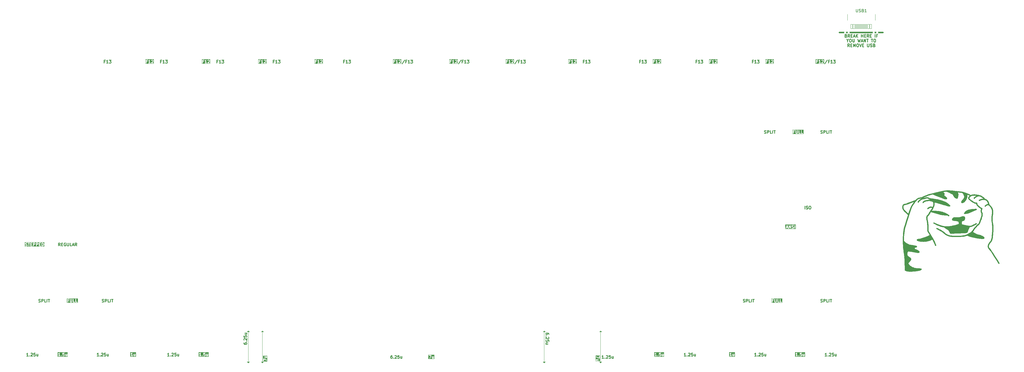
<source format=gbr>
%TF.GenerationSoftware,KiCad,Pcbnew,8.0.4*%
%TF.CreationDate,2024-07-23T15:13:34+08:00*%
%TF.ProjectId,X88H,58383848-2e6b-4696-9361-645f70636258,rev?*%
%TF.SameCoordinates,Original*%
%TF.FileFunction,Legend,Top*%
%TF.FilePolarity,Positive*%
%FSLAX46Y46*%
G04 Gerber Fmt 4.6, Leading zero omitted, Abs format (unit mm)*
G04 Created by KiCad (PCBNEW 8.0.4) date 2024-07-23 15:13:34*
%MOMM*%
%LPD*%
G01*
G04 APERTURE LIST*
G04 Aperture macros list*
%AMRoundRect*
0 Rectangle with rounded corners*
0 $1 Rounding radius*
0 $2 $3 $4 $5 $6 $7 $8 $9 X,Y pos of 4 corners*
0 Add a 4 corners polygon primitive as box body*
4,1,4,$2,$3,$4,$5,$6,$7,$8,$9,$2,$3,0*
0 Add four circle primitives for the rounded corners*
1,1,$1+$1,$2,$3*
1,1,$1+$1,$4,$5*
1,1,$1+$1,$6,$7*
1,1,$1+$1,$8,$9*
0 Add four rect primitives between the rounded corners*
20,1,$1+$1,$2,$3,$4,$5,0*
20,1,$1+$1,$4,$5,$6,$7,0*
20,1,$1+$1,$6,$7,$8,$9,0*
20,1,$1+$1,$8,$9,$2,$3,0*%
G04 Aperture macros list end*
%ADD10C,0.120000*%
%ADD11C,0.500000*%
%ADD12C,0.000000*%
%ADD13C,0.250000*%
%ADD14C,0.150000*%
%ADD15C,1.852000*%
%ADD16C,4.089800*%
%ADD17C,3.150000*%
%ADD18C,0.702000*%
%ADD19C,0.752000*%
%ADD20RoundRect,0.051000X0.300000X0.725000X-0.300000X0.725000X-0.300000X-0.725000X0.300000X-0.725000X0*%
%ADD21RoundRect,0.051000X0.150000X0.725000X-0.150000X0.725000X-0.150000X-0.725000X0.150000X-0.725000X0*%
%ADD22O,1.102000X2.202000*%
%ADD23O,1.102000X1.702000*%
%ADD24C,1.092600*%
G04 APERTURE END LIST*
D10*
X190500000Y-104997500D02*
X190500000Y-94059375D01*
X71437500Y-104997500D02*
X71040625Y-104600625D01*
X71834375Y-104600625D01*
X71437500Y-104997500D01*
G36*
X71437500Y-104997500D02*
G01*
X71040625Y-104600625D01*
X71834375Y-104600625D01*
X71437500Y-104997500D01*
G37*
X76200000Y-104997500D02*
X75803125Y-104600625D01*
X76596875Y-104600625D01*
X76200000Y-104997500D01*
G36*
X76200000Y-104997500D02*
G01*
X75803125Y-104600625D01*
X76596875Y-104600625D01*
X76200000Y-104997500D01*
G37*
X171846875Y-94456250D02*
X171053125Y-94456250D01*
X171450000Y-94059375D01*
X171846875Y-94456250D01*
G36*
X171846875Y-94456250D02*
G01*
X171053125Y-94456250D01*
X171450000Y-94059375D01*
X171846875Y-94456250D01*
G37*
X71834375Y-94456250D02*
X71040625Y-94456250D01*
X71437500Y-94059375D01*
X71834375Y-94456250D01*
G36*
X71834375Y-94456250D02*
G01*
X71040625Y-94456250D01*
X71437500Y-94059375D01*
X71834375Y-94456250D01*
G37*
X76200000Y-104997500D02*
X76200000Y-94059375D01*
X190500000Y-104997500D02*
X190103125Y-104600625D01*
X190896875Y-104600625D01*
X190500000Y-104997500D01*
G36*
X190500000Y-104997500D02*
G01*
X190103125Y-104600625D01*
X190896875Y-104600625D01*
X190500000Y-104997500D01*
G37*
X190896875Y-94456250D02*
X190103125Y-94456250D01*
X190500000Y-94059375D01*
X190896875Y-94456250D01*
G36*
X190896875Y-94456250D02*
G01*
X190103125Y-94456250D01*
X190500000Y-94059375D01*
X190896875Y-94456250D01*
G37*
D11*
X286006250Y6886812D02*
X271206250Y6886812D01*
D10*
X171450000Y-104997500D02*
X171053125Y-104600625D01*
X171846875Y-104600625D01*
X171450000Y-104997500D01*
G36*
X171450000Y-104997500D02*
G01*
X171053125Y-104600625D01*
X171846875Y-104600625D01*
X171450000Y-104997500D01*
G37*
D12*
G36*
X308344890Y-46546451D02*
G01*
X308883530Y-46575631D01*
X309446248Y-46618633D01*
X310020036Y-46671718D01*
X310591884Y-46731147D01*
X311677728Y-46854079D01*
X312102334Y-46902944D01*
X312297838Y-46925237D01*
X312481399Y-46944963D01*
X312727124Y-46978956D01*
X312975083Y-47026327D01*
X313223464Y-47085315D01*
X313470455Y-47154154D01*
X313714244Y-47231081D01*
X313953019Y-47314332D01*
X314184967Y-47402143D01*
X314408277Y-47492750D01*
X314621137Y-47584390D01*
X314821734Y-47675299D01*
X315178891Y-47847866D01*
X315465253Y-47996343D01*
X315666322Y-48106616D01*
X315753658Y-48065258D01*
X315845917Y-48029126D01*
X315942637Y-47997976D01*
X316043355Y-47971560D01*
X316147608Y-47949635D01*
X316254933Y-47931955D01*
X316476952Y-47908346D01*
X316705709Y-47898772D01*
X316937505Y-47901269D01*
X317168638Y-47913873D01*
X317395407Y-47934621D01*
X317614112Y-47961550D01*
X317821051Y-47992697D01*
X318184828Y-48059792D01*
X318457132Y-48120198D01*
X318608355Y-48158210D01*
X318608728Y-48158573D01*
X318609100Y-48158917D01*
X318609472Y-48159240D01*
X318609845Y-48159544D01*
X318610217Y-48159826D01*
X318610589Y-48160087D01*
X318610962Y-48160326D01*
X318611334Y-48160542D01*
X318611706Y-48160735D01*
X318612078Y-48160904D01*
X318612450Y-48161049D01*
X318612822Y-48161168D01*
X318613194Y-48161263D01*
X318613566Y-48161330D01*
X318613939Y-48161372D01*
X318614311Y-48161385D01*
X318699648Y-48178386D01*
X318784938Y-48199664D01*
X318870045Y-48224943D01*
X318954834Y-48253950D01*
X319039169Y-48286411D01*
X319122915Y-48322050D01*
X319205937Y-48360594D01*
X319288098Y-48401768D01*
X319369263Y-48445297D01*
X319449297Y-48490908D01*
X319605428Y-48587276D01*
X319755407Y-48688676D01*
X319898150Y-48792913D01*
X320032573Y-48897792D01*
X320157591Y-49001117D01*
X320272120Y-49100694D01*
X320375075Y-49194327D01*
X320541931Y-49354981D01*
X320649482Y-49465517D01*
X320745111Y-49496189D01*
X320835925Y-49531672D01*
X320922047Y-49571659D01*
X321003601Y-49615845D01*
X321080712Y-49663922D01*
X321153502Y-49715587D01*
X321222096Y-49770532D01*
X321286617Y-49828452D01*
X321347190Y-49889042D01*
X321403938Y-49951994D01*
X321456985Y-50017004D01*
X321506456Y-50083765D01*
X321552472Y-50151971D01*
X321595160Y-50221318D01*
X321671041Y-50362206D01*
X321735091Y-50503982D01*
X321788299Y-50644200D01*
X321831657Y-50780413D01*
X321866154Y-50910172D01*
X321892783Y-51031033D01*
X321912533Y-51140547D01*
X321935359Y-51315748D01*
X322012084Y-51369067D01*
X322087403Y-51427453D01*
X322161200Y-51490355D01*
X322233363Y-51557221D01*
X322303777Y-51627502D01*
X322372329Y-51700645D01*
X322438903Y-51776100D01*
X322503387Y-51853315D01*
X322565667Y-51931739D01*
X322625628Y-52010822D01*
X322683156Y-52090011D01*
X322738138Y-52168756D01*
X322840008Y-52322710D01*
X322930324Y-52468273D01*
X322968594Y-52536839D01*
X323003837Y-52609246D01*
X323065581Y-52764607D01*
X323116231Y-52932402D01*
X323156463Y-53110677D01*
X323186954Y-53297477D01*
X323208380Y-53490848D01*
X323221417Y-53688834D01*
X323226741Y-53889482D01*
X323225029Y-54090837D01*
X323216955Y-54290945D01*
X323203198Y-54487850D01*
X323184431Y-54679598D01*
X323161333Y-54864236D01*
X323134578Y-55039807D01*
X323104844Y-55204359D01*
X323072805Y-55355936D01*
X323045255Y-55513278D01*
X323027876Y-55690863D01*
X323019677Y-55885474D01*
X323019666Y-56093894D01*
X323026853Y-56312906D01*
X323040245Y-56539294D01*
X323081684Y-57001330D01*
X323136051Y-57454269D01*
X323195419Y-57872377D01*
X323297434Y-58501170D01*
X323312515Y-58598405D01*
X323331225Y-58915525D01*
X323331224Y-59504954D01*
X323306900Y-60280995D01*
X323252637Y-61157950D01*
X323212525Y-61607491D01*
X323162823Y-62050124D01*
X323102830Y-62475137D01*
X323031845Y-62871818D01*
X322949164Y-63229455D01*
X322854087Y-63537335D01*
X322745913Y-63784748D01*
X322686694Y-63882431D01*
X322623938Y-63960979D01*
X322514004Y-64082082D01*
X322405894Y-64208249D01*
X322301303Y-64338720D01*
X322201924Y-64472736D01*
X322109451Y-64609539D01*
X322025579Y-64748367D01*
X321952002Y-64888464D01*
X321890414Y-65029068D01*
X321864645Y-65099324D01*
X321842509Y-65169421D01*
X321824216Y-65239267D01*
X321809980Y-65308764D01*
X321800012Y-65377820D01*
X321794523Y-65446337D01*
X321793725Y-65514223D01*
X321797831Y-65581382D01*
X321807051Y-65647718D01*
X321821598Y-65713138D01*
X321841683Y-65777546D01*
X321867518Y-65840846D01*
X321899315Y-65902946D01*
X321937285Y-65963748D01*
X321981641Y-66023160D01*
X322032594Y-66081084D01*
X322187139Y-66260923D01*
X322377046Y-66509025D01*
X322838629Y-67167114D01*
X323368720Y-67969539D01*
X323918694Y-68830486D01*
X324883789Y-70384691D01*
X325344915Y-71143225D01*
X325350333Y-71152696D01*
X325355205Y-71162343D01*
X325359535Y-71172148D01*
X325363328Y-71182091D01*
X325366589Y-71192155D01*
X325369324Y-71202320D01*
X325371535Y-71212568D01*
X325373230Y-71222879D01*
X325374411Y-71233234D01*
X325375085Y-71243616D01*
X325375255Y-71254005D01*
X325374927Y-71264382D01*
X325374106Y-71274729D01*
X325372795Y-71285026D01*
X325371001Y-71295255D01*
X325368727Y-71305397D01*
X325365980Y-71315434D01*
X325362762Y-71325345D01*
X325359080Y-71335113D01*
X325354937Y-71344719D01*
X325350340Y-71354144D01*
X325345292Y-71363369D01*
X325339799Y-71372375D01*
X325333864Y-71381144D01*
X325327494Y-71389656D01*
X325320692Y-71397894D01*
X325313464Y-71405837D01*
X325305815Y-71413467D01*
X325297748Y-71420765D01*
X325289270Y-71427713D01*
X325280384Y-71434292D01*
X325271096Y-71440483D01*
X325264778Y-71444288D01*
X325258332Y-71447819D01*
X325251773Y-71451078D01*
X325245113Y-71454071D01*
X325238364Y-71456801D01*
X325231540Y-71459272D01*
X325224653Y-71461488D01*
X325217716Y-71463454D01*
X325210742Y-71465173D01*
X325203743Y-71466650D01*
X325196733Y-71467888D01*
X325189724Y-71468892D01*
X325182729Y-71469666D01*
X325175761Y-71470214D01*
X325168832Y-71470540D01*
X325161956Y-71470647D01*
X325148343Y-71470221D01*
X325134770Y-71468948D01*
X325121288Y-71466838D01*
X325107946Y-71463900D01*
X325094795Y-71460144D01*
X325081884Y-71455578D01*
X325069264Y-71450213D01*
X325056985Y-71444056D01*
X325045097Y-71437119D01*
X325033649Y-71429409D01*
X325028106Y-71425268D01*
X325022691Y-71420937D01*
X325017412Y-71416418D01*
X325012275Y-71411711D01*
X325007285Y-71406819D01*
X325002449Y-71401741D01*
X324997773Y-71396480D01*
X324993264Y-71391037D01*
X324988927Y-71385412D01*
X324984769Y-71379607D01*
X324980796Y-71373623D01*
X324977015Y-71367461D01*
X324555136Y-70672290D01*
X323598965Y-69129729D01*
X323048559Y-68265327D01*
X322518225Y-67458656D01*
X322059181Y-66799576D01*
X321872397Y-66553464D01*
X321722640Y-66377946D01*
X321665942Y-66314798D01*
X321614159Y-66249942D01*
X321567287Y-66183412D01*
X321525317Y-66115241D01*
X321488244Y-66045461D01*
X321456061Y-65974104D01*
X321428761Y-65901204D01*
X321406338Y-65826793D01*
X321388784Y-65750903D01*
X321376095Y-65673568D01*
X321368262Y-65594819D01*
X321365279Y-65514690D01*
X321367140Y-65433213D01*
X321373837Y-65350421D01*
X321385366Y-65266346D01*
X321401717Y-65181022D01*
X321422887Y-65094480D01*
X321448866Y-65006753D01*
X321479650Y-64917874D01*
X321515230Y-64827875D01*
X321600758Y-64644650D01*
X321705395Y-64457339D01*
X321829089Y-64266203D01*
X321971787Y-64071502D01*
X322133436Y-63873497D01*
X322313984Y-63672451D01*
X322360215Y-63612487D01*
X322404486Y-63534023D01*
X322487207Y-63326508D01*
X322562264Y-63059733D01*
X322629772Y-62743528D01*
X322689848Y-62387721D01*
X322742608Y-62002139D01*
X322826646Y-61180969D01*
X322882816Y-60358646D01*
X322912049Y-59613797D01*
X322915274Y-59025050D01*
X322907424Y-58813786D01*
X322893421Y-58671033D01*
X322875163Y-58573798D01*
X322808095Y-58162059D01*
X322742161Y-57722829D01*
X322682478Y-57269581D01*
X322634162Y-56815790D01*
X322602328Y-56374927D01*
X322594191Y-56163555D01*
X322592093Y-55960468D01*
X322596674Y-55767351D01*
X322608573Y-55585886D01*
X322628430Y-55417759D01*
X322656883Y-55264654D01*
X322691733Y-55099411D01*
X322722170Y-54927785D01*
X322747976Y-54751273D01*
X322768933Y-54571369D01*
X322784822Y-54389570D01*
X322795426Y-54207372D01*
X322800527Y-54026270D01*
X322799907Y-53847761D01*
X322793347Y-53673339D01*
X322780631Y-53504502D01*
X322761539Y-53342744D01*
X322735854Y-53189562D01*
X322703358Y-53046451D01*
X322663832Y-52914908D01*
X322617060Y-52796428D01*
X322590888Y-52742554D01*
X322562822Y-52692507D01*
X322489988Y-52574029D01*
X322413946Y-52457010D01*
X322335188Y-52342558D01*
X322254209Y-52231778D01*
X322171503Y-52125777D01*
X322087562Y-52025661D01*
X322002880Y-51932537D01*
X321917951Y-51847510D01*
X321833269Y-51771688D01*
X321791175Y-51737573D01*
X321749327Y-51706175D01*
X321707788Y-51677631D01*
X321666618Y-51652080D01*
X321625881Y-51629659D01*
X321585637Y-51610508D01*
X321545948Y-51594763D01*
X321506876Y-51582565D01*
X321468483Y-51574050D01*
X321430830Y-51569357D01*
X321393979Y-51568625D01*
X321357991Y-51571992D01*
X321322929Y-51579596D01*
X321288854Y-51591576D01*
X321247456Y-51610017D01*
X321207992Y-51628338D01*
X321170420Y-51646509D01*
X321134701Y-51664499D01*
X321100794Y-51682279D01*
X321068658Y-51699819D01*
X321038252Y-51717089D01*
X321009537Y-51734060D01*
X320982470Y-51750701D01*
X320957013Y-51766982D01*
X320933123Y-51782874D01*
X320910761Y-51798347D01*
X320889886Y-51813370D01*
X320870456Y-51827915D01*
X320852433Y-51841951D01*
X320835774Y-51855448D01*
X320820440Y-51868376D01*
X320806389Y-51880707D01*
X320781977Y-51903452D01*
X320762211Y-51923445D01*
X320746769Y-51940447D01*
X320735323Y-51954220D01*
X320727550Y-51964523D01*
X320723125Y-51971118D01*
X320721722Y-51973766D01*
X320715828Y-51982956D01*
X320709542Y-51991768D01*
X320702885Y-52000198D01*
X320695873Y-52008240D01*
X320688525Y-52015890D01*
X320680860Y-52023143D01*
X320672897Y-52029993D01*
X320664652Y-52036436D01*
X320656145Y-52042465D01*
X320647395Y-52048077D01*
X320638419Y-52053266D01*
X320629236Y-52058027D01*
X320619865Y-52062354D01*
X320610323Y-52066244D01*
X320600629Y-52069690D01*
X320590802Y-52072688D01*
X320580860Y-52075232D01*
X320570821Y-52077318D01*
X320560703Y-52078940D01*
X320550526Y-52080093D01*
X320540307Y-52080773D01*
X320530065Y-52080974D01*
X320519818Y-52080690D01*
X320509585Y-52079918D01*
X320499384Y-52078652D01*
X320489233Y-52076886D01*
X320479151Y-52074616D01*
X320469156Y-52071836D01*
X320459266Y-52068542D01*
X320449501Y-52064729D01*
X320439877Y-52060390D01*
X320430415Y-52055522D01*
X320421209Y-52050187D01*
X320412346Y-52044461D01*
X320403834Y-52038362D01*
X320395680Y-52031905D01*
X320387889Y-52025108D01*
X320380469Y-52017986D01*
X320373426Y-52010557D01*
X320366767Y-52002837D01*
X320360499Y-51994843D01*
X320354628Y-51986591D01*
X320349161Y-51978097D01*
X320344105Y-51969379D01*
X320339467Y-51960452D01*
X320335252Y-51951335D01*
X320331468Y-51942042D01*
X320328122Y-51932590D01*
X320325219Y-51922997D01*
X320322768Y-51913279D01*
X320320774Y-51903452D01*
X320319245Y-51893532D01*
X320318186Y-51883538D01*
X320317605Y-51873484D01*
X320317508Y-51863387D01*
X320317902Y-51853265D01*
X320318793Y-51843134D01*
X320320189Y-51833009D01*
X320322096Y-51822909D01*
X320324521Y-51812849D01*
X320327470Y-51802846D01*
X320330950Y-51792916D01*
X320334968Y-51783077D01*
X320339530Y-51773344D01*
X320356501Y-51744220D01*
X320389271Y-51697367D01*
X320412704Y-51668147D01*
X320441435Y-51635520D01*
X320475913Y-51599828D01*
X320516588Y-51561413D01*
X320563909Y-51520616D01*
X320618325Y-51477781D01*
X320680286Y-51433247D01*
X320750242Y-51387358D01*
X320828641Y-51340455D01*
X320915933Y-51292880D01*
X321012568Y-51244975D01*
X321118994Y-51197082D01*
X321141729Y-51187865D01*
X321164393Y-51179547D01*
X321186993Y-51172107D01*
X321209532Y-51165524D01*
X321232015Y-51159775D01*
X321254448Y-51154840D01*
X321276833Y-51150696D01*
X321299177Y-51147323D01*
X321321483Y-51144699D01*
X321343757Y-51142802D01*
X321366003Y-51141611D01*
X321388226Y-51141104D01*
X321410430Y-51141259D01*
X321432620Y-51142056D01*
X321454801Y-51143473D01*
X321476977Y-51145488D01*
X321460252Y-51064402D01*
X321439417Y-50977775D01*
X321414053Y-50886822D01*
X321383742Y-50792753D01*
X321348067Y-50696782D01*
X321306608Y-50600121D01*
X321258949Y-50503984D01*
X321204671Y-50409582D01*
X321174919Y-50363412D01*
X321143356Y-50318130D01*
X321109929Y-50273888D01*
X321074586Y-50230838D01*
X321037275Y-50189132D01*
X320997944Y-50148921D01*
X320956540Y-50110357D01*
X320913010Y-50073591D01*
X320867304Y-50038774D01*
X320819368Y-50006060D01*
X320769151Y-49975598D01*
X320716599Y-49947541D01*
X320661662Y-49922040D01*
X320604286Y-49899247D01*
X320544419Y-49879314D01*
X320482009Y-49862391D01*
X320385844Y-49841229D01*
X320291333Y-49824178D01*
X320198565Y-49811012D01*
X320107632Y-49801509D01*
X320018624Y-49795442D01*
X319931632Y-49792589D01*
X319846746Y-49792724D01*
X319764057Y-49795623D01*
X319683656Y-49801062D01*
X319605633Y-49808817D01*
X319530079Y-49818663D01*
X319457085Y-49830377D01*
X319386740Y-49843733D01*
X319319137Y-49858507D01*
X319254364Y-49874475D01*
X319192514Y-49891413D01*
X319077942Y-49927300D01*
X318976146Y-49964373D01*
X318887849Y-50000839D01*
X318813778Y-50034902D01*
X318754657Y-50064767D01*
X318711212Y-50088640D01*
X318674246Y-50111232D01*
X318664739Y-50116920D01*
X318655057Y-50122083D01*
X318645219Y-50126722D01*
X318635242Y-50130842D01*
X318625146Y-50134447D01*
X318614947Y-50137540D01*
X318604665Y-50140126D01*
X318594318Y-50142207D01*
X318583924Y-50143787D01*
X318573501Y-50144871D01*
X318563067Y-50145461D01*
X318552641Y-50145562D01*
X318542241Y-50145178D01*
X318531885Y-50144311D01*
X318521591Y-50142966D01*
X318511378Y-50141146D01*
X318501263Y-50138856D01*
X318491266Y-50136098D01*
X318481404Y-50132877D01*
X318471696Y-50129196D01*
X318462159Y-50125059D01*
X318452812Y-50120469D01*
X318443674Y-50115431D01*
X318434762Y-50109948D01*
X318426095Y-50104024D01*
X318417691Y-50097662D01*
X318409568Y-50090866D01*
X318401745Y-50083641D01*
X318394239Y-50075988D01*
X318387069Y-50067913D01*
X318380254Y-50059419D01*
X318373811Y-50050510D01*
X318368122Y-50041038D01*
X318362960Y-50031388D01*
X318358321Y-50021578D01*
X318354201Y-50011627D01*
X318350596Y-50001555D01*
X318347503Y-49991380D01*
X318344918Y-49981122D01*
X318342837Y-49970800D01*
X318341256Y-49960432D01*
X318340173Y-49950038D01*
X318339582Y-49939637D01*
X318339481Y-49929248D01*
X318339866Y-49918889D01*
X318340733Y-49908580D01*
X318342078Y-49898340D01*
X318343897Y-49888188D01*
X318346188Y-49878143D01*
X318348946Y-49868224D01*
X318352167Y-49858450D01*
X318355848Y-49848840D01*
X318359985Y-49839413D01*
X318364574Y-49830189D01*
X318369612Y-49821185D01*
X318375095Y-49812422D01*
X318381020Y-49803918D01*
X318387381Y-49795693D01*
X318394177Y-49787765D01*
X318401403Y-49780153D01*
X318409055Y-49772876D01*
X318417130Y-49765955D01*
X318425624Y-49759406D01*
X318434533Y-49753250D01*
X318471474Y-49729909D01*
X318557267Y-49681782D01*
X318688751Y-49617610D01*
X318770638Y-49582238D01*
X318862762Y-49546132D01*
X318964727Y-49510383D01*
X319076138Y-49476085D01*
X319196600Y-49444330D01*
X319325716Y-49416211D01*
X319463093Y-49392819D01*
X319608335Y-49375246D01*
X319761045Y-49364587D01*
X319920830Y-49361932D01*
X319818645Y-49276235D01*
X319711534Y-49190468D01*
X319600192Y-49105777D01*
X319485310Y-49023311D01*
X319367582Y-48944216D01*
X319247700Y-48869641D01*
X319126358Y-48800733D01*
X319004249Y-48738640D01*
X318882065Y-48684509D01*
X318760500Y-48639487D01*
X318640246Y-48604724D01*
X318580828Y-48591547D01*
X318521997Y-48581365D01*
X318463841Y-48574322D01*
X318406445Y-48570560D01*
X318349897Y-48570223D01*
X318294284Y-48573454D01*
X318239691Y-48580398D01*
X318186206Y-48591197D01*
X318133915Y-48605995D01*
X318082904Y-48624935D01*
X317995112Y-48662598D01*
X317912530Y-48698807D01*
X317835000Y-48733583D01*
X317762363Y-48766950D01*
X317694459Y-48798930D01*
X317631130Y-48829544D01*
X317572217Y-48858816D01*
X317517561Y-48886767D01*
X317467003Y-48913420D01*
X317420384Y-48938797D01*
X317377545Y-48962921D01*
X317338327Y-48985813D01*
X317302572Y-49007496D01*
X317270120Y-49027993D01*
X317240812Y-49047325D01*
X317214490Y-49065516D01*
X317190995Y-49082587D01*
X317170167Y-49098560D01*
X317151848Y-49113458D01*
X317135879Y-49127304D01*
X317122101Y-49140119D01*
X317110354Y-49151925D01*
X317100481Y-49162746D01*
X317092321Y-49172604D01*
X317085717Y-49181520D01*
X317080509Y-49189518D01*
X317076538Y-49196618D01*
X317073646Y-49202845D01*
X317071673Y-49208219D01*
X317070460Y-49212764D01*
X317069681Y-49219454D01*
X317069398Y-49230512D01*
X317068560Y-49241429D01*
X317067180Y-49252191D01*
X317065272Y-49262784D01*
X317062850Y-49273193D01*
X317059928Y-49283406D01*
X317056520Y-49293409D01*
X317052640Y-49303188D01*
X317048302Y-49312729D01*
X317043519Y-49322018D01*
X317038307Y-49331043D01*
X317032678Y-49339788D01*
X317026647Y-49348240D01*
X317020228Y-49356387D01*
X317013434Y-49364212D01*
X317006280Y-49371704D01*
X316998779Y-49378849D01*
X316990946Y-49385632D01*
X316982794Y-49392040D01*
X316974337Y-49398059D01*
X316965590Y-49403675D01*
X316956566Y-49408875D01*
X316947279Y-49413645D01*
X316937744Y-49417971D01*
X316927974Y-49421840D01*
X316917982Y-49425238D01*
X316907784Y-49428150D01*
X316897393Y-49430564D01*
X316886823Y-49432465D01*
X316876087Y-49433840D01*
X316865201Y-49434675D01*
X316854177Y-49434956D01*
X316842874Y-49434674D01*
X316831744Y-49433836D01*
X316820798Y-49432455D01*
X316810049Y-49430547D01*
X316799510Y-49428125D01*
X316789192Y-49425204D01*
X316779108Y-49421796D01*
X316769270Y-49417916D01*
X316759690Y-49413578D01*
X316750381Y-49408795D01*
X316741354Y-49403583D01*
X316732621Y-49397954D01*
X316724196Y-49391923D01*
X316716090Y-49385504D01*
X316708315Y-49378710D01*
X316700884Y-49371556D01*
X316693808Y-49364055D01*
X316687101Y-49356222D01*
X316680774Y-49348070D01*
X316674839Y-49339614D01*
X316669309Y-49330867D01*
X316664195Y-49321843D01*
X316659511Y-49312556D01*
X316655268Y-49303021D01*
X316651478Y-49293250D01*
X316648154Y-49283259D01*
X316645308Y-49273061D01*
X316642952Y-49262670D01*
X316641099Y-49252099D01*
X316639760Y-49241364D01*
X316638947Y-49230478D01*
X316638674Y-49219454D01*
X316640593Y-49172066D01*
X316646789Y-49125280D01*
X316657920Y-49078843D01*
X316674647Y-49032501D01*
X316697626Y-48986001D01*
X316727517Y-48939089D01*
X316764979Y-48891513D01*
X316810670Y-48843018D01*
X316865248Y-48793351D01*
X316929373Y-48742258D01*
X317003704Y-48689486D01*
X317088898Y-48634782D01*
X317185614Y-48577892D01*
X317294512Y-48518563D01*
X317416250Y-48456541D01*
X317551486Y-48391572D01*
X317304264Y-48362186D01*
X317178825Y-48350571D01*
X317053135Y-48341405D01*
X316927919Y-48334987D01*
X316803904Y-48331618D01*
X316681814Y-48331594D01*
X316562374Y-48335216D01*
X316446312Y-48342782D01*
X316334351Y-48354590D01*
X316227218Y-48370940D01*
X316125639Y-48392130D01*
X316030337Y-48418460D01*
X315942041Y-48450227D01*
X315861474Y-48487732D01*
X315824315Y-48508729D01*
X315789362Y-48531272D01*
X315623164Y-48650124D01*
X315521701Y-48726400D01*
X315470031Y-48767070D01*
X315419127Y-48808787D01*
X315370032Y-48851072D01*
X315323789Y-48893444D01*
X315281443Y-48935423D01*
X315244036Y-48976529D01*
X315227512Y-48996604D01*
X315212613Y-49016281D01*
X315199472Y-49035500D01*
X315188217Y-49054200D01*
X315178980Y-49072322D01*
X315171891Y-49089805D01*
X315167081Y-49106590D01*
X315164679Y-49122616D01*
X315164940Y-49135019D01*
X315166917Y-49148265D01*
X315170614Y-49162349D01*
X315176034Y-49177267D01*
X315183182Y-49193015D01*
X315192062Y-49209590D01*
X315202677Y-49226986D01*
X315215033Y-49245201D01*
X315229133Y-49264229D01*
X315244981Y-49284067D01*
X315262581Y-49304711D01*
X315281938Y-49326157D01*
X315303055Y-49348400D01*
X315325936Y-49371437D01*
X315350586Y-49395264D01*
X315377008Y-49419875D01*
X315506735Y-49535838D01*
X315640493Y-49651082D01*
X315777334Y-49764674D01*
X315916311Y-49875681D01*
X316056480Y-49983168D01*
X316196893Y-50086205D01*
X316336603Y-50183857D01*
X316474665Y-50275191D01*
X316610131Y-50359275D01*
X316742056Y-50435174D01*
X316869493Y-50501957D01*
X316991495Y-50558690D01*
X317107116Y-50604440D01*
X317215410Y-50638274D01*
X317266513Y-50650430D01*
X317315430Y-50659258D01*
X317362041Y-50664640D01*
X317406229Y-50666460D01*
X317495444Y-50666667D01*
X317534846Y-50667159D01*
X317571068Y-50668116D01*
X317604328Y-50669694D01*
X317634843Y-50672048D01*
X317662830Y-50675334D01*
X317675943Y-50677374D01*
X317688506Y-50679706D01*
X317700546Y-50682348D01*
X317712090Y-50685320D01*
X317723165Y-50688641D01*
X317733798Y-50692331D01*
X317744017Y-50696409D01*
X317753848Y-50700894D01*
X317763319Y-50705806D01*
X317772458Y-50711164D01*
X317781290Y-50716989D01*
X317789844Y-50723298D01*
X317798146Y-50730111D01*
X317806224Y-50737449D01*
X317814105Y-50745330D01*
X317821817Y-50753773D01*
X317829385Y-50762799D01*
X317836838Y-50772426D01*
X317843376Y-50781557D01*
X317849315Y-50790710D01*
X317854677Y-50799872D01*
X317859485Y-50809031D01*
X317863764Y-50818174D01*
X317867536Y-50827287D01*
X317870825Y-50836359D01*
X317873654Y-50845376D01*
X317876047Y-50854326D01*
X317878026Y-50863195D01*
X317879615Y-50871972D01*
X317880838Y-50880642D01*
X317881717Y-50889194D01*
X317882276Y-50897615D01*
X317882528Y-50914011D01*
X317881780Y-50929727D01*
X317880219Y-50944663D01*
X317878031Y-50958715D01*
X317875403Y-50971781D01*
X317872521Y-50983758D01*
X317869573Y-50994545D01*
X317864221Y-51012138D01*
X317860933Y-51025469D01*
X317859000Y-51039327D01*
X317858371Y-51053682D01*
X317859001Y-51068506D01*
X317860840Y-51083773D01*
X317863841Y-51099453D01*
X317867954Y-51115520D01*
X317873133Y-51131944D01*
X317886493Y-51165756D01*
X317903534Y-51200666D01*
X317923871Y-51236450D01*
X317947120Y-51272885D01*
X317972893Y-51309748D01*
X318000807Y-51346815D01*
X318030475Y-51383864D01*
X318061512Y-51420671D01*
X318093533Y-51457013D01*
X318126153Y-51492667D01*
X318191644Y-51561016D01*
X318263049Y-51631471D01*
X318332729Y-51698455D01*
X318400649Y-51762047D01*
X318466776Y-51822329D01*
X318531075Y-51879382D01*
X318593511Y-51933287D01*
X318654051Y-51984124D01*
X318712659Y-52031976D01*
X318769302Y-52076922D01*
X318823945Y-52119045D01*
X318927093Y-52195142D01*
X319021829Y-52260915D01*
X319107878Y-52317013D01*
X319184965Y-52364083D01*
X319252814Y-52402774D01*
X319311152Y-52433734D01*
X319359702Y-52457612D01*
X319398190Y-52475055D01*
X319426340Y-52486712D01*
X319450530Y-52495259D01*
X319461279Y-52499523D01*
X319471783Y-52504270D01*
X319482021Y-52509494D01*
X319491972Y-52515184D01*
X319501613Y-52521332D01*
X319510923Y-52527929D01*
X319519881Y-52534968D01*
X319528465Y-52542438D01*
X319536654Y-52550331D01*
X319544426Y-52558639D01*
X319551760Y-52567353D01*
X319558634Y-52576464D01*
X319565026Y-52585963D01*
X319570916Y-52595841D01*
X319576281Y-52606091D01*
X319581101Y-52616703D01*
X319585355Y-52627559D01*
X319589038Y-52638533D01*
X319592144Y-52649604D01*
X319594668Y-52660750D01*
X319596607Y-52671949D01*
X319597955Y-52683180D01*
X319598708Y-52694422D01*
X319598860Y-52705652D01*
X319598409Y-52716851D01*
X319597347Y-52727994D01*
X319595672Y-52739063D01*
X319593379Y-52750034D01*
X319590462Y-52760887D01*
X319586917Y-52771600D01*
X319582740Y-52782151D01*
X319577926Y-52792518D01*
X319555739Y-52841753D01*
X319531765Y-52899935D01*
X319506936Y-52965838D01*
X319482181Y-53038234D01*
X319458431Y-53115894D01*
X319436615Y-53197592D01*
X319417664Y-53282098D01*
X319402508Y-53368186D01*
X319392078Y-53454627D01*
X319387303Y-53540194D01*
X319389114Y-53623659D01*
X319392779Y-53664219D01*
X319398440Y-53703794D01*
X319406213Y-53742228D01*
X319416213Y-53779370D01*
X319428557Y-53815066D01*
X319443362Y-53849161D01*
X319460743Y-53881504D01*
X319480817Y-53911939D01*
X319503700Y-53940314D01*
X319529508Y-53966475D01*
X319561928Y-53999141D01*
X319591039Y-54035867D01*
X319616861Y-54076724D01*
X319639417Y-54121783D01*
X319658726Y-54171114D01*
X319674810Y-54224787D01*
X319687689Y-54282872D01*
X319697385Y-54345441D01*
X319703918Y-54412562D01*
X319707310Y-54484307D01*
X319707581Y-54560746D01*
X319704752Y-54641950D01*
X319698844Y-54727988D01*
X319689879Y-54818931D01*
X319677876Y-54914849D01*
X319662857Y-55015813D01*
X319625339Y-55218398D01*
X319576131Y-55440157D01*
X319516493Y-55676946D01*
X319447683Y-55924619D01*
X319370959Y-56179031D01*
X319287580Y-56436037D01*
X319198805Y-56691493D01*
X319105892Y-56941252D01*
X319010101Y-57181169D01*
X318912689Y-57407101D01*
X318814916Y-57614901D01*
X318718040Y-57800424D01*
X318623319Y-57959525D01*
X318532013Y-58088060D01*
X318488034Y-58139570D01*
X318445380Y-58181883D01*
X318404209Y-58214483D01*
X318364678Y-58236849D01*
X318335541Y-58252181D01*
X318301790Y-58274010D01*
X318221824Y-58335507D01*
X318127547Y-58418019D01*
X318021723Y-58518228D01*
X317907115Y-58632816D01*
X317786488Y-58758463D01*
X317538236Y-59029658D01*
X317299081Y-59305262D01*
X317091138Y-59558723D01*
X317005782Y-59668853D01*
X316936522Y-59763490D01*
X316886122Y-59839315D01*
X316857347Y-59893010D01*
X316845758Y-59923414D01*
X316830488Y-59956437D01*
X316811764Y-59991865D01*
X316789811Y-60029479D01*
X316764856Y-60069062D01*
X316737125Y-60110398D01*
X316706845Y-60153271D01*
X316674240Y-60197462D01*
X316602965Y-60288935D01*
X316525108Y-60383082D01*
X316442481Y-60478168D01*
X316356890Y-60572459D01*
X316506561Y-60681691D01*
X316695746Y-60810745D01*
X316920464Y-60951873D01*
X317044904Y-61024543D01*
X317176734Y-61097326D01*
X317315456Y-61169253D01*
X317460573Y-61239356D01*
X317611588Y-61306666D01*
X317768003Y-61370215D01*
X317929319Y-61429034D01*
X318095040Y-61482154D01*
X318264668Y-61528607D01*
X318437705Y-61567425D01*
X318611660Y-61605302D01*
X318784459Y-61649152D01*
X318954668Y-61698557D01*
X319120851Y-61753101D01*
X319281574Y-61812365D01*
X319435402Y-61875932D01*
X319580901Y-61943385D01*
X319650078Y-61978438D01*
X319716635Y-62014306D01*
X319780392Y-62050937D01*
X319841170Y-62088279D01*
X319898789Y-62126279D01*
X319953070Y-62164885D01*
X320003834Y-62204045D01*
X320050902Y-62243707D01*
X320094094Y-62283818D01*
X320133230Y-62324328D01*
X320168132Y-62365182D01*
X320198619Y-62406330D01*
X320224514Y-62447718D01*
X320245635Y-62489296D01*
X320261805Y-62531010D01*
X320272843Y-62572808D01*
X320278571Y-62614639D01*
X320278808Y-62656450D01*
X320277087Y-62674876D01*
X320273874Y-62695768D01*
X320268747Y-62718673D01*
X320261285Y-62743136D01*
X320251064Y-62768704D01*
X320237663Y-62794923D01*
X320220660Y-62821338D01*
X320210676Y-62834478D01*
X320199633Y-62847496D01*
X320187478Y-62860336D01*
X320174159Y-62872942D01*
X320159623Y-62885256D01*
X320143818Y-62897222D01*
X320126689Y-62908784D01*
X320108186Y-62919883D01*
X320088254Y-62930464D01*
X320066841Y-62940470D01*
X320043894Y-62949844D01*
X320019362Y-62958530D01*
X319993190Y-62966470D01*
X319965326Y-62973607D01*
X319935717Y-62979886D01*
X319904312Y-62985249D01*
X319871055Y-62989640D01*
X319835896Y-62993001D01*
X319827712Y-62993138D01*
X319818937Y-62993497D01*
X319799633Y-62994589D01*
X319778022Y-62995680D01*
X319766362Y-62996040D01*
X319754140Y-62996176D01*
X319349797Y-62978231D01*
X318738718Y-62924280D01*
X317988010Y-62834144D01*
X317164780Y-62707648D01*
X316746941Y-62630709D01*
X316336137Y-62544615D01*
X315940756Y-62449341D01*
X315569188Y-62344867D01*
X315229819Y-62231170D01*
X314931040Y-62108229D01*
X314681237Y-61976020D01*
X314577324Y-61906434D01*
X314488800Y-61834523D01*
X314352053Y-61896968D01*
X314213083Y-61956432D01*
X314072495Y-62012203D01*
X313930893Y-62063569D01*
X313788882Y-62109820D01*
X313647065Y-62150243D01*
X313576419Y-62168047D01*
X313506049Y-62184127D01*
X313436030Y-62198394D01*
X313366437Y-62210760D01*
X313146445Y-62240099D01*
X312882478Y-62266583D01*
X312581426Y-62289886D01*
X312250176Y-62309682D01*
X311895615Y-62325645D01*
X311524633Y-62337451D01*
X311144115Y-62344773D01*
X310760951Y-62347286D01*
X310428862Y-62345385D01*
X310104484Y-62339522D01*
X309792403Y-62329454D01*
X309497204Y-62314940D01*
X309223474Y-62295738D01*
X308975797Y-62271606D01*
X308758761Y-62242303D01*
X308663165Y-62225636D01*
X308576949Y-62207585D01*
X308418362Y-62169272D01*
X308264471Y-62127090D01*
X308115210Y-62081015D01*
X307970513Y-62031019D01*
X307830313Y-61977078D01*
X307694544Y-61919163D01*
X307563140Y-61857251D01*
X307436035Y-61791313D01*
X307313162Y-61721325D01*
X307194454Y-61647259D01*
X307079847Y-61569091D01*
X306969273Y-61486792D01*
X306862666Y-61400339D01*
X306759959Y-61309703D01*
X306661088Y-61214860D01*
X306565985Y-61115782D01*
X306489549Y-61042102D01*
X306387573Y-60959518D01*
X306263304Y-60869446D01*
X306119990Y-60773298D01*
X305789221Y-60568428D01*
X305421248Y-60356213D01*
X305042058Y-60147962D01*
X304677635Y-59954979D01*
X304097026Y-59660045D01*
X304087242Y-59654980D01*
X304077839Y-59649471D01*
X304068821Y-59643537D01*
X304060194Y-59637197D01*
X304051963Y-59630471D01*
X304044134Y-59623376D01*
X304036713Y-59615933D01*
X304029705Y-59608159D01*
X304023116Y-59600075D01*
X304016951Y-59591698D01*
X304011215Y-59583049D01*
X304005915Y-59574145D01*
X304001055Y-59565006D01*
X303996641Y-59555651D01*
X303992679Y-59546099D01*
X303989175Y-59536369D01*
X303986133Y-59526479D01*
X303983559Y-59516449D01*
X303981459Y-59506297D01*
X303979839Y-59496043D01*
X303978703Y-59485706D01*
X303978058Y-59475304D01*
X303977909Y-59464857D01*
X303978261Y-59454383D01*
X303979120Y-59443902D01*
X303980491Y-59433432D01*
X303982381Y-59422992D01*
X303984794Y-59412602D01*
X303987736Y-59402280D01*
X303991212Y-59392045D01*
X303995229Y-59381917D01*
X303999791Y-59371913D01*
X304004856Y-59362130D01*
X304010365Y-59352726D01*
X304016299Y-59343708D01*
X304022638Y-59335081D01*
X304029365Y-59326851D01*
X304036459Y-59319022D01*
X304043903Y-59311601D01*
X304051676Y-59304593D01*
X304059760Y-59298004D01*
X304068137Y-59291838D01*
X304076786Y-59286103D01*
X304085690Y-59280802D01*
X304094829Y-59275942D01*
X304104184Y-59271529D01*
X304113736Y-59267567D01*
X304123467Y-59264062D01*
X304133357Y-59261020D01*
X304143387Y-59258447D01*
X304153538Y-59256347D01*
X304163792Y-59254726D01*
X304174130Y-59253591D01*
X304184531Y-59252946D01*
X304194979Y-59252796D01*
X304205453Y-59253148D01*
X304215934Y-59254007D01*
X304226404Y-59255379D01*
X304236844Y-59257268D01*
X304247234Y-59259681D01*
X304257556Y-59262623D01*
X304267791Y-59266100D01*
X304277919Y-59270116D01*
X304287922Y-59274679D01*
X304722122Y-59492445D01*
X305086159Y-59682061D01*
X305498440Y-59905065D01*
X305921679Y-60146133D01*
X306125755Y-60268652D01*
X306318588Y-60389941D01*
X306495518Y-60508083D01*
X306651883Y-60621163D01*
X306783023Y-60727266D01*
X306884277Y-60824475D01*
X306967326Y-60911335D01*
X307053981Y-60994527D01*
X307144288Y-61074080D01*
X307238289Y-61150018D01*
X307336030Y-61222368D01*
X307437555Y-61291156D01*
X307542907Y-61356408D01*
X307652131Y-61418150D01*
X307765271Y-61476409D01*
X307882371Y-61531211D01*
X308003476Y-61582581D01*
X308128629Y-61630546D01*
X308257875Y-61675133D01*
X308391259Y-61716367D01*
X308528823Y-61754274D01*
X308670613Y-61788880D01*
X308846944Y-61821546D01*
X309064043Y-61849234D01*
X309598506Y-61890183D01*
X310229931Y-61912753D01*
X310914246Y-61917965D01*
X311607378Y-61906843D01*
X312265257Y-61880410D01*
X312843811Y-61839690D01*
X313298967Y-61785706D01*
X313455664Y-61754756D01*
X313615630Y-61713001D01*
X313777575Y-61661845D01*
X313940212Y-61602697D01*
X314102252Y-61536964D01*
X314262405Y-61466052D01*
X314419382Y-61391368D01*
X314571895Y-61314318D01*
X314718655Y-61236311D01*
X314858373Y-61158753D01*
X315111527Y-61010610D01*
X315321046Y-60881145D01*
X315476620Y-60781613D01*
X315496434Y-60768491D01*
X315514801Y-60756486D01*
X315547215Y-60735675D01*
X315573899Y-60718882D01*
X315594890Y-60705809D01*
X315606274Y-60698265D01*
X315618805Y-60689359D01*
X315647060Y-60667672D01*
X315679156Y-60641167D01*
X315714597Y-60610262D01*
X315752884Y-60575375D01*
X315793519Y-60536927D01*
X315836006Y-60495334D01*
X315879846Y-60451016D01*
X315972589Y-60355224D01*
X316066290Y-60254545D01*
X316157405Y-60152646D01*
X316242390Y-60053199D01*
X316281477Y-60005541D01*
X316317702Y-59959872D01*
X316350623Y-59916650D01*
X316379796Y-59876335D01*
X316404779Y-59839385D01*
X316425128Y-59806258D01*
X316440401Y-59777413D01*
X316450155Y-59753310D01*
X316481101Y-59686434D01*
X316535721Y-59596195D01*
X316611162Y-59486104D01*
X316704570Y-59359672D01*
X316813091Y-59220407D01*
X316933871Y-59071821D01*
X317064057Y-58917424D01*
X317200793Y-58760725D01*
X317341227Y-58605236D01*
X317482505Y-58454467D01*
X317621773Y-58311927D01*
X317756176Y-58181127D01*
X317882861Y-58065577D01*
X317998974Y-57968788D01*
X318101661Y-57894269D01*
X318147078Y-57866458D01*
X318188069Y-57845531D01*
X318234611Y-57792933D01*
X318292241Y-57703718D01*
X318359181Y-57581641D01*
X318433654Y-57430457D01*
X318598088Y-57055778D01*
X318771326Y-56609713D01*
X318939151Y-56122293D01*
X319016591Y-55872459D01*
X319087345Y-55623547D01*
X319149637Y-55379312D01*
X319201689Y-55143508D01*
X319241725Y-54919887D01*
X319267967Y-54712204D01*
X319270814Y-54680032D01*
X319273122Y-54649421D01*
X319274922Y-54620337D01*
X319276242Y-54592745D01*
X319277112Y-54566608D01*
X319277562Y-54541891D01*
X319277621Y-54518559D01*
X319277317Y-54496577D01*
X319276681Y-54475908D01*
X319275742Y-54456518D01*
X319274529Y-54438371D01*
X319273072Y-54421431D01*
X319271400Y-54405663D01*
X319269542Y-54391032D01*
X319267527Y-54377502D01*
X319265386Y-54365038D01*
X319263146Y-54353603D01*
X319260839Y-54343164D01*
X319258493Y-54333683D01*
X319256137Y-54325127D01*
X319253800Y-54317459D01*
X319251513Y-54310643D01*
X319249305Y-54304646D01*
X319247204Y-54299429D01*
X319243443Y-54291201D01*
X319240466Y-54285675D01*
X319237803Y-54281595D01*
X319198343Y-54243142D01*
X319162405Y-54202949D01*
X319129866Y-54161141D01*
X319100601Y-54117845D01*
X319074486Y-54073186D01*
X319051398Y-54027289D01*
X319031212Y-53980280D01*
X319013805Y-53932283D01*
X318999052Y-53883425D01*
X318986830Y-53833831D01*
X318977014Y-53783626D01*
X318969481Y-53732935D01*
X318960766Y-53630601D01*
X318959694Y-53527830D01*
X318965272Y-53425627D01*
X318976510Y-53324994D01*
X318992415Y-53226936D01*
X319011995Y-53132456D01*
X319034258Y-53042556D01*
X319058214Y-52958242D01*
X319107233Y-52810379D01*
X319008909Y-52757744D01*
X318893851Y-52689556D01*
X318762701Y-52604215D01*
X318616100Y-52500122D01*
X318537207Y-52440544D01*
X318454692Y-52375677D01*
X318368635Y-52305323D01*
X318279116Y-52229280D01*
X318186217Y-52147350D01*
X318090017Y-52059331D01*
X317990596Y-51965024D01*
X317888034Y-51864230D01*
X317825959Y-51800545D01*
X317769362Y-51739229D01*
X317718019Y-51680223D01*
X317671707Y-51623469D01*
X317630201Y-51568908D01*
X317593278Y-51516481D01*
X317560714Y-51466130D01*
X317532285Y-51417795D01*
X317507768Y-51371418D01*
X317486938Y-51326941D01*
X317469572Y-51284304D01*
X317455446Y-51243449D01*
X317444336Y-51204317D01*
X317436018Y-51166850D01*
X317430269Y-51130988D01*
X317426865Y-51096673D01*
X317405831Y-51096673D01*
X317332389Y-51093671D01*
X317256659Y-51084878D01*
X317178876Y-51070620D01*
X317099275Y-51051219D01*
X317018090Y-51027000D01*
X316935556Y-50998286D01*
X316851908Y-50965402D01*
X316767381Y-50928671D01*
X316596630Y-50844964D01*
X316425182Y-50749755D01*
X316254914Y-50645635D01*
X316087707Y-50535195D01*
X315925439Y-50421024D01*
X315769990Y-50305714D01*
X315623237Y-50191855D01*
X315487061Y-50082038D01*
X315253953Y-49884891D01*
X315085697Y-49734996D01*
X315020278Y-49673332D01*
X314987683Y-49640553D01*
X314955621Y-49606464D01*
X314924434Y-49571057D01*
X314894462Y-49534322D01*
X314866049Y-49496251D01*
X314839536Y-49456836D01*
X314815264Y-49416067D01*
X314793576Y-49373936D01*
X314774814Y-49330435D01*
X314759318Y-49285553D01*
X314752903Y-49262593D01*
X314747432Y-49239284D01*
X314742949Y-49215626D01*
X314739497Y-49191617D01*
X314737118Y-49167257D01*
X314735854Y-49142545D01*
X314735750Y-49117479D01*
X314736846Y-49092058D01*
X314742182Y-49045779D01*
X314751459Y-49000192D01*
X314764627Y-48955198D01*
X314781637Y-48910699D01*
X314802441Y-48866594D01*
X314826987Y-48822786D01*
X314855228Y-48779176D01*
X314887113Y-48735664D01*
X314922593Y-48692153D01*
X314961619Y-48648542D01*
X315004141Y-48604734D01*
X315050111Y-48560630D01*
X315099477Y-48516130D01*
X315152192Y-48471136D01*
X315208205Y-48425549D01*
X315267468Y-48379270D01*
X315112096Y-48298159D01*
X314930271Y-48206928D01*
X314725155Y-48107808D01*
X314499910Y-48003033D01*
X314513319Y-48166042D01*
X314516703Y-48254873D01*
X314517292Y-48348129D01*
X314514651Y-48445463D01*
X314508344Y-48546530D01*
X314497937Y-48650986D01*
X314482993Y-48758485D01*
X314463078Y-48868681D01*
X314437755Y-48981229D01*
X314406590Y-49095785D01*
X314369146Y-49212001D01*
X314324989Y-49329534D01*
X314273684Y-49448038D01*
X314214793Y-49567168D01*
X314147883Y-49686577D01*
X314068595Y-49814384D01*
X313985862Y-49936933D01*
X313900213Y-50053811D01*
X313812176Y-50164607D01*
X313722279Y-50268907D01*
X313631049Y-50366300D01*
X313539015Y-50456374D01*
X313446704Y-50538717D01*
X313354644Y-50612916D01*
X313263363Y-50678559D01*
X313173389Y-50735234D01*
X313085249Y-50782528D01*
X313042033Y-50802529D01*
X312999473Y-50820031D01*
X312957636Y-50834981D01*
X312916587Y-50847328D01*
X312876393Y-50857022D01*
X312837119Y-50864009D01*
X312798833Y-50868239D01*
X312761598Y-50869661D01*
X312746996Y-50869507D01*
X312732658Y-50869022D01*
X312718590Y-50868175D01*
X312704796Y-50866932D01*
X312691281Y-50865262D01*
X312678050Y-50863131D01*
X312665108Y-50860507D01*
X312658746Y-50859000D01*
X312652458Y-50857358D01*
X312624680Y-50848344D01*
X312598238Y-50837279D01*
X312573197Y-50824244D01*
X312549618Y-50809317D01*
X312527564Y-50792579D01*
X312507099Y-50774109D01*
X312488285Y-50753987D01*
X312471185Y-50732292D01*
X312455861Y-50709105D01*
X312442377Y-50684504D01*
X312430795Y-50658569D01*
X312421178Y-50631381D01*
X312413589Y-50603018D01*
X312408090Y-50573560D01*
X312404745Y-50543088D01*
X312403616Y-50511680D01*
X312404198Y-50485626D01*
X312405924Y-50459771D01*
X312408762Y-50434098D01*
X312412683Y-50408594D01*
X312423650Y-50358034D01*
X312438578Y-50307977D01*
X312457222Y-50258309D01*
X312479336Y-50208914D01*
X312504676Y-50159679D01*
X312532996Y-50110489D01*
X312564051Y-50061228D01*
X312597595Y-50011784D01*
X312633384Y-49962040D01*
X312671171Y-49911884D01*
X312751760Y-49809872D01*
X312837399Y-49704833D01*
X312972585Y-49539639D01*
X313041220Y-49452255D01*
X313109259Y-49361387D01*
X313175736Y-49266817D01*
X313208086Y-49218075D01*
X313239683Y-49168326D01*
X313270405Y-49117542D01*
X313300132Y-49065696D01*
X313328743Y-49012760D01*
X313356117Y-48958708D01*
X313373737Y-48918178D01*
X313387494Y-48875716D01*
X313397559Y-48831471D01*
X313404101Y-48785591D01*
X313407290Y-48738226D01*
X313407296Y-48689525D01*
X313404289Y-48639636D01*
X313398438Y-48588709D01*
X313389914Y-48536892D01*
X313378885Y-48484334D01*
X313349996Y-48377594D01*
X313313130Y-48269680D01*
X313269645Y-48161783D01*
X313220900Y-48055095D01*
X313168254Y-47950808D01*
X313113065Y-47850114D01*
X313056691Y-47754204D01*
X313000492Y-47664271D01*
X312945826Y-47581507D01*
X312846527Y-47442249D01*
X312742347Y-47422398D01*
X312639358Y-47404297D01*
X312588310Y-47396077D01*
X312537560Y-47388503D01*
X312487107Y-47381645D01*
X312436952Y-47375574D01*
X312252895Y-47355848D01*
X312056299Y-47333554D01*
X311630105Y-47284689D01*
X311544795Y-47273812D01*
X311457513Y-47263456D01*
X311278076Y-47242224D01*
X311312452Y-47296898D01*
X311344860Y-47354062D01*
X311375030Y-47413708D01*
X311402695Y-47475834D01*
X311427589Y-47540434D01*
X311449443Y-47607503D01*
X311467991Y-47677038D01*
X311482964Y-47749033D01*
X311494096Y-47823483D01*
X311501118Y-47900385D01*
X311503764Y-47979733D01*
X311501766Y-48061522D01*
X311494857Y-48145749D01*
X311482769Y-48232408D01*
X311465235Y-48321495D01*
X311441987Y-48413005D01*
X311417195Y-48503075D01*
X311395087Y-48586774D01*
X311375481Y-48664278D01*
X311358196Y-48735763D01*
X311343050Y-48801407D01*
X311329862Y-48861387D01*
X311308636Y-48965058D01*
X311292277Y-49038646D01*
X311284294Y-49072641D01*
X311276211Y-49104820D01*
X311267857Y-49135217D01*
X311259057Y-49163869D01*
X311249640Y-49190812D01*
X311239433Y-49216081D01*
X311233979Y-49228100D01*
X311228263Y-49239714D01*
X311222263Y-49250927D01*
X311215957Y-49261745D01*
X311209325Y-49272172D01*
X311202344Y-49282212D01*
X311194992Y-49291869D01*
X311187249Y-49301149D01*
X311179093Y-49310055D01*
X311170502Y-49318593D01*
X311161454Y-49326767D01*
X311151928Y-49334581D01*
X311141902Y-49342040D01*
X311131355Y-49349148D01*
X311120266Y-49355909D01*
X311108611Y-49362329D01*
X311100685Y-49366134D01*
X311092824Y-49369665D01*
X311085018Y-49372924D01*
X311077259Y-49375916D01*
X311069537Y-49378646D01*
X311061843Y-49381117D01*
X311054168Y-49383333D01*
X311046502Y-49385299D01*
X311038836Y-49387018D01*
X311031160Y-49388494D01*
X311023466Y-49389733D01*
X311015744Y-49390737D01*
X311007985Y-49391511D01*
X311000179Y-49392059D01*
X310992317Y-49392384D01*
X310984390Y-49392492D01*
X310970145Y-49392109D01*
X310955839Y-49390994D01*
X310941474Y-49389196D01*
X310927054Y-49386762D01*
X310912583Y-49383742D01*
X310898065Y-49380186D01*
X310883502Y-49376141D01*
X310868899Y-49371656D01*
X310839585Y-49361564D01*
X310810149Y-49350299D01*
X310780621Y-49338253D01*
X310751027Y-49325817D01*
X310673588Y-49294316D01*
X310628077Y-49275867D01*
X310577990Y-49255967D01*
X310544564Y-49243060D01*
X310511986Y-49228855D01*
X310480234Y-49213402D01*
X310449284Y-49196751D01*
X310389696Y-49160059D01*
X310333037Y-49119182D01*
X310279120Y-49074524D01*
X310227758Y-49026488D01*
X310178764Y-48975478D01*
X310131952Y-48921898D01*
X310087135Y-48866150D01*
X310044127Y-48808638D01*
X310002741Y-48749766D01*
X309962791Y-48689937D01*
X309886449Y-48569022D01*
X309813609Y-48449121D01*
X309762627Y-48362387D01*
X309711817Y-48278309D01*
X309686356Y-48237643D01*
X309660793Y-48198092D01*
X309635080Y-48159807D01*
X309609169Y-48122939D01*
X309583011Y-48087638D01*
X309556559Y-48054055D01*
X309529763Y-48022341D01*
X309502577Y-47992646D01*
X309474951Y-47965120D01*
X309446837Y-47939915D01*
X309418187Y-47917180D01*
X309403647Y-47906787D01*
X309388954Y-47897067D01*
X309305624Y-47848441D01*
X309202063Y-47793231D01*
X308946642Y-47667717D01*
X308647475Y-47529841D01*
X308329347Y-47388918D01*
X307735342Y-47135197D01*
X307362905Y-46981080D01*
X307265224Y-46988068D01*
X307172603Y-46995913D01*
X307128377Y-47000423D01*
X307085639Y-47005469D01*
X307044463Y-47011156D01*
X307004925Y-47017592D01*
X306858558Y-47043724D01*
X306689457Y-47075734D01*
X306292137Y-47154117D01*
X306307141Y-47168225D01*
X306324886Y-47183114D01*
X306345541Y-47198710D01*
X306369280Y-47214938D01*
X306396275Y-47231725D01*
X306426697Y-47248995D01*
X306443247Y-47257788D01*
X306460719Y-47266675D01*
X306479133Y-47275645D01*
X306498512Y-47284689D01*
X306535984Y-47303101D01*
X306570555Y-47322429D01*
X306602327Y-47342611D01*
X306631401Y-47363586D01*
X306657879Y-47385293D01*
X306681863Y-47407672D01*
X306703454Y-47430661D01*
X306722753Y-47454198D01*
X306739862Y-47478223D01*
X306754883Y-47502675D01*
X306767917Y-47527493D01*
X306779065Y-47552615D01*
X306788429Y-47577980D01*
X306796112Y-47603527D01*
X306802213Y-47629195D01*
X306806835Y-47654924D01*
X306810079Y-47680651D01*
X306812046Y-47706316D01*
X306812559Y-47757214D01*
X306809185Y-47807131D01*
X306802735Y-47855575D01*
X306794024Y-47902059D01*
X306783861Y-47946094D01*
X306762434Y-48024861D01*
X306751777Y-48063779D01*
X306742646Y-48098883D01*
X306735143Y-48130480D01*
X306732034Y-48145058D01*
X306729370Y-48158874D01*
X306727164Y-48171967D01*
X306725429Y-48184374D01*
X306724178Y-48196134D01*
X306723423Y-48207284D01*
X306723178Y-48217865D01*
X306723455Y-48227913D01*
X306724266Y-48237467D01*
X306725625Y-48246565D01*
X306727544Y-48255246D01*
X306730037Y-48263548D01*
X306733116Y-48271508D01*
X306736793Y-48279167D01*
X306741082Y-48286561D01*
X306745996Y-48293729D01*
X306751546Y-48300710D01*
X306757747Y-48307541D01*
X306764610Y-48314261D01*
X306772149Y-48320909D01*
X306780376Y-48327522D01*
X306789304Y-48334139D01*
X306798946Y-48340798D01*
X306809315Y-48347537D01*
X306832284Y-48361411D01*
X306883428Y-48391911D01*
X306994383Y-48463060D01*
X307065214Y-48511733D01*
X307142508Y-48567993D01*
X307223433Y-48630984D01*
X307305161Y-48699846D01*
X307384861Y-48773722D01*
X307459704Y-48851753D01*
X307494419Y-48892059D01*
X307526858Y-48933082D01*
X307556668Y-48974714D01*
X307583495Y-49016850D01*
X307606984Y-49059380D01*
X307626783Y-49102199D01*
X307642537Y-49145199D01*
X307653893Y-49188272D01*
X307660497Y-49231311D01*
X307661995Y-49274209D01*
X307658034Y-49316860D01*
X307648259Y-49359154D01*
X307642349Y-49376788D01*
X307634764Y-49395412D01*
X307625316Y-49414732D01*
X307613818Y-49434455D01*
X307600083Y-49454288D01*
X307583924Y-49473936D01*
X307565153Y-49493106D01*
X307543583Y-49511505D01*
X307519028Y-49528839D01*
X307491299Y-49544814D01*
X307476187Y-49552200D01*
X307460211Y-49559137D01*
X307443348Y-49565587D01*
X307425575Y-49571514D01*
X307406868Y-49576881D01*
X307387204Y-49581651D01*
X307366559Y-49585789D01*
X307344911Y-49589256D01*
X307322236Y-49592017D01*
X307298510Y-49594034D01*
X307273710Y-49595272D01*
X307247812Y-49595692D01*
X307240819Y-49595556D01*
X307233315Y-49595196D01*
X307217254Y-49594105D01*
X307200598Y-49593013D01*
X307192349Y-49592653D01*
X307184313Y-49592517D01*
X307043603Y-49570496D01*
X306854469Y-49523434D01*
X306357324Y-49366379D01*
X305745656Y-49145747D01*
X305072243Y-48885931D01*
X304389863Y-48611325D01*
X303751294Y-48346324D01*
X302816703Y-47942708D01*
X302293473Y-48070186D01*
X301855074Y-48179990D01*
X301525916Y-48265907D01*
X301409929Y-48297966D01*
X301330405Y-48321724D01*
X301213540Y-48363503D01*
X301065504Y-48422747D01*
X300893228Y-48495860D01*
X300703641Y-48579246D01*
X300300255Y-48762460D01*
X299910784Y-48943627D01*
X299862440Y-48965455D01*
X299817221Y-48985497D01*
X299774829Y-49004349D01*
X299734968Y-49022605D01*
X299753125Y-49044842D01*
X299771282Y-49066856D01*
X299780361Y-49078036D01*
X299789439Y-49089466D01*
X299798518Y-49101250D01*
X299807596Y-49113489D01*
X299827368Y-49107948D01*
X299849913Y-49100789D01*
X299874541Y-49092365D01*
X299900564Y-49083029D01*
X299954043Y-49063037D01*
X300004843Y-49043639D01*
X300163282Y-48982852D01*
X300250993Y-48952327D01*
X300344116Y-48923529D01*
X300442463Y-48897817D01*
X300545850Y-48876550D01*
X300654088Y-48861088D01*
X300766992Y-48852792D01*
X300884375Y-48853021D01*
X301006050Y-48863135D01*
X301131830Y-48884494D01*
X301196202Y-48899815D01*
X301261529Y-48918457D01*
X301327790Y-48940590D01*
X301394961Y-48966384D01*
X301463018Y-48996009D01*
X301531938Y-49029635D01*
X301601698Y-49067432D01*
X301672275Y-49109570D01*
X301743644Y-49156219D01*
X301815783Y-49207549D01*
X302779973Y-49310588D01*
X303572609Y-49425713D01*
X304483131Y-49593709D01*
X304961706Y-49699987D01*
X305444682Y-49822426D01*
X305923701Y-49962009D01*
X306390407Y-50119717D01*
X306836441Y-50296530D01*
X307253448Y-50493430D01*
X307633070Y-50711399D01*
X307806250Y-50828591D01*
X307966950Y-50951418D01*
X308088712Y-51051413D01*
X308198286Y-51143548D01*
X308296076Y-51228361D01*
X308382490Y-51306391D01*
X308457932Y-51378178D01*
X308491666Y-51411898D01*
X308522808Y-51444260D01*
X308551411Y-51475329D01*
X308577525Y-51505175D01*
X308601200Y-51533864D01*
X308622488Y-51561464D01*
X308641438Y-51588042D01*
X308658102Y-51613665D01*
X308672531Y-51638400D01*
X308684774Y-51662316D01*
X308694884Y-51685479D01*
X308702909Y-51707957D01*
X308708903Y-51729817D01*
X308712914Y-51751127D01*
X308714994Y-51771953D01*
X308715193Y-51792364D01*
X308713563Y-51812427D01*
X308710153Y-51832208D01*
X308705015Y-51851776D01*
X308698199Y-51871197D01*
X308689757Y-51890540D01*
X308679738Y-51909871D01*
X308669149Y-51927463D01*
X308657910Y-51943790D01*
X308646000Y-51958870D01*
X308633403Y-51972719D01*
X308620098Y-51985358D01*
X308606068Y-51996802D01*
X308591293Y-52007072D01*
X308575756Y-52016184D01*
X308559438Y-52024156D01*
X308542319Y-52031007D01*
X308524382Y-52036754D01*
X308505608Y-52041416D01*
X308485978Y-52045011D01*
X308465474Y-52047556D01*
X308444076Y-52049070D01*
X308421768Y-52049571D01*
X308387132Y-52048517D01*
X308350309Y-52045399D01*
X308311239Y-52040284D01*
X308269864Y-52033237D01*
X308179969Y-52013615D01*
X308080158Y-51987063D01*
X307969966Y-51954112D01*
X307848929Y-51915291D01*
X307572456Y-51822161D01*
X307335752Y-51741720D01*
X307216713Y-51702755D01*
X307099828Y-51666190D01*
X306987055Y-51633196D01*
X306880351Y-51604947D01*
X306781674Y-51582613D01*
X306735957Y-51574031D01*
X306692982Y-51567368D01*
X306576207Y-51546123D01*
X306449206Y-51517139D01*
X306312541Y-51481197D01*
X306166773Y-51439078D01*
X306012467Y-51391565D01*
X305850185Y-51339438D01*
X305503943Y-51224468D01*
X304963505Y-51045638D01*
X304684051Y-50959186D01*
X304404649Y-50879682D01*
X304129953Y-50810857D01*
X303995825Y-50781615D01*
X303864620Y-50756440D01*
X303736919Y-50735801D01*
X303613304Y-50720162D01*
X303494358Y-50709990D01*
X303380662Y-50705752D01*
X303388254Y-50738034D01*
X303394962Y-50771205D01*
X303400796Y-50805297D01*
X303405765Y-50840342D01*
X303409878Y-50876373D01*
X303413144Y-50913423D01*
X303415573Y-50951524D01*
X303417175Y-50990708D01*
X303419573Y-51071719D01*
X303419986Y-51150383D01*
X303418509Y-51226720D01*
X303415237Y-51300746D01*
X303410267Y-51372481D01*
X303403693Y-51441943D01*
X303395613Y-51509150D01*
X303386120Y-51574121D01*
X303375311Y-51636874D01*
X303363281Y-51697427D01*
X303350127Y-51755800D01*
X303335943Y-51812009D01*
X303320826Y-51866075D01*
X303304870Y-51918014D01*
X303288173Y-51967846D01*
X303270828Y-52015589D01*
X303234581Y-52104880D01*
X303196894Y-52186035D01*
X303158534Y-52259201D01*
X303120264Y-52324525D01*
X303082849Y-52382154D01*
X303047055Y-52432235D01*
X303013648Y-52474916D01*
X302983391Y-52510343D01*
X302980326Y-52542743D01*
X302975539Y-52578470D01*
X302968724Y-52617288D01*
X302959572Y-52658960D01*
X302947776Y-52703251D01*
X302933029Y-52749924D01*
X302915022Y-52798743D01*
X302893449Y-52849473D01*
X302868002Y-52901877D01*
X302838373Y-52955719D01*
X302804254Y-53010764D01*
X302765339Y-53066774D01*
X302721319Y-53123515D01*
X302671888Y-53180750D01*
X302616737Y-53238243D01*
X302555559Y-53295759D01*
X302543052Y-53307492D01*
X302530507Y-53320048D01*
X302517888Y-53333396D01*
X302505157Y-53347501D01*
X302492277Y-53362332D01*
X302479211Y-53377856D01*
X302465921Y-53394040D01*
X302452371Y-53410852D01*
X303076308Y-53430652D01*
X303462654Y-53450833D01*
X303883899Y-53479958D01*
X304329032Y-53519594D01*
X304787038Y-53571308D01*
X305246905Y-53636667D01*
X305697618Y-53717240D01*
X305907199Y-53763062D01*
X306109281Y-53814756D01*
X306303687Y-53871578D01*
X306490239Y-53932786D01*
X306668759Y-53997639D01*
X306839069Y-54065393D01*
X307000991Y-54135306D01*
X307154347Y-54206636D01*
X307298960Y-54278641D01*
X307434651Y-54350577D01*
X307561243Y-54421703D01*
X307678557Y-54491276D01*
X307786416Y-54558554D01*
X307884642Y-54622795D01*
X308051483Y-54739193D01*
X308084114Y-54763133D01*
X308114868Y-54786094D01*
X308143718Y-54808008D01*
X308170639Y-54828806D01*
X308195604Y-54848420D01*
X308218587Y-54866783D01*
X308239562Y-54883826D01*
X308258503Y-54899481D01*
X308290178Y-54926356D01*
X308313402Y-54946864D01*
X308327966Y-54960461D01*
X308331936Y-54964498D01*
X308333662Y-54966603D01*
X308341681Y-54974136D01*
X308349217Y-54981990D01*
X308356270Y-54990144D01*
X308362839Y-54998579D01*
X308368922Y-55007276D01*
X308374519Y-55016215D01*
X308379629Y-55025377D01*
X308384250Y-55034741D01*
X308388381Y-55044290D01*
X308392022Y-55054003D01*
X308395172Y-55063860D01*
X308397829Y-55073843D01*
X308399992Y-55083931D01*
X308401661Y-55094106D01*
X308402834Y-55104348D01*
X308403511Y-55114637D01*
X308403689Y-55124954D01*
X308403370Y-55135280D01*
X308402550Y-55145594D01*
X308401230Y-55155878D01*
X308399408Y-55166112D01*
X308397084Y-55176277D01*
X308394256Y-55186352D01*
X308390923Y-55196319D01*
X308387084Y-55206158D01*
X308382738Y-55215850D01*
X308377885Y-55225375D01*
X308372522Y-55234714D01*
X308366650Y-55243847D01*
X308360267Y-55252754D01*
X308353372Y-55261417D01*
X308345964Y-55269815D01*
X308337829Y-55278085D01*
X308329363Y-55285784D01*
X308320587Y-55292916D01*
X308311524Y-55299488D01*
X308302196Y-55305503D01*
X308292625Y-55310968D01*
X308282833Y-55315888D01*
X308272842Y-55320268D01*
X308262674Y-55324112D01*
X308252352Y-55327428D01*
X308241897Y-55330218D01*
X308231331Y-55332490D01*
X308220678Y-55334248D01*
X308209957Y-55335497D01*
X308199193Y-55336242D01*
X308188407Y-55336490D01*
X308178735Y-55336276D01*
X308169077Y-55335634D01*
X308159445Y-55334564D01*
X308149854Y-55333067D01*
X308140316Y-55331141D01*
X308130845Y-55328788D01*
X308121454Y-55326007D01*
X308112157Y-55322798D01*
X308102967Y-55319161D01*
X308093897Y-55315096D01*
X308084961Y-55310603D01*
X308076172Y-55305683D01*
X308067543Y-55300334D01*
X308059088Y-55294558D01*
X308050820Y-55288354D01*
X308042753Y-55281722D01*
X308024013Y-55264408D01*
X308003950Y-55246868D01*
X307976772Y-55223877D01*
X307942487Y-55195789D01*
X307901105Y-55162957D01*
X307852635Y-55125734D01*
X307797087Y-55084475D01*
X307787724Y-55077623D01*
X307777845Y-55070738D01*
X307756854Y-55056742D01*
X307734747Y-55042225D01*
X307723472Y-55034690D01*
X307712156Y-55026927D01*
X307636020Y-55033185D01*
X307535560Y-55037847D01*
X307408031Y-55039840D01*
X307250691Y-55038089D01*
X307060794Y-55031520D01*
X306835597Y-55019058D01*
X306572356Y-54999629D01*
X306268326Y-54972158D01*
X306056441Y-54944700D01*
X305817318Y-54903409D01*
X305555503Y-54850078D01*
X305275543Y-54786501D01*
X304679372Y-54635781D01*
X304065174Y-54465597D01*
X303469318Y-54290297D01*
X302928176Y-54124229D01*
X302155511Y-53877180D01*
X302028114Y-54104590D01*
X301933115Y-54275672D01*
X301836795Y-54445661D01*
X301738652Y-54611789D01*
X301688740Y-54692541D01*
X301638184Y-54771290D01*
X301586920Y-54847691D01*
X301534888Y-54921396D01*
X301482022Y-54992062D01*
X301428261Y-55059341D01*
X301373542Y-55122887D01*
X301317803Y-55182356D01*
X301260979Y-55237400D01*
X301203010Y-55287674D01*
X301152552Y-55334880D01*
X301110142Y-55385691D01*
X301075360Y-55440298D01*
X301047788Y-55498892D01*
X301027009Y-55561666D01*
X301012605Y-55628809D01*
X301004157Y-55700514D01*
X301001248Y-55776972D01*
X301003460Y-55858373D01*
X301010374Y-55944910D01*
X301021573Y-56036773D01*
X301036638Y-56134153D01*
X301076698Y-56346232D01*
X301127207Y-56582677D01*
X301156811Y-56714644D01*
X301185746Y-56850816D01*
X301213489Y-56990932D01*
X301239522Y-57134731D01*
X301280183Y-57423427D01*
X301318649Y-57798486D01*
X301352427Y-58229699D01*
X301379024Y-58686859D01*
X301395947Y-59139759D01*
X301400703Y-59558192D01*
X301390800Y-59911949D01*
X301379572Y-60055135D01*
X301363744Y-60170824D01*
X301396166Y-60237486D01*
X301446387Y-60330114D01*
X301589417Y-60577770D01*
X301970169Y-61214208D01*
X302568098Y-62215320D01*
X302881262Y-62756317D01*
X303183218Y-63299439D01*
X303458458Y-63826060D01*
X303581215Y-64077362D01*
X303691478Y-64317553D01*
X303787310Y-64544306D01*
X303866771Y-64755292D01*
X303927925Y-64948182D01*
X303968831Y-65120648D01*
X303970522Y-65131716D01*
X303971654Y-65142733D01*
X303972239Y-65153685D01*
X303972287Y-65164554D01*
X303971807Y-65175326D01*
X303970809Y-65185985D01*
X303969304Y-65196516D01*
X303967301Y-65206902D01*
X303964810Y-65217128D01*
X303961841Y-65227179D01*
X303958405Y-65237038D01*
X303954511Y-65246691D01*
X303950168Y-65256121D01*
X303945388Y-65265314D01*
X303940180Y-65274253D01*
X303934553Y-65282922D01*
X303928519Y-65291307D01*
X303922086Y-65299391D01*
X303915265Y-65307159D01*
X303908066Y-65314595D01*
X303900498Y-65321684D01*
X303892572Y-65328410D01*
X303884298Y-65334758D01*
X303875685Y-65340711D01*
X303866744Y-65346254D01*
X303857485Y-65351372D01*
X303847916Y-65356049D01*
X303838050Y-65360269D01*
X303827894Y-65364016D01*
X303817460Y-65367276D01*
X303806757Y-65370032D01*
X303795796Y-65372269D01*
X303784980Y-65374239D01*
X303774200Y-65375616D01*
X303763470Y-65376413D01*
X303752807Y-65376642D01*
X303742228Y-65376315D01*
X303731747Y-65375446D01*
X303721383Y-65374045D01*
X303711149Y-65372126D01*
X303701064Y-65369701D01*
X303691142Y-65366781D01*
X303681400Y-65363380D01*
X303671854Y-65359509D01*
X303662520Y-65355181D01*
X303653415Y-65350408D01*
X303644554Y-65345202D01*
X303635954Y-65339576D01*
X303627630Y-65333542D01*
X303619600Y-65327112D01*
X303611878Y-65320298D01*
X303604482Y-65313113D01*
X303597426Y-65305569D01*
X303590728Y-65297679D01*
X303584404Y-65289454D01*
X303578469Y-65280906D01*
X303572941Y-65272049D01*
X303567833Y-65262894D01*
X303563165Y-65253455D01*
X303558950Y-65243741D01*
X303555205Y-65233768D01*
X303551947Y-65223545D01*
X303549192Y-65213087D01*
X303546955Y-65202405D01*
X303528300Y-65118038D01*
X303503218Y-65026699D01*
X303472041Y-64928809D01*
X303435105Y-64824791D01*
X303345291Y-64600056D01*
X303236450Y-64355871D01*
X303111257Y-64095612D01*
X302972386Y-63822657D01*
X302822511Y-63540381D01*
X302664306Y-63252162D01*
X302556072Y-63310109D01*
X302420618Y-63374629D01*
X302255165Y-63445147D01*
X302056937Y-63521094D01*
X301823159Y-63601896D01*
X301551052Y-63686981D01*
X301237841Y-63775778D01*
X300880749Y-63867715D01*
X300744695Y-63897317D01*
X300603135Y-63922521D01*
X300456812Y-63943464D01*
X300306471Y-63960286D01*
X300152855Y-63973127D01*
X299996710Y-63982127D01*
X299838779Y-63987424D01*
X299679806Y-63989159D01*
X299494315Y-63986845D01*
X299309509Y-63980038D01*
X299126565Y-63968944D01*
X298946659Y-63953769D01*
X298770970Y-63934717D01*
X298600673Y-63911994D01*
X298436947Y-63885805D01*
X298280969Y-63856355D01*
X298133916Y-63823849D01*
X297996966Y-63788493D01*
X297871295Y-63750491D01*
X297758080Y-63710050D01*
X297658500Y-63667374D01*
X297573731Y-63622669D01*
X297537269Y-63599619D01*
X297504950Y-63576139D01*
X297476924Y-63552254D01*
X297453336Y-63527990D01*
X297439761Y-63511790D01*
X297427465Y-63495076D01*
X297416454Y-63477901D01*
X297406734Y-63460317D01*
X297398308Y-63442377D01*
X297391184Y-63424134D01*
X297385364Y-63405641D01*
X297380856Y-63386951D01*
X297377664Y-63368116D01*
X297375794Y-63349191D01*
X297375250Y-63330227D01*
X297376038Y-63311277D01*
X297378164Y-63292395D01*
X297381631Y-63273634D01*
X297386446Y-63255045D01*
X297392615Y-63236683D01*
X297406713Y-63205816D01*
X297424123Y-63176865D01*
X297445020Y-63149753D01*
X297469583Y-63124404D01*
X297497988Y-63100745D01*
X297530411Y-63078697D01*
X297567028Y-63058187D01*
X297608018Y-63039139D01*
X297653557Y-63021476D01*
X297703820Y-63005124D01*
X297758986Y-62990006D01*
X297819230Y-62976048D01*
X297884730Y-62963174D01*
X297955662Y-62951308D01*
X298032203Y-62940374D01*
X298114530Y-62930297D01*
X298376546Y-62893464D01*
X298643725Y-62843325D01*
X298913974Y-62781568D01*
X299185199Y-62709881D01*
X299455308Y-62629954D01*
X299722208Y-62543473D01*
X299983806Y-62452127D01*
X300238009Y-62357605D01*
X300715859Y-62165784D01*
X301139015Y-61981516D01*
X301490733Y-61818308D01*
X301754270Y-61689665D01*
X301715575Y-61624180D01*
X301676880Y-61559886D01*
X301638184Y-61496783D01*
X301599489Y-61434870D01*
X301376710Y-61064561D01*
X301284863Y-60910830D01*
X301205150Y-60776032D01*
X301136899Y-60658657D01*
X301079439Y-60557193D01*
X301054546Y-60511955D01*
X301032098Y-60470128D01*
X301012013Y-60431523D01*
X300994205Y-60395950D01*
X300978591Y-60363222D01*
X300965088Y-60333149D01*
X300953611Y-60305542D01*
X300945132Y-60283018D01*
X301330183Y-60283018D01*
X301331249Y-60281363D01*
X301334932Y-60275140D01*
X301338288Y-60268943D01*
X301341325Y-60262781D01*
X301344053Y-60256663D01*
X301346479Y-60250597D01*
X301348613Y-60244591D01*
X301350463Y-60238656D01*
X301352039Y-60232799D01*
X301353348Y-60227029D01*
X301354399Y-60221356D01*
X301355202Y-60215786D01*
X301355764Y-60210331D01*
X301356095Y-60204997D01*
X301356204Y-60199794D01*
X301352769Y-60215279D01*
X301349264Y-60229839D01*
X301347464Y-60236750D01*
X301345620Y-60243403D01*
X301343724Y-60249790D01*
X301341767Y-60255903D01*
X301339740Y-60261731D01*
X301337634Y-60267267D01*
X301335442Y-60272502D01*
X301333153Y-60277426D01*
X301330760Y-60282033D01*
X301330183Y-60283018D01*
X300945132Y-60283018D01*
X300944076Y-60280212D01*
X300936399Y-60256970D01*
X300930496Y-60235628D01*
X300926285Y-60215996D01*
X300923679Y-60197885D01*
X300922596Y-60181107D01*
X300922952Y-60165472D01*
X300924663Y-60150792D01*
X300927644Y-60136878D01*
X300931812Y-60123540D01*
X300937083Y-60110590D01*
X300943374Y-60097839D01*
X300950599Y-60085098D01*
X300964185Y-59922637D01*
X300970287Y-59649280D01*
X300968269Y-59292282D01*
X300957494Y-58878896D01*
X300937324Y-58436377D01*
X300907122Y-57991980D01*
X300866250Y-57572957D01*
X300814073Y-57206564D01*
X300802357Y-57136583D01*
X300789925Y-57067682D01*
X300763471Y-56932818D01*
X300708108Y-56672766D01*
X300654106Y-56424623D01*
X300629758Y-56302557D01*
X300608429Y-56182154D01*
X300591059Y-56063658D01*
X300578584Y-55947313D01*
X300571945Y-55833363D01*
X300572078Y-55722052D01*
X300579922Y-55613625D01*
X300587029Y-55560569D01*
X300596416Y-55508325D01*
X300608199Y-55456925D01*
X300622497Y-55406398D01*
X300639426Y-55356775D01*
X300659105Y-55308086D01*
X300681649Y-55260363D01*
X300707177Y-55213635D01*
X300735805Y-55167933D01*
X300767651Y-55123288D01*
X300802833Y-55079730D01*
X300841467Y-55037290D01*
X300883671Y-54995998D01*
X300929562Y-54955884D01*
X300976244Y-54914453D01*
X301022943Y-54867690D01*
X301069611Y-54816032D01*
X301116199Y-54759915D01*
X301162659Y-54699775D01*
X301208943Y-54636048D01*
X301255003Y-54569170D01*
X301300789Y-54499577D01*
X301391352Y-54353991D01*
X301480245Y-54202777D01*
X301651478Y-53897419D01*
X301706011Y-53798573D01*
X301760619Y-53702256D01*
X301815227Y-53608767D01*
X301869760Y-53518404D01*
X301869768Y-53517819D01*
X301869792Y-53517254D01*
X301869831Y-53516708D01*
X301869885Y-53516182D01*
X301869954Y-53515673D01*
X301870037Y-53515182D01*
X301870133Y-53514707D01*
X301870243Y-53514249D01*
X301870366Y-53513805D01*
X301870501Y-53513376D01*
X301870648Y-53512960D01*
X301870806Y-53512557D01*
X301870976Y-53512167D01*
X301871156Y-53511788D01*
X301871346Y-53511420D01*
X301871546Y-53511061D01*
X301871755Y-53510713D01*
X301871973Y-53510372D01*
X301872434Y-53509714D01*
X301872925Y-53509082D01*
X301873443Y-53508470D01*
X301873985Y-53507871D01*
X301874545Y-53507281D01*
X301875713Y-53506101D01*
X301924660Y-53424683D01*
X301973579Y-53346563D01*
X302022479Y-53272248D01*
X302046926Y-53236675D01*
X302071371Y-53202243D01*
X302095816Y-53169016D01*
X302120263Y-53137057D01*
X302144711Y-53106430D01*
X302169164Y-53077197D01*
X302193621Y-53049422D01*
X302218083Y-53023168D01*
X302242553Y-52998500D01*
X302267031Y-52975479D01*
X302301356Y-52943714D01*
X302332828Y-52912173D01*
X302361570Y-52880941D01*
X302387706Y-52850104D01*
X302411357Y-52819746D01*
X302432649Y-52789951D01*
X302451703Y-52760805D01*
X302468643Y-52732393D01*
X302483593Y-52704800D01*
X302496676Y-52678110D01*
X302508014Y-52652408D01*
X302517732Y-52627780D01*
X302525952Y-52604309D01*
X302532798Y-52582082D01*
X302538393Y-52561182D01*
X302542860Y-52541695D01*
X302501961Y-52523803D01*
X302454634Y-52506086D01*
X302401191Y-52489576D01*
X302341948Y-52475305D01*
X302277220Y-52464303D01*
X302207320Y-52457602D01*
X302132564Y-52456233D01*
X302053265Y-52461228D01*
X301969739Y-52473618D01*
X301882300Y-52494434D01*
X301791262Y-52524707D01*
X301744491Y-52543713D01*
X301696939Y-52565470D01*
X301648645Y-52590107D01*
X301599648Y-52617753D01*
X301549987Y-52648536D01*
X301499701Y-52682587D01*
X301448830Y-52720033D01*
X301397413Y-52761004D01*
X301345490Y-52805628D01*
X301293100Y-52854035D01*
X301285485Y-52861257D01*
X301277540Y-52868039D01*
X301269287Y-52874376D01*
X301260749Y-52880266D01*
X301251947Y-52885705D01*
X301242905Y-52890689D01*
X301233646Y-52895215D01*
X301224193Y-52899279D01*
X301214567Y-52902878D01*
X301204792Y-52906009D01*
X301194890Y-52908668D01*
X301184884Y-52910851D01*
X301174796Y-52912555D01*
X301164650Y-52913776D01*
X301154468Y-52914512D01*
X301144273Y-52914757D01*
X301133975Y-52914475D01*
X301123639Y-52913634D01*
X301113290Y-52912243D01*
X301102954Y-52910311D01*
X301092658Y-52907847D01*
X301082428Y-52904858D01*
X301072289Y-52901355D01*
X301062268Y-52897345D01*
X301052392Y-52892837D01*
X301042686Y-52887841D01*
X301033176Y-52882364D01*
X301023889Y-52876416D01*
X301014851Y-52870005D01*
X301006088Y-52863140D01*
X300997626Y-52855829D01*
X300989491Y-52848082D01*
X300982039Y-52839693D01*
X300975087Y-52831055D01*
X300968633Y-52822187D01*
X300962677Y-52813105D01*
X300957218Y-52803826D01*
X300952256Y-52794368D01*
X300947790Y-52784748D01*
X300943819Y-52774983D01*
X300940344Y-52765090D01*
X300937362Y-52755086D01*
X300934874Y-52744989D01*
X300932878Y-52734815D01*
X300931375Y-52724582D01*
X300930363Y-52714306D01*
X300929842Y-52704006D01*
X300929811Y-52693698D01*
X300930269Y-52683399D01*
X300931217Y-52673127D01*
X300932652Y-52662898D01*
X300934576Y-52652730D01*
X300936986Y-52642640D01*
X300939882Y-52632645D01*
X300943264Y-52622762D01*
X300947131Y-52613008D01*
X300951482Y-52603401D01*
X300956317Y-52593958D01*
X300961634Y-52584695D01*
X300967434Y-52575631D01*
X300973716Y-52566781D01*
X300980479Y-52558164D01*
X300987722Y-52549796D01*
X300995445Y-52541695D01*
X301058575Y-52483742D01*
X301121648Y-52429838D01*
X301184611Y-52379873D01*
X301247408Y-52333737D01*
X301309986Y-52291319D01*
X301372290Y-52252507D01*
X301434266Y-52217193D01*
X301495860Y-52185264D01*
X301557018Y-52156611D01*
X301617684Y-52131122D01*
X301677805Y-52108688D01*
X301737327Y-52089197D01*
X301796195Y-52072539D01*
X301854355Y-52058604D01*
X301911753Y-52047280D01*
X301968334Y-52038457D01*
X302024044Y-52032026D01*
X302078829Y-52027873D01*
X302185406Y-52025967D01*
X302287632Y-52031853D01*
X302385071Y-52044646D01*
X302477289Y-52063463D01*
X302563853Y-52087417D01*
X302644327Y-52115625D01*
X302718278Y-52147201D01*
X302763912Y-52077794D01*
X302787997Y-52036055D01*
X302812406Y-51989462D01*
X302836747Y-51937890D01*
X302860630Y-51881215D01*
X302883662Y-51819314D01*
X302905454Y-51752062D01*
X302925613Y-51679337D01*
X302943748Y-51601013D01*
X302959469Y-51516968D01*
X302972383Y-51427077D01*
X302982100Y-51331217D01*
X302988228Y-51229264D01*
X302990376Y-51121093D01*
X302988153Y-51006582D01*
X302985259Y-50954305D01*
X302980568Y-50904870D01*
X302974152Y-50858187D01*
X302966079Y-50814168D01*
X302956422Y-50772725D01*
X302945249Y-50733767D01*
X302932633Y-50697207D01*
X302918644Y-50662957D01*
X302903352Y-50630926D01*
X302886827Y-50601027D01*
X302869141Y-50573171D01*
X302850364Y-50547268D01*
X302830566Y-50523231D01*
X302809818Y-50500971D01*
X302788191Y-50480398D01*
X302765754Y-50461425D01*
X302742580Y-50443962D01*
X302718737Y-50427920D01*
X302694298Y-50413212D01*
X302669331Y-50399747D01*
X302618101Y-50376196D01*
X302565611Y-50356557D01*
X302512426Y-50340120D01*
X302459110Y-50326175D01*
X302354344Y-50302923D01*
X302325794Y-50296804D01*
X302295315Y-50289616D01*
X302263505Y-50281143D01*
X302247289Y-50276359D01*
X302230965Y-50271173D01*
X302214609Y-50265560D01*
X302198295Y-50259492D01*
X302182099Y-50252943D01*
X302166095Y-50245885D01*
X302150358Y-50238293D01*
X302134964Y-50230139D01*
X302119988Y-50221396D01*
X302105503Y-50212039D01*
X301851198Y-50189597D01*
X301702553Y-50182522D01*
X301542970Y-50179396D01*
X301374993Y-50181107D01*
X301201163Y-50188543D01*
X301024025Y-50202592D01*
X300846120Y-50224144D01*
X300669992Y-50254085D01*
X300498183Y-50293305D01*
X300333237Y-50342692D01*
X300254131Y-50371476D01*
X300177695Y-50403134D01*
X300104246Y-50437778D01*
X300034102Y-50475520D01*
X299967581Y-50516469D01*
X299905000Y-50560737D01*
X299846678Y-50608435D01*
X299792932Y-50659674D01*
X299744080Y-50714565D01*
X299700440Y-50773220D01*
X299692724Y-50784283D01*
X299684340Y-50794695D01*
X299675339Y-50804449D01*
X299665770Y-50813534D01*
X299655682Y-50821942D01*
X299645126Y-50829665D01*
X299634149Y-50836694D01*
X299622802Y-50843020D01*
X299611135Y-50848635D01*
X299599195Y-50853529D01*
X299587034Y-50857694D01*
X299574700Y-50861122D01*
X299562243Y-50863803D01*
X299549712Y-50865728D01*
X299537156Y-50866890D01*
X299524626Y-50867280D01*
X299516665Y-50867135D01*
X299508713Y-50866704D01*
X299500778Y-50865985D01*
X299492869Y-50864979D01*
X299484996Y-50863687D01*
X299477166Y-50862110D01*
X299469388Y-50860248D01*
X299461671Y-50858102D01*
X299454024Y-50855672D01*
X299446456Y-50852959D01*
X299438975Y-50849963D01*
X299431590Y-50846686D01*
X299424309Y-50843127D01*
X299417142Y-50839287D01*
X299410097Y-50835167D01*
X299403182Y-50830767D01*
X299394308Y-50824324D01*
X299385845Y-50817509D01*
X299377798Y-50810341D01*
X299370172Y-50802839D01*
X299362971Y-50795022D01*
X299356199Y-50786908D01*
X299349861Y-50778516D01*
X299343961Y-50769865D01*
X299338505Y-50760974D01*
X299333496Y-50751862D01*
X299328939Y-50742548D01*
X299324838Y-50733049D01*
X299321199Y-50723386D01*
X299318025Y-50713577D01*
X299315321Y-50703641D01*
X299313092Y-50693597D01*
X299311341Y-50683463D01*
X299310074Y-50673258D01*
X299309296Y-50663001D01*
X299309009Y-50652712D01*
X299309220Y-50642408D01*
X299309933Y-50632108D01*
X299311151Y-50621832D01*
X299312880Y-50611599D01*
X299315125Y-50601426D01*
X299317888Y-50591333D01*
X299321176Y-50581339D01*
X299324993Y-50571462D01*
X299329342Y-50561722D01*
X299334229Y-50552137D01*
X299339659Y-50542726D01*
X299345635Y-50533507D01*
X299395230Y-50465025D01*
X299448907Y-50400519D01*
X299506426Y-50339877D01*
X299567551Y-50282985D01*
X299632044Y-50229733D01*
X299699667Y-50180008D01*
X299770183Y-50133697D01*
X299843353Y-50090688D01*
X299996708Y-50014128D01*
X300157831Y-49949429D01*
X300324822Y-49895694D01*
X300495778Y-49852023D01*
X300668800Y-49817520D01*
X300841985Y-49791285D01*
X301013433Y-49772421D01*
X301181243Y-49760029D01*
X301343514Y-49753211D01*
X301498345Y-49751069D01*
X301778082Y-49757220D01*
X301734283Y-49711244D01*
X301689032Y-49664748D01*
X301665782Y-49641467D01*
X301642071Y-49618252D01*
X301617867Y-49595166D01*
X301593138Y-49572276D01*
X301537783Y-49530626D01*
X301483186Y-49492657D01*
X301429339Y-49458244D01*
X301376236Y-49427260D01*
X301323869Y-49399580D01*
X301272230Y-49375078D01*
X301221313Y-49353629D01*
X301171110Y-49335106D01*
X301121614Y-49319384D01*
X301072818Y-49306338D01*
X301024714Y-49295841D01*
X300977296Y-49287768D01*
X300930555Y-49281993D01*
X300884485Y-49278390D01*
X300839078Y-49276834D01*
X300794327Y-49277199D01*
X300750225Y-49279360D01*
X300706764Y-49283190D01*
X300621739Y-49295355D01*
X300539193Y-49312690D01*
X300459067Y-49334188D01*
X300381304Y-49358845D01*
X300305846Y-49385653D01*
X300161610Y-49441704D01*
X300093593Y-49468226D01*
X300022214Y-49493887D01*
X299985642Y-49505684D01*
X299948686Y-49516414D01*
X299911495Y-49525791D01*
X299874223Y-49533531D01*
X299837020Y-49539351D01*
X299800039Y-49542965D01*
X299763431Y-49544091D01*
X299727348Y-49542442D01*
X299709551Y-49540489D01*
X299691942Y-49537736D01*
X299674540Y-49534147D01*
X299657364Y-49529687D01*
X299640433Y-49524321D01*
X299623766Y-49518012D01*
X299607382Y-49510726D01*
X299591300Y-49502426D01*
X299483952Y-49544774D01*
X299372084Y-49591962D01*
X299257084Y-49643637D01*
X299140339Y-49699450D01*
X299023235Y-49759048D01*
X298907161Y-49822081D01*
X298793503Y-49888198D01*
X298683647Y-49957047D01*
X298578983Y-50028277D01*
X298480895Y-50101537D01*
X298390773Y-50176476D01*
X298349132Y-50214466D01*
X298310002Y-50252743D01*
X298273557Y-50291265D01*
X298239970Y-50329987D01*
X298209414Y-50368865D01*
X298182064Y-50407856D01*
X298158091Y-50446915D01*
X298137671Y-50486000D01*
X298120975Y-50525065D01*
X298108178Y-50564067D01*
X298105723Y-50573083D01*
X298102904Y-50581895D01*
X298099732Y-50590500D01*
X298096217Y-50598890D01*
X298092371Y-50607061D01*
X298088203Y-50615007D01*
X298083724Y-50622723D01*
X298078946Y-50630202D01*
X298073877Y-50637441D01*
X298068530Y-50644433D01*
X298057041Y-50657654D01*
X298044564Y-50669823D01*
X298031184Y-50680897D01*
X298016985Y-50690831D01*
X298002053Y-50699582D01*
X297986471Y-50707106D01*
X297970326Y-50713360D01*
X297953702Y-50718300D01*
X297936683Y-50721883D01*
X297919356Y-50724064D01*
X297910602Y-50724616D01*
X297901803Y-50724801D01*
X297894837Y-50724653D01*
X297887676Y-50724212D01*
X297880385Y-50723483D01*
X297873029Y-50722470D01*
X297865672Y-50721178D01*
X297858382Y-50719611D01*
X297851221Y-50717775D01*
X297847710Y-50716757D01*
X297844256Y-50715673D01*
X297833609Y-50712554D01*
X297823255Y-50708938D01*
X297813202Y-50704841D01*
X297803460Y-50700280D01*
X297794037Y-50695271D01*
X297784941Y-50689832D01*
X297776183Y-50683979D01*
X297767771Y-50677728D01*
X297759713Y-50671097D01*
X297752018Y-50664101D01*
X297744696Y-50656758D01*
X297737755Y-50649084D01*
X297731205Y-50641096D01*
X297725053Y-50632811D01*
X297719309Y-50624244D01*
X297713981Y-50615413D01*
X297709080Y-50606334D01*
X297704612Y-50597025D01*
X297700588Y-50587501D01*
X297697017Y-50577779D01*
X297693906Y-50567876D01*
X297691265Y-50557809D01*
X297689102Y-50547594D01*
X297687428Y-50537247D01*
X297686250Y-50526786D01*
X297685577Y-50516228D01*
X297685418Y-50505588D01*
X297685783Y-50494883D01*
X297686679Y-50484131D01*
X297688116Y-50473347D01*
X297690103Y-50462548D01*
X297692649Y-50451752D01*
X297707522Y-50402920D01*
X297725344Y-50354806D01*
X297745988Y-50307418D01*
X297769328Y-50260765D01*
X297795238Y-50214855D01*
X297823593Y-50169696D01*
X297887130Y-50081666D01*
X297958932Y-49996743D01*
X298037991Y-49914994D01*
X298123298Y-49836486D01*
X298213845Y-49761288D01*
X298308625Y-49689467D01*
X298406629Y-49621089D01*
X298506849Y-49556223D01*
X298608277Y-49494936D01*
X298709905Y-49437295D01*
X298810725Y-49383367D01*
X299005909Y-49286924D01*
X298959037Y-49294465D01*
X298909319Y-49303350D01*
X298800228Y-49324874D01*
X298535612Y-49380983D01*
X298348485Y-49423448D01*
X298247518Y-49444941D01*
X298141118Y-49465914D01*
X298079058Y-49481637D01*
X298016887Y-49502459D01*
X297954650Y-49528147D01*
X297892396Y-49558471D01*
X297830174Y-49593199D01*
X297768029Y-49632099D01*
X297644168Y-49721489D01*
X297521195Y-49824790D01*
X297399493Y-49940150D01*
X297279444Y-50065716D01*
X297161432Y-50199637D01*
X297045837Y-50340059D01*
X296933044Y-50485131D01*
X296717391Y-50781815D01*
X296517532Y-51074872D01*
X296336527Y-51349483D01*
X296237240Y-51499824D01*
X296143795Y-51639598D01*
X296099367Y-51704732D01*
X296056525Y-51766276D01*
X296015312Y-51823913D01*
X295975767Y-51877326D01*
X295914983Y-51971857D01*
X295847834Y-52099149D01*
X295696293Y-52442898D01*
X295524846Y-52890344D01*
X295337195Y-53423254D01*
X294928091Y-54672542D01*
X294498598Y-56044911D01*
X294103707Y-57301517D01*
X293907676Y-57915011D01*
X293715961Y-58501567D01*
X293633891Y-58764118D01*
X293558144Y-59040224D01*
X293488578Y-59328737D01*
X293425051Y-59628506D01*
X293315548Y-60257214D01*
X293228499Y-60917147D01*
X293162770Y-61599107D01*
X293117225Y-62293894D01*
X293090731Y-62992309D01*
X293082152Y-63685152D01*
X293213553Y-63804802D01*
X293402467Y-63968459D01*
X293637871Y-64159556D01*
X293769562Y-64260218D01*
X293908742Y-64361527D01*
X294054034Y-64461413D01*
X294204059Y-64557805D01*
X294357440Y-64648632D01*
X294512799Y-64731823D01*
X294668757Y-64805308D01*
X294823938Y-64867016D01*
X294976963Y-64914876D01*
X295052236Y-64932966D01*
X295126454Y-64946817D01*
X295269962Y-64969718D01*
X295421729Y-64992805D01*
X295742007Y-65040876D01*
X296006599Y-65079557D01*
X296243959Y-65115139D01*
X296455505Y-65148150D01*
X296642653Y-65179119D01*
X296727520Y-65194003D01*
X296806821Y-65208574D01*
X296880730Y-65222899D01*
X296949426Y-65237044D01*
X297013086Y-65251074D01*
X297071886Y-65265056D01*
X297126005Y-65279056D01*
X297175618Y-65293140D01*
X297220904Y-65307374D01*
X297262040Y-65321824D01*
X297299202Y-65336557D01*
X297332568Y-65351637D01*
X297362316Y-65367131D01*
X297388621Y-65383106D01*
X297411662Y-65399627D01*
X297431615Y-65416761D01*
X297448658Y-65434573D01*
X297462968Y-65453129D01*
X297474722Y-65472496D01*
X297484097Y-65492740D01*
X297491271Y-65513926D01*
X297496420Y-65536121D01*
X297499722Y-65559391D01*
X297501354Y-65583802D01*
X297501153Y-65604611D01*
X297499482Y-65624417D01*
X297496417Y-65643248D01*
X297492032Y-65661129D01*
X297486403Y-65678090D01*
X297479603Y-65694155D01*
X297471709Y-65709354D01*
X297462795Y-65723713D01*
X297452935Y-65737260D01*
X297442205Y-65750020D01*
X297430680Y-65762022D01*
X297418433Y-65773293D01*
X297405541Y-65783860D01*
X297392078Y-65793751D01*
X297378118Y-65802991D01*
X297363737Y-65811609D01*
X297334011Y-65827086D01*
X297303497Y-65840400D01*
X297272795Y-65851767D01*
X297242504Y-65861405D01*
X297213222Y-65869531D01*
X297185548Y-65876364D01*
X297137419Y-65887015D01*
X297108667Y-65893170D01*
X297081040Y-65899714D01*
X297054522Y-65906629D01*
X297029098Y-65913895D01*
X297004754Y-65921492D01*
X296981473Y-65929402D01*
X296959242Y-65937605D01*
X296938045Y-65946081D01*
X296917868Y-65954811D01*
X296898694Y-65963776D01*
X296880509Y-65972956D01*
X296863299Y-65982332D01*
X296847047Y-65991884D01*
X296831739Y-66001593D01*
X296817360Y-66011440D01*
X296803895Y-66021406D01*
X296791329Y-66031470D01*
X296779646Y-66041613D01*
X296768832Y-66051817D01*
X296758872Y-66062061D01*
X296749751Y-66072327D01*
X296741453Y-66082594D01*
X296733963Y-66092844D01*
X296727267Y-66103056D01*
X296721350Y-66113213D01*
X296716195Y-66123293D01*
X296711790Y-66133279D01*
X296708117Y-66143150D01*
X296705163Y-66152886D01*
X296702912Y-66162470D01*
X296701349Y-66171880D01*
X296700460Y-66181099D01*
X296700070Y-66188762D01*
X296700086Y-66196417D01*
X296700506Y-66204055D01*
X296701323Y-66211668D01*
X296702533Y-66219249D01*
X296704132Y-66226788D01*
X296706115Y-66234277D01*
X296708478Y-66241708D01*
X296711216Y-66249073D01*
X296714324Y-66256363D01*
X296717798Y-66263571D01*
X296721633Y-66270687D01*
X296725825Y-66277704D01*
X296730369Y-66284614D01*
X296735260Y-66291407D01*
X296740495Y-66298076D01*
X296751974Y-66311008D01*
X296764770Y-66323344D01*
X296778846Y-66335017D01*
X296794166Y-66345961D01*
X296810692Y-66356110D01*
X296828389Y-66365397D01*
X296847220Y-66373756D01*
X296867148Y-66381121D01*
X297062725Y-66455587D01*
X297295239Y-66551493D01*
X297419206Y-66606466D01*
X297545036Y-66665575D01*
X297670274Y-66728412D01*
X297792461Y-66794568D01*
X297909142Y-66863635D01*
X298017860Y-66935206D01*
X298068465Y-66971802D01*
X298116157Y-67008872D01*
X298160631Y-67046363D01*
X298201578Y-67084225D01*
X298238691Y-67122406D01*
X298271664Y-67160856D01*
X298300189Y-67199524D01*
X298323960Y-67238359D01*
X298342668Y-67277309D01*
X298356007Y-67316324D01*
X298363671Y-67355353D01*
X298365351Y-67394344D01*
X298364291Y-67411014D01*
X298362135Y-67429029D01*
X298358633Y-67448172D01*
X298353537Y-67468225D01*
X298346597Y-67488971D01*
X298337564Y-67510192D01*
X298326187Y-67531672D01*
X298319542Y-67542441D01*
X298312218Y-67553193D01*
X298304184Y-67563900D01*
X298295408Y-67574537D01*
X298285859Y-67585074D01*
X298275507Y-67595486D01*
X298264319Y-67605745D01*
X298252265Y-67615824D01*
X298239313Y-67625696D01*
X298225433Y-67635334D01*
X298210593Y-67644709D01*
X298194762Y-67653796D01*
X298177908Y-67662567D01*
X298160002Y-67670995D01*
X298141011Y-67679053D01*
X298120904Y-67686713D01*
X298099650Y-67693949D01*
X298077218Y-67700732D01*
X298020817Y-67713959D01*
X297957242Y-67723089D01*
X297886437Y-67728286D01*
X297808343Y-67729716D01*
X297722902Y-67727541D01*
X297630058Y-67721926D01*
X297421929Y-67701029D01*
X297183495Y-67668338D01*
X296914295Y-67625164D01*
X296281757Y-67512612D01*
X295756964Y-67417579D01*
X295472978Y-67370190D01*
X295194518Y-67328611D01*
X294936521Y-67297133D01*
X294819865Y-67286524D01*
X294713927Y-67280050D01*
X294620574Y-67278248D01*
X294541674Y-67281654D01*
X294479093Y-67290805D01*
X294454507Y-67297703D01*
X294434700Y-67306238D01*
X294413907Y-67327260D01*
X294393704Y-67352650D01*
X294374181Y-67382157D01*
X294355424Y-67415527D01*
X294337524Y-67452505D01*
X294320567Y-67492839D01*
X294304644Y-67536276D01*
X294289841Y-67582561D01*
X294276247Y-67631441D01*
X294263951Y-67682663D01*
X294253041Y-67735974D01*
X294243605Y-67791119D01*
X294235731Y-67847845D01*
X294229509Y-67905900D01*
X294225027Y-67965028D01*
X294222372Y-68024978D01*
X294221702Y-68087520D01*
X294223026Y-68147687D01*
X294226205Y-68205381D01*
X294231103Y-68260504D01*
X294237582Y-68312960D01*
X294245505Y-68362652D01*
X294254735Y-68409482D01*
X294265135Y-68453354D01*
X294276567Y-68494170D01*
X294288895Y-68531833D01*
X294301981Y-68566246D01*
X294315687Y-68597313D01*
X294329877Y-68624936D01*
X294344414Y-68649017D01*
X294359160Y-68669461D01*
X294373978Y-68686169D01*
X294388401Y-68699965D01*
X294404227Y-68714106D01*
X294439754Y-68743345D01*
X294479886Y-68773737D01*
X294523947Y-68805134D01*
X294571265Y-68837387D01*
X294621163Y-68870346D01*
X294726006Y-68937791D01*
X294889359Y-69042052D01*
X294974124Y-69099139D01*
X295058674Y-69159611D01*
X295141304Y-69223533D01*
X295220306Y-69290965D01*
X295293977Y-69361970D01*
X295328280Y-69398832D01*
X295360610Y-69436611D01*
X295390754Y-69475314D01*
X295418498Y-69514949D01*
X295443631Y-69555524D01*
X295465938Y-69597047D01*
X295485206Y-69639525D01*
X295501222Y-69682967D01*
X295513773Y-69727379D01*
X295522646Y-69772770D01*
X295527627Y-69819148D01*
X295528503Y-69866520D01*
X295525061Y-69914895D01*
X295517088Y-69964279D01*
X295504371Y-70014681D01*
X295486695Y-70066108D01*
X295463849Y-70118569D01*
X295435619Y-70172070D01*
X295406115Y-70221901D01*
X295375710Y-70270231D01*
X295344497Y-70317122D01*
X295312569Y-70362638D01*
X295280020Y-70406840D01*
X295246944Y-70449790D01*
X295213434Y-70491551D01*
X295179585Y-70532184D01*
X295145488Y-70571752D01*
X295111239Y-70610318D01*
X295042657Y-70684690D01*
X294974586Y-70755796D01*
X294907775Y-70824136D01*
X294848206Y-70885103D01*
X294791162Y-70944786D01*
X294764109Y-70974013D01*
X294738314Y-71002758D01*
X294713984Y-71030968D01*
X294691330Y-71058590D01*
X294670559Y-71085570D01*
X294651880Y-71111855D01*
X294635503Y-71137391D01*
X294621635Y-71162125D01*
X294615707Y-71174174D01*
X294610485Y-71186002D01*
X294605995Y-71197604D01*
X294602263Y-71208971D01*
X294599315Y-71220098D01*
X294597177Y-71230977D01*
X294595875Y-71241602D01*
X294595435Y-71251967D01*
X294610090Y-71310377D01*
X294648642Y-71393130D01*
X294711456Y-71496347D01*
X294798895Y-71616149D01*
X294911324Y-71748658D01*
X295049105Y-71889993D01*
X295212603Y-72036277D01*
X295402183Y-72183631D01*
X295618207Y-72328176D01*
X295861040Y-72466033D01*
X296131046Y-72593323D01*
X296428588Y-72706167D01*
X296587800Y-72755960D01*
X296754031Y-72800687D01*
X296927329Y-72839863D01*
X297107739Y-72873004D01*
X297295306Y-72899624D01*
X297490075Y-72919238D01*
X297692093Y-72931362D01*
X297901404Y-72935512D01*
X298024564Y-72936077D01*
X298139343Y-72937800D01*
X298245880Y-72940722D01*
X298344316Y-72944887D01*
X298434790Y-72950335D01*
X298517440Y-72957109D01*
X298592408Y-72965251D01*
X298659831Y-72974802D01*
X298708237Y-72982209D01*
X298737021Y-72987495D01*
X298767949Y-72994174D01*
X298800334Y-73002500D01*
X298833492Y-73012725D01*
X298866741Y-73025104D01*
X298883185Y-73032180D01*
X298899395Y-73039890D01*
X298915285Y-73048264D01*
X298930769Y-73057335D01*
X298945763Y-73067135D01*
X298960181Y-73077695D01*
X298973936Y-73089047D01*
X298986945Y-73101222D01*
X298999120Y-73114252D01*
X299010377Y-73128169D01*
X299020630Y-73143005D01*
X299029793Y-73158791D01*
X299037781Y-73175559D01*
X299044509Y-73193340D01*
X299049890Y-73212167D01*
X299053840Y-73232071D01*
X299056273Y-73253084D01*
X299057103Y-73275236D01*
X299050785Y-73322151D01*
X299032365Y-73367357D01*
X299002647Y-73410868D01*
X298962433Y-73452700D01*
X298912526Y-73492866D01*
X298853728Y-73531381D01*
X298786842Y-73568258D01*
X298712671Y-73603514D01*
X298545683Y-73669215D01*
X298359185Y-73728599D01*
X298159598Y-73781782D01*
X297953344Y-73828877D01*
X297746843Y-73870001D01*
X297546517Y-73905268D01*
X297190073Y-73958692D01*
X296833810Y-74000327D01*
X296790351Y-74000885D01*
X296741977Y-74002485D01*
X296631354Y-74008364D01*
X296503690Y-74017070D01*
X296360734Y-74027711D01*
X296104893Y-74046916D01*
X295824308Y-74065563D01*
X295676958Y-74073433D01*
X295526087Y-74079671D01*
X295372584Y-74083779D01*
X295217337Y-74085258D01*
X294962735Y-74081118D01*
X294835339Y-74075594D01*
X294708463Y-74067461D01*
X294582542Y-74056486D01*
X294458014Y-74042438D01*
X294335314Y-74025085D01*
X294214880Y-74004197D01*
X294097149Y-73979541D01*
X293982556Y-73950887D01*
X293871538Y-73918003D01*
X293764533Y-73880657D01*
X293661976Y-73838619D01*
X293564304Y-73791657D01*
X293471954Y-73739539D01*
X293385362Y-73682035D01*
X293374858Y-73674353D01*
X293364935Y-73666065D01*
X293355606Y-73657206D01*
X293346884Y-73647811D01*
X293338783Y-73637916D01*
X293331317Y-73627557D01*
X293324498Y-73616769D01*
X293318340Y-73605587D01*
X293312857Y-73594047D01*
X293308061Y-73582185D01*
X293303966Y-73570035D01*
X293300586Y-73557633D01*
X293297934Y-73545016D01*
X293296023Y-73532217D01*
X293294866Y-73519273D01*
X293294478Y-73506219D01*
X293294056Y-72802652D01*
X293264018Y-71151311D01*
X293224405Y-70155691D01*
X293161203Y-69145685D01*
X293069016Y-68195481D01*
X293010368Y-67765987D01*
X292942450Y-67379263D01*
X292869388Y-66965294D01*
X292805367Y-66502212D01*
X292751187Y-65996277D01*
X292707649Y-65453749D01*
X292655696Y-64283953D01*
X292655907Y-63042907D01*
X292677573Y-62411314D01*
X292714681Y-61780689D01*
X292768030Y-61157292D01*
X292838419Y-60547382D01*
X292926650Y-59957219D01*
X293033520Y-59393065D01*
X293159832Y-58861178D01*
X293306384Y-58367819D01*
X293498050Y-57783142D01*
X293693734Y-57170894D01*
X294085847Y-55917116D01*
X294250004Y-55393688D01*
X294407316Y-54886034D01*
X293894553Y-54399119D01*
X293515686Y-54031967D01*
X293081753Y-53602939D01*
X293026097Y-53545551D01*
X292973401Y-53487152D01*
X292923618Y-53427836D01*
X292876702Y-53367694D01*
X292832608Y-53306818D01*
X292791290Y-53245301D01*
X292716801Y-53120711D01*
X292652870Y-52994660D01*
X292599131Y-52867886D01*
X292555219Y-52741126D01*
X292520770Y-52615117D01*
X292495418Y-52490596D01*
X292478797Y-52368301D01*
X292470544Y-52248968D01*
X292470390Y-52177927D01*
X292898748Y-52177927D01*
X292901472Y-52266774D01*
X292910533Y-52358367D01*
X292926092Y-52452132D01*
X292948308Y-52547499D01*
X292977342Y-52643893D01*
X293013355Y-52740742D01*
X293056507Y-52837474D01*
X293106959Y-52933515D01*
X293164870Y-53028294D01*
X293230402Y-53121238D01*
X293303715Y-53211773D01*
X293384970Y-53299328D01*
X293736179Y-53647183D01*
X294055093Y-53957198D01*
X294330847Y-54221151D01*
X294552576Y-54430819D01*
X294714406Y-53928130D01*
X294869710Y-53458643D01*
X295017917Y-53027358D01*
X295158455Y-52639276D01*
X295290752Y-52299395D01*
X295353631Y-52149093D01*
X295414235Y-52012716D01*
X295472492Y-51890889D01*
X295528332Y-51784237D01*
X295581683Y-51693386D01*
X295632473Y-51618960D01*
X295669768Y-51568030D01*
X295708710Y-51513044D01*
X295791421Y-51391948D01*
X295880383Y-51257754D01*
X295975372Y-51112548D01*
X296189288Y-50791525D01*
X296302980Y-50624150D01*
X296421064Y-50454132D01*
X295572706Y-50789150D01*
X295109251Y-50966549D01*
X294648223Y-51137600D01*
X294211082Y-51292596D01*
X293819288Y-51421831D01*
X293494298Y-51515598D01*
X293363561Y-51546148D01*
X293257573Y-51564191D01*
X293241057Y-51566585D01*
X293225066Y-51569727D01*
X293209591Y-51573588D01*
X293194623Y-51578136D01*
X293180155Y-51583342D01*
X293166178Y-51589175D01*
X293152684Y-51595605D01*
X293139664Y-51602601D01*
X293127110Y-51610134D01*
X293115015Y-51618172D01*
X293103369Y-51626685D01*
X293092164Y-51635643D01*
X293081393Y-51645015D01*
X293071047Y-51654772D01*
X293051595Y-51675316D01*
X293033743Y-51697033D01*
X293017425Y-51719678D01*
X293002574Y-51743009D01*
X292989124Y-51766784D01*
X292977010Y-51790758D01*
X292966163Y-51814689D01*
X292956519Y-51838334D01*
X292948011Y-51861451D01*
X292926992Y-51933588D01*
X292911669Y-52010762D01*
X292902200Y-52092399D01*
X292898748Y-52177927D01*
X292470390Y-52177927D01*
X292470293Y-52133335D01*
X292477678Y-52022139D01*
X292492335Y-51916117D01*
X292513898Y-51816007D01*
X292542003Y-51722545D01*
X292565130Y-51661398D01*
X292591142Y-51603173D01*
X292619945Y-51547946D01*
X292651447Y-51495792D01*
X292685557Y-51446787D01*
X292722180Y-51401006D01*
X292761226Y-51358525D01*
X292802601Y-51319419D01*
X292846213Y-51283764D01*
X292891970Y-51251635D01*
X292939779Y-51223109D01*
X292989547Y-51198260D01*
X293041184Y-51177165D01*
X293094595Y-51159898D01*
X293149688Y-51146536D01*
X293206371Y-51137154D01*
X293324584Y-51115917D01*
X293480504Y-51076369D01*
X293886522Y-50950691D01*
X294386535Y-50776820D01*
X294942650Y-50571458D01*
X296071630Y-50133066D01*
X296970334Y-49769126D01*
X297032711Y-49702892D01*
X297095859Y-49638565D01*
X297159772Y-49576339D01*
X297224440Y-49516409D01*
X297289854Y-49458970D01*
X297356006Y-49404215D01*
X297422887Y-49352341D01*
X297490489Y-49303542D01*
X297558802Y-49258012D01*
X297627818Y-49215946D01*
X297697528Y-49177540D01*
X297767923Y-49142987D01*
X297838995Y-49112483D01*
X297910735Y-49086222D01*
X297983134Y-49064400D01*
X298056184Y-49047210D01*
X298258144Y-49002512D01*
X298353375Y-48981521D01*
X298444328Y-48962279D01*
X298624522Y-48922765D01*
X298792586Y-48887865D01*
X298872139Y-48872842D01*
X298948744Y-48859811D01*
X299022428Y-48849049D01*
X299093219Y-48840835D01*
X299093472Y-48840826D01*
X299093709Y-48840800D01*
X299093932Y-48840757D01*
X299094143Y-48840699D01*
X299094341Y-48840627D01*
X299094528Y-48840542D01*
X299094706Y-48840446D01*
X299094875Y-48840339D01*
X299095037Y-48840223D01*
X299095192Y-48840099D01*
X299095341Y-48839968D01*
X299095487Y-48839831D01*
X299095769Y-48839544D01*
X299096047Y-48839248D01*
X299096330Y-48838952D01*
X299096626Y-48838665D01*
X299096782Y-48838528D01*
X299096945Y-48838397D01*
X299097115Y-48838272D01*
X299097294Y-48838156D01*
X299097482Y-48838049D01*
X299097682Y-48837953D01*
X299097894Y-48837868D01*
X299098119Y-48837797D01*
X299098358Y-48837739D01*
X299098613Y-48837696D01*
X299098884Y-48837669D01*
X299099172Y-48837660D01*
X299172104Y-48805811D01*
X299320975Y-48737945D01*
X299727028Y-48549529D01*
X300137453Y-48360263D01*
X300550297Y-48173639D01*
X300743172Y-48089212D01*
X300919310Y-48014920D01*
X301072927Y-47953919D01*
X301198244Y-47909369D01*
X301531339Y-47815912D01*
X302122014Y-47665794D01*
X303780065Y-47268069D01*
X305580321Y-46861191D01*
X306348752Y-46699632D01*
X306930705Y-46590157D01*
X306982752Y-46582417D01*
X307036473Y-46575268D01*
X307091831Y-46568705D01*
X307148789Y-46562723D01*
X307207309Y-46557318D01*
X307267355Y-46552485D01*
X307328890Y-46548219D01*
X307391875Y-46544516D01*
X307843335Y-46534833D01*
X308344890Y-46546451D01*
G37*
D10*
X76596875Y-94456250D02*
X75803125Y-94456250D01*
X76200000Y-94059375D01*
X76596875Y-94456250D01*
G36*
X76596875Y-94456250D02*
G01*
X75803125Y-94456250D01*
X76200000Y-94059375D01*
X76596875Y-94456250D01*
G37*
D12*
G36*
X313233788Y-55285694D02*
G01*
X313303334Y-55298233D01*
X313337087Y-55307165D01*
X313370128Y-55317970D01*
X313402436Y-55330719D01*
X313433987Y-55345485D01*
X313464759Y-55362342D01*
X313494729Y-55381362D01*
X313523876Y-55402618D01*
X313552175Y-55426182D01*
X313571618Y-55444196D01*
X313590136Y-55462955D01*
X313607727Y-55482438D01*
X313624387Y-55502628D01*
X313640114Y-55523506D01*
X313654907Y-55545053D01*
X313668763Y-55567250D01*
X313681679Y-55590079D01*
X313693654Y-55613520D01*
X313704684Y-55637556D01*
X313714768Y-55662167D01*
X313723903Y-55687334D01*
X313732087Y-55713039D01*
X313739317Y-55739263D01*
X313745592Y-55765987D01*
X313750909Y-55793193D01*
X313755265Y-55820861D01*
X313758659Y-55848974D01*
X313762549Y-55906456D01*
X313762560Y-55965489D01*
X313758673Y-56025923D01*
X313750871Y-56087608D01*
X313739134Y-56150394D01*
X313723443Y-56214132D01*
X313703781Y-56278670D01*
X313681487Y-56337573D01*
X313655616Y-56396799D01*
X313626293Y-56455814D01*
X313593643Y-56514085D01*
X313557790Y-56571080D01*
X313518861Y-56626265D01*
X313476979Y-56679108D01*
X313432270Y-56729074D01*
X313384859Y-56775631D01*
X313334871Y-56818246D01*
X313282431Y-56856386D01*
X313255330Y-56873611D01*
X313227663Y-56889517D01*
X313199446Y-56904038D01*
X313170693Y-56917107D01*
X313141422Y-56928657D01*
X313111646Y-56938622D01*
X313081383Y-56946935D01*
X313050647Y-56953529D01*
X313019454Y-56958338D01*
X312987821Y-56961296D01*
X312944777Y-56964868D01*
X312919226Y-56968518D01*
X312891795Y-56974175D01*
X312863086Y-56982411D01*
X312848442Y-56987674D01*
X312833706Y-56993798D01*
X312818952Y-57000852D01*
X312804256Y-57008909D01*
X312789695Y-57018040D01*
X312775342Y-57028317D01*
X312761275Y-57039812D01*
X312747568Y-57052595D01*
X312734297Y-57066739D01*
X312721537Y-57082315D01*
X312709364Y-57099395D01*
X312697854Y-57118050D01*
X312687081Y-57138351D01*
X312677122Y-57160372D01*
X312668052Y-57184182D01*
X312659946Y-57209854D01*
X312652880Y-57237459D01*
X312646929Y-57267069D01*
X312642170Y-57298755D01*
X312638676Y-57332589D01*
X312636525Y-57368642D01*
X312635791Y-57406987D01*
X312637310Y-57569023D01*
X312641099Y-57729646D01*
X312650872Y-58004680D01*
X313356597Y-58186343D01*
X313711936Y-58271656D01*
X314058638Y-58350110D01*
X314388988Y-58419317D01*
X314695269Y-58476893D01*
X314969766Y-58520450D01*
X315204763Y-58547605D01*
X315219844Y-58547605D01*
X315269728Y-58551636D01*
X315316868Y-58554476D01*
X315361087Y-58556088D01*
X315402209Y-58556435D01*
X315440056Y-58555481D01*
X315474452Y-58553186D01*
X315505221Y-58549515D01*
X315519190Y-58547152D01*
X315532186Y-58544430D01*
X315650700Y-58510090D01*
X315781482Y-58464006D01*
X315921804Y-58408089D01*
X316068939Y-58344250D01*
X316372740Y-58200449D01*
X316671067Y-58047890D01*
X316942103Y-57901861D01*
X317164030Y-57777649D01*
X317373288Y-57655826D01*
X317383038Y-57650697D01*
X317392928Y-57646095D01*
X317402942Y-57642017D01*
X317413060Y-57638459D01*
X317423266Y-57635415D01*
X317433542Y-57632882D01*
X317443869Y-57630855D01*
X317454232Y-57629329D01*
X317464611Y-57628300D01*
X317474990Y-57627764D01*
X317485350Y-57627716D01*
X317495674Y-57628151D01*
X317505944Y-57629066D01*
X317516142Y-57630456D01*
X317526252Y-57632317D01*
X317536255Y-57634643D01*
X317546133Y-57637431D01*
X317555870Y-57640676D01*
X317565446Y-57644374D01*
X317574846Y-57648521D01*
X317584050Y-57653111D01*
X317593041Y-57658140D01*
X317601802Y-57663605D01*
X317610315Y-57669500D01*
X317618563Y-57675821D01*
X317626527Y-57682564D01*
X317634190Y-57689724D01*
X317641534Y-57697298D01*
X317648542Y-57705279D01*
X317655196Y-57713664D01*
X317661478Y-57722449D01*
X317667372Y-57731629D01*
X317672861Y-57741308D01*
X317677800Y-57751134D01*
X317682194Y-57761089D01*
X317686047Y-57771155D01*
X317689364Y-57781314D01*
X317692151Y-57791549D01*
X317694413Y-57801840D01*
X317696155Y-57812170D01*
X317697382Y-57822521D01*
X317698099Y-57832875D01*
X317698310Y-57843213D01*
X317698022Y-57853519D01*
X317697240Y-57863773D01*
X317695967Y-57873959D01*
X317694210Y-57884057D01*
X317691974Y-57894050D01*
X317689263Y-57903919D01*
X317686083Y-57913648D01*
X317682439Y-57923217D01*
X317678336Y-57932609D01*
X317673778Y-57941805D01*
X317668772Y-57950788D01*
X317663322Y-57959540D01*
X317657433Y-57968042D01*
X317651110Y-57976277D01*
X317644359Y-57984226D01*
X317637184Y-57991872D01*
X317629591Y-57999196D01*
X317621585Y-58006181D01*
X317613170Y-58012809D01*
X317604352Y-58019060D01*
X317595136Y-58024919D01*
X317358413Y-58161909D01*
X317124612Y-58291951D01*
X316841670Y-58443076D01*
X316530451Y-58600322D01*
X316370757Y-58676564D01*
X316211818Y-58748726D01*
X316056241Y-58814937D01*
X315906635Y-58873327D01*
X315765607Y-58922026D01*
X315635766Y-58959163D01*
X315621165Y-58962935D01*
X315605800Y-58966366D01*
X315589689Y-58969459D01*
X315572849Y-58972216D01*
X315555297Y-58974641D01*
X315537051Y-58976736D01*
X315518128Y-58978505D01*
X315498546Y-58979949D01*
X315457475Y-58981878D01*
X315413975Y-58982547D01*
X315368187Y-58981979D01*
X315320250Y-58980197D01*
X315161624Y-59291595D01*
X315004040Y-59610732D01*
X314934196Y-59757808D01*
X314874881Y-59888346D01*
X314829519Y-59996187D01*
X314801533Y-60075175D01*
X314777324Y-60172409D01*
X314744469Y-60288964D01*
X314705274Y-60414131D01*
X314682388Y-60478102D01*
X314656824Y-60542015D01*
X314628217Y-60605132D01*
X314596202Y-60666717D01*
X314560416Y-60726033D01*
X314520493Y-60782341D01*
X314498866Y-60809138D01*
X314476069Y-60834906D01*
X314452055Y-60859554D01*
X314426780Y-60882990D01*
X314400197Y-60905121D01*
X314372261Y-60925855D01*
X314342926Y-60945100D01*
X314312147Y-60962765D01*
X314279878Y-60978756D01*
X314246074Y-60992982D01*
X314210689Y-61005350D01*
X314173678Y-61015769D01*
X313844427Y-61050731D01*
X313198735Y-61086357D01*
X311399471Y-61153039D01*
X308859522Y-61222145D01*
X308842219Y-61221658D01*
X308825559Y-61220200D01*
X308809509Y-61217777D01*
X308794035Y-61214396D01*
X308779104Y-61210062D01*
X308764683Y-61204782D01*
X308750738Y-61198561D01*
X308737236Y-61191406D01*
X308724143Y-61183322D01*
X308711425Y-61174316D01*
X308699050Y-61164393D01*
X308686984Y-61153560D01*
X308675194Y-61141823D01*
X308663646Y-61129188D01*
X308652306Y-61115660D01*
X308641142Y-61101246D01*
X308630120Y-61085952D01*
X308619206Y-61069784D01*
X308597570Y-61034850D01*
X308575966Y-60996491D01*
X308554127Y-60954756D01*
X308531786Y-60909694D01*
X308508676Y-60861352D01*
X308459075Y-60755023D01*
X308416753Y-60662423D01*
X308369785Y-60562657D01*
X308318956Y-60460239D01*
X308265053Y-60359686D01*
X308237194Y-60311520D01*
X308208862Y-60265514D01*
X308180153Y-60222233D01*
X308151168Y-60182240D01*
X308122003Y-60146100D01*
X308092758Y-60114378D01*
X308063530Y-60087638D01*
X308034417Y-60066445D01*
X307667420Y-59830844D01*
X307202568Y-59526149D01*
X306602889Y-59129026D01*
X306597861Y-59125570D01*
X306593037Y-59122043D01*
X306588409Y-59118441D01*
X306583970Y-59114758D01*
X306579709Y-59110989D01*
X306575619Y-59107128D01*
X306571691Y-59103171D01*
X306567915Y-59099112D01*
X306564283Y-59094947D01*
X306560787Y-59090669D01*
X306557418Y-59086273D01*
X306554166Y-59081755D01*
X306551024Y-59077109D01*
X306547983Y-59072330D01*
X306545033Y-59067413D01*
X306542167Y-59062352D01*
X306203418Y-58997597D01*
X305873070Y-58920849D01*
X305552840Y-58834252D01*
X305244441Y-58739953D01*
X304949588Y-58640096D01*
X304669995Y-58536826D01*
X304163447Y-58328629D01*
X303738512Y-58132525D01*
X303408907Y-57965675D01*
X303090545Y-57788383D01*
X303081086Y-57782481D01*
X303072058Y-57776172D01*
X303063464Y-57769477D01*
X303055308Y-57762415D01*
X303047593Y-57755004D01*
X303040322Y-57747265D01*
X303033499Y-57739217D01*
X303027126Y-57730879D01*
X303021207Y-57722271D01*
X303015746Y-57713412D01*
X303010745Y-57704321D01*
X303006209Y-57695019D01*
X303002139Y-57685523D01*
X302998540Y-57675854D01*
X302995414Y-57666032D01*
X302992765Y-57656074D01*
X302990597Y-57646002D01*
X302988912Y-57635834D01*
X302987714Y-57625590D01*
X302987005Y-57615289D01*
X302986790Y-57604950D01*
X302987072Y-57594593D01*
X302987853Y-57584237D01*
X302989138Y-57573903D01*
X302990929Y-57563608D01*
X302993229Y-57553373D01*
X302996043Y-57543217D01*
X302999372Y-57533159D01*
X303003221Y-57523219D01*
X303007593Y-57513416D01*
X303012491Y-57503769D01*
X303017918Y-57494298D01*
X303023820Y-57484830D01*
X303030128Y-57475776D01*
X303036823Y-57467141D01*
X303043886Y-57458931D01*
X303051296Y-57451150D01*
X303059035Y-57443803D01*
X303067083Y-57436895D01*
X303075421Y-57430432D01*
X303084029Y-57424419D01*
X303092888Y-57418859D01*
X303101979Y-57413760D01*
X303111282Y-57409124D01*
X303120777Y-57404958D01*
X303130446Y-57401267D01*
X303140269Y-57398055D01*
X303150226Y-57395327D01*
X303160298Y-57393089D01*
X303170466Y-57391346D01*
X303180711Y-57390102D01*
X303191012Y-57389363D01*
X303201351Y-57389133D01*
X303211708Y-57389418D01*
X303222063Y-57390222D01*
X303232398Y-57391551D01*
X303242693Y-57393410D01*
X303252928Y-57395803D01*
X303263084Y-57398736D01*
X303273142Y-57402213D01*
X303283082Y-57406241D01*
X303292885Y-57410823D01*
X303302532Y-57415964D01*
X303312002Y-57421671D01*
X303438621Y-57493178D01*
X303775403Y-57669730D01*
X304012043Y-57784901D01*
X304288547Y-57911338D01*
X304600691Y-58044042D01*
X304944250Y-58178015D01*
X305314997Y-58308257D01*
X305708708Y-58429772D01*
X306121158Y-58537559D01*
X306333089Y-58584742D01*
X306548121Y-58626620D01*
X306765724Y-58662567D01*
X306985371Y-58691957D01*
X307206534Y-58714168D01*
X307428684Y-58728572D01*
X307651294Y-58734547D01*
X307873834Y-58731466D01*
X308095778Y-58718705D01*
X308316596Y-58695640D01*
X308666903Y-58647589D01*
X308996905Y-58596002D01*
X309596940Y-58484843D01*
X310118579Y-58367424D01*
X310563703Y-58249006D01*
X310934189Y-58134848D01*
X311231916Y-58030210D01*
X311458765Y-57940352D01*
X311616612Y-57870536D01*
X311608001Y-57784348D01*
X311595571Y-57689728D01*
X311578891Y-57590151D01*
X311568821Y-57539588D01*
X311557527Y-57489089D01*
X311544954Y-57439088D01*
X311531047Y-57390019D01*
X311515754Y-57342315D01*
X311499019Y-57296413D01*
X311480790Y-57252745D01*
X311461010Y-57211745D01*
X311439628Y-57173850D01*
X311416588Y-57139492D01*
X311406284Y-57129374D01*
X311393106Y-57119486D01*
X311377200Y-57109825D01*
X311358713Y-57100389D01*
X311314583Y-57082187D01*
X311261888Y-57064867D01*
X311201800Y-57048417D01*
X311135492Y-57032824D01*
X311064136Y-57018075D01*
X310988906Y-57004158D01*
X310831512Y-56978765D01*
X310672690Y-56956545D01*
X310388286Y-56921210D01*
X310215784Y-56900178D01*
X310059667Y-56879601D01*
X309919540Y-56858521D01*
X309795007Y-56835982D01*
X309685674Y-56811024D01*
X309636583Y-56797338D01*
X309591144Y-56782689D01*
X309549306Y-56766956D01*
X309511022Y-56750020D01*
X309476240Y-56731761D01*
X309444913Y-56712058D01*
X309426662Y-56698050D01*
X309409428Y-56683278D01*
X309393234Y-56667770D01*
X309378102Y-56651553D01*
X309364053Y-56634655D01*
X309351110Y-56617103D01*
X309339295Y-56598925D01*
X309328629Y-56580147D01*
X309319136Y-56560797D01*
X309310837Y-56540902D01*
X309303754Y-56520489D01*
X309297909Y-56499587D01*
X309293325Y-56478222D01*
X309290023Y-56456421D01*
X309288026Y-56434213D01*
X309287355Y-56411623D01*
X309288202Y-56382583D01*
X309291256Y-56353536D01*
X309296395Y-56324523D01*
X309303495Y-56295590D01*
X309312434Y-56266777D01*
X309323090Y-56238130D01*
X309335338Y-56209692D01*
X309349057Y-56181504D01*
X309380414Y-56126057D01*
X309416180Y-56072135D01*
X309455370Y-56020084D01*
X309497004Y-55970249D01*
X309540098Y-55922977D01*
X309583670Y-55878613D01*
X309626737Y-55837504D01*
X309668317Y-55799995D01*
X309743086Y-55737162D01*
X309800117Y-55692882D01*
X309807063Y-55687399D01*
X309814202Y-55682261D01*
X309821521Y-55677469D01*
X309829008Y-55673026D01*
X309836651Y-55668931D01*
X309844437Y-55665186D01*
X309852355Y-55661792D01*
X309860392Y-55658751D01*
X309868536Y-55656063D01*
X309876775Y-55653729D01*
X309885097Y-55651752D01*
X309893488Y-55650131D01*
X309901938Y-55648869D01*
X309910434Y-55647965D01*
X309918964Y-55647423D01*
X309927515Y-55647241D01*
X311471359Y-55647241D01*
X311521787Y-55646127D01*
X311573017Y-55642880D01*
X311624985Y-55637651D01*
X311677628Y-55630585D01*
X311730883Y-55621831D01*
X311784686Y-55611537D01*
X311893683Y-55586916D01*
X312004113Y-55557906D01*
X312115468Y-55525686D01*
X312338927Y-55456345D01*
X312513893Y-55400696D01*
X312685102Y-55350559D01*
X312768843Y-55329012D01*
X312851101Y-55310588D01*
X312931694Y-55295871D01*
X313010440Y-55285440D01*
X313087159Y-55279879D01*
X313161669Y-55279770D01*
X313233788Y-55285694D01*
G37*
G36*
X317492847Y-52799477D02*
G01*
X317502374Y-52800106D01*
X317511791Y-52801143D01*
X317521090Y-52802582D01*
X317530262Y-52804414D01*
X317539295Y-52806630D01*
X317548183Y-52809222D01*
X317556914Y-52812182D01*
X317565481Y-52815503D01*
X317573873Y-52819175D01*
X317582081Y-52823190D01*
X317590097Y-52827540D01*
X317597910Y-52832218D01*
X317605511Y-52837214D01*
X317620042Y-52848131D01*
X317633615Y-52860224D01*
X317646155Y-52873428D01*
X317657589Y-52887677D01*
X317662867Y-52895173D01*
X317667841Y-52902906D01*
X317672500Y-52910867D01*
X317676837Y-52919048D01*
X317680841Y-52927442D01*
X317684503Y-52936039D01*
X317687814Y-52944832D01*
X317690764Y-52953813D01*
X317693345Y-52962972D01*
X317695547Y-52972303D01*
X317698158Y-52990975D01*
X317699172Y-53009575D01*
X317698629Y-53028013D01*
X317696570Y-53046196D01*
X317693034Y-53064036D01*
X317688061Y-53081441D01*
X317681692Y-53098320D01*
X317673967Y-53114583D01*
X317664926Y-53130139D01*
X317654608Y-53144898D01*
X317643055Y-53158768D01*
X317630305Y-53171659D01*
X317616400Y-53183480D01*
X317609027Y-53188962D01*
X317601379Y-53194141D01*
X317593463Y-53199008D01*
X317585283Y-53203551D01*
X317576844Y-53207759D01*
X317568151Y-53211619D01*
X314838445Y-54360970D01*
X314807120Y-54369542D01*
X314743667Y-54385415D01*
X314646095Y-54407669D01*
X314512413Y-54435384D01*
X314340632Y-54467637D01*
X314239832Y-54485179D01*
X314128760Y-54503510D01*
X314007168Y-54522515D01*
X313874807Y-54542079D01*
X313731428Y-54562088D01*
X313576782Y-54582426D01*
X313549396Y-54585599D01*
X313536932Y-54585247D01*
X313524566Y-54584196D01*
X313512328Y-54582455D01*
X313500252Y-54580031D01*
X313488368Y-54576932D01*
X313476710Y-54573168D01*
X313465308Y-54568745D01*
X313454196Y-54563672D01*
X313443404Y-54557958D01*
X313432966Y-54551609D01*
X313422912Y-54544636D01*
X313413275Y-54537044D01*
X313404086Y-54528844D01*
X313395379Y-54520042D01*
X313387184Y-54510648D01*
X313379534Y-54500668D01*
X313370880Y-54489075D01*
X313363083Y-54477090D01*
X313356152Y-54464749D01*
X313350097Y-54452088D01*
X313344927Y-54439144D01*
X313340654Y-54425952D01*
X313337287Y-54412548D01*
X313334835Y-54398969D01*
X313333308Y-54385250D01*
X313332717Y-54371428D01*
X313333072Y-54357538D01*
X313334381Y-54343617D01*
X313336656Y-54329701D01*
X313339905Y-54315825D01*
X313344140Y-54302026D01*
X313349369Y-54288339D01*
X313376564Y-54229597D01*
X313406570Y-54172077D01*
X313448533Y-54099315D01*
X313503219Y-54013954D01*
X313571392Y-53918636D01*
X313653816Y-53816005D01*
X313700611Y-53762773D01*
X313751256Y-53708704D01*
X313805846Y-53654127D01*
X313864476Y-53599374D01*
X313927243Y-53544775D01*
X313994242Y-53490660D01*
X314065568Y-53437359D01*
X314141317Y-53385203D01*
X314221584Y-53334522D01*
X314306465Y-53285647D01*
X314396056Y-53238908D01*
X314490452Y-53194635D01*
X314589749Y-53153159D01*
X314694042Y-53114810D01*
X314803427Y-53079918D01*
X314917999Y-53048814D01*
X315037855Y-53021828D01*
X315163088Y-52999290D01*
X315623276Y-52934064D01*
X316051902Y-52884822D01*
X316440439Y-52849320D01*
X316780355Y-52825310D01*
X317280207Y-52802781D01*
X317483220Y-52799265D01*
X317492847Y-52799477D01*
G37*
D10*
X71437500Y-104997500D02*
X71437500Y-94059375D01*
X171450000Y-104997500D02*
X171450000Y-94059375D01*
D13*
G36*
X13820514Y-84628369D02*
G01*
X10132440Y-84628369D01*
X10132440Y-83378369D01*
X10257440Y-83378369D01*
X10257440Y-84378369D01*
X10259842Y-84402755D01*
X10278506Y-84447815D01*
X10312994Y-84482303D01*
X10358054Y-84500967D01*
X10406826Y-84500967D01*
X10451886Y-84482303D01*
X10486374Y-84447815D01*
X10505038Y-84402755D01*
X10507440Y-84378369D01*
X10507440Y-83979559D01*
X10715773Y-83979559D01*
X10740159Y-83977157D01*
X10785219Y-83958493D01*
X10819707Y-83924005D01*
X10838371Y-83878945D01*
X10838371Y-83830173D01*
X10819707Y-83785113D01*
X10785219Y-83750625D01*
X10740159Y-83731961D01*
X10715773Y-83729559D01*
X10507440Y-83729559D01*
X10507440Y-83503369D01*
X10858630Y-83503369D01*
X10883016Y-83500967D01*
X10928076Y-83482303D01*
X10962564Y-83447815D01*
X10981228Y-83402755D01*
X10981228Y-83378369D01*
X11114583Y-83378369D01*
X11114583Y-84187892D01*
X11116985Y-84212278D01*
X11118703Y-84216426D01*
X11119022Y-84220908D01*
X11127780Y-84243794D01*
X11175398Y-84339031D01*
X11182005Y-84349527D01*
X11183268Y-84352575D01*
X11186085Y-84356008D01*
X11188453Y-84359769D01*
X11190947Y-84361932D01*
X11198813Y-84371517D01*
X11246432Y-84419137D01*
X11256020Y-84427006D01*
X11258182Y-84429499D01*
X11261936Y-84431862D01*
X11265373Y-84434683D01*
X11268426Y-84435947D01*
X11278919Y-84442553D01*
X11374157Y-84490172D01*
X11397043Y-84498930D01*
X11401523Y-84499248D01*
X11405673Y-84500967D01*
X11430059Y-84503369D01*
X11620535Y-84503369D01*
X11644921Y-84500967D01*
X11649069Y-84499248D01*
X11653551Y-84498930D01*
X11676437Y-84490172D01*
X11771674Y-84442554D01*
X11782170Y-84435946D01*
X11785220Y-84434683D01*
X11788653Y-84431864D01*
X11792412Y-84429499D01*
X11794574Y-84427005D01*
X11804162Y-84419137D01*
X11851781Y-84371518D01*
X11859648Y-84361930D01*
X11862141Y-84359769D01*
X11864507Y-84356009D01*
X11867326Y-84352575D01*
X11868588Y-84349526D01*
X11875195Y-84339032D01*
X11922814Y-84243794D01*
X11931572Y-84220908D01*
X11931890Y-84216427D01*
X11933609Y-84212278D01*
X11936011Y-84187892D01*
X11936011Y-83378369D01*
X12162202Y-83378369D01*
X12162202Y-84378369D01*
X12164604Y-84402755D01*
X12183268Y-84447815D01*
X12217756Y-84482303D01*
X12262816Y-84500967D01*
X12287202Y-84503369D01*
X12763392Y-84503369D01*
X12787778Y-84500967D01*
X12832838Y-84482303D01*
X12867326Y-84447815D01*
X12885990Y-84402755D01*
X12885990Y-84353983D01*
X12867326Y-84308923D01*
X12832838Y-84274435D01*
X12787778Y-84255771D01*
X12763392Y-84253369D01*
X12412202Y-84253369D01*
X12412202Y-83378369D01*
X12971726Y-83378369D01*
X12971726Y-84378369D01*
X12974128Y-84402755D01*
X12992792Y-84447815D01*
X13027280Y-84482303D01*
X13072340Y-84500967D01*
X13096726Y-84503369D01*
X13572916Y-84503369D01*
X13597302Y-84500967D01*
X13642362Y-84482303D01*
X13676850Y-84447815D01*
X13695514Y-84402755D01*
X13695514Y-84353983D01*
X13676850Y-84308923D01*
X13642362Y-84274435D01*
X13597302Y-84255771D01*
X13572916Y-84253369D01*
X13221726Y-84253369D01*
X13221726Y-83378369D01*
X13219324Y-83353983D01*
X13200660Y-83308923D01*
X13166172Y-83274435D01*
X13121112Y-83255771D01*
X13072340Y-83255771D01*
X13027280Y-83274435D01*
X12992792Y-83308923D01*
X12974128Y-83353983D01*
X12971726Y-83378369D01*
X12412202Y-83378369D01*
X12409800Y-83353983D01*
X12391136Y-83308923D01*
X12356648Y-83274435D01*
X12311588Y-83255771D01*
X12262816Y-83255771D01*
X12217756Y-83274435D01*
X12183268Y-83308923D01*
X12164604Y-83353983D01*
X12162202Y-83378369D01*
X11936011Y-83378369D01*
X11933609Y-83353983D01*
X11914945Y-83308923D01*
X11880457Y-83274435D01*
X11835397Y-83255771D01*
X11786625Y-83255771D01*
X11741565Y-83274435D01*
X11707077Y-83308923D01*
X11688413Y-83353983D01*
X11686011Y-83378369D01*
X11686011Y-84158383D01*
X11660659Y-84209086D01*
X11641728Y-84228018D01*
X11591027Y-84253369D01*
X11459568Y-84253369D01*
X11408866Y-84228018D01*
X11389934Y-84209086D01*
X11364583Y-84158384D01*
X11364583Y-83378369D01*
X11362181Y-83353983D01*
X11343517Y-83308923D01*
X11309029Y-83274435D01*
X11263969Y-83255771D01*
X11215197Y-83255771D01*
X11170137Y-83274435D01*
X11135649Y-83308923D01*
X11116985Y-83353983D01*
X11114583Y-83378369D01*
X10981228Y-83378369D01*
X10981228Y-83353983D01*
X10962564Y-83308923D01*
X10928076Y-83274435D01*
X10883016Y-83255771D01*
X10858630Y-83253369D01*
X10382440Y-83253369D01*
X10358054Y-83255771D01*
X10312994Y-83274435D01*
X10278506Y-83308923D01*
X10259842Y-83353983D01*
X10257440Y-83378369D01*
X10132440Y-83378369D01*
X10132440Y-83128369D01*
X13820514Y-83128369D01*
X13820514Y-84628369D01*
G37*
G36*
X259623511Y-102884619D02*
G01*
X256267350Y-102884619D01*
X256267350Y-101904699D01*
X256392350Y-101904699D01*
X256395808Y-101953349D01*
X256417620Y-101996972D01*
X256454465Y-102028928D01*
X256500735Y-102044352D01*
X256549385Y-102040894D01*
X256572271Y-102032136D01*
X256667508Y-101984518D01*
X256677083Y-101978490D01*
X256677083Y-102509619D01*
X256516369Y-102509619D01*
X256491983Y-102512021D01*
X256446923Y-102530685D01*
X256412435Y-102565173D01*
X256393771Y-102610233D01*
X256393771Y-102659005D01*
X256412435Y-102704065D01*
X256446923Y-102738553D01*
X256491983Y-102757217D01*
X256516369Y-102759619D01*
X257087797Y-102759619D01*
X257112183Y-102757217D01*
X257157243Y-102738553D01*
X257191731Y-102704065D01*
X257210395Y-102659005D01*
X257210395Y-102610233D01*
X257191731Y-102565173D01*
X257189171Y-102562613D01*
X257346152Y-102562613D01*
X257346152Y-102562614D01*
X257346152Y-102562615D01*
X257346152Y-102611388D01*
X257364817Y-102656447D01*
X257364821Y-102656451D01*
X257380362Y-102675388D01*
X257427980Y-102723007D01*
X257446922Y-102738552D01*
X257446923Y-102738553D01*
X257465921Y-102746422D01*
X257491982Y-102757217D01*
X257491983Y-102757217D01*
X257540755Y-102757217D01*
X257540756Y-102757217D01*
X257553953Y-102751750D01*
X257585815Y-102738553D01*
X257585820Y-102738547D01*
X257604757Y-102723007D01*
X257652376Y-102675389D01*
X257667921Y-102656447D01*
X257683439Y-102618985D01*
X257686586Y-102611388D01*
X257686586Y-102562614D01*
X257667922Y-102517555D01*
X257652377Y-102498612D01*
X257604758Y-102450993D01*
X257585816Y-102435447D01*
X257585815Y-102435446D01*
X257567151Y-102427715D01*
X257540757Y-102416782D01*
X257540755Y-102416782D01*
X257540754Y-102416782D01*
X257491981Y-102416782D01*
X257446921Y-102435447D01*
X257427980Y-102450993D01*
X257380361Y-102498613D01*
X257364816Y-102517555D01*
X257362637Y-102522816D01*
X257346152Y-102562613D01*
X257189171Y-102562613D01*
X257157243Y-102530685D01*
X257112183Y-102512021D01*
X257087797Y-102509619D01*
X256927083Y-102509619D01*
X256927083Y-102122875D01*
X257820524Y-102122875D01*
X257822342Y-102128900D01*
X257822342Y-102135196D01*
X257829333Y-102152075D01*
X257834612Y-102169569D01*
X257838599Y-102174442D01*
X257841007Y-102180255D01*
X257853922Y-102193170D01*
X257865497Y-102207317D01*
X257871045Y-102210293D01*
X257875494Y-102214742D01*
X257892372Y-102221733D01*
X257908476Y-102230372D01*
X257914737Y-102230998D01*
X257920553Y-102233407D01*
X257938826Y-102233407D01*
X257957006Y-102235225D01*
X257963032Y-102233407D01*
X257969327Y-102233407D01*
X257986206Y-102226415D01*
X258003700Y-102221137D01*
X258008573Y-102217149D01*
X258014386Y-102214742D01*
X258033328Y-102199197D01*
X258066604Y-102165921D01*
X258117306Y-102140571D01*
X258296384Y-102140571D01*
X258347085Y-102165921D01*
X258366017Y-102184854D01*
X258391368Y-102235555D01*
X258391368Y-102414633D01*
X258366016Y-102465336D01*
X258347085Y-102484268D01*
X258296384Y-102509619D01*
X258117306Y-102509619D01*
X258066604Y-102484268D01*
X258033329Y-102450993D01*
X258014387Y-102435447D01*
X257969328Y-102416782D01*
X257920555Y-102416782D01*
X257875495Y-102435446D01*
X257841007Y-102469933D01*
X257822342Y-102514992D01*
X257822342Y-102563765D01*
X257841006Y-102608825D01*
X257856551Y-102627767D01*
X257904170Y-102675387D01*
X257913758Y-102683256D01*
X257915920Y-102685749D01*
X257919674Y-102688112D01*
X257923111Y-102690933D01*
X257926164Y-102692197D01*
X257936657Y-102698803D01*
X258031895Y-102746422D01*
X258054781Y-102755180D01*
X258059261Y-102755498D01*
X258063411Y-102757217D01*
X258087797Y-102759619D01*
X258325892Y-102759619D01*
X258350278Y-102757217D01*
X258354426Y-102755498D01*
X258358908Y-102755180D01*
X258381794Y-102746422D01*
X258477031Y-102698804D01*
X258487527Y-102692196D01*
X258490577Y-102690933D01*
X258494010Y-102688114D01*
X258497769Y-102685749D01*
X258499931Y-102683255D01*
X258509519Y-102675387D01*
X258557138Y-102627768D01*
X258565005Y-102618180D01*
X258567498Y-102616019D01*
X258569864Y-102612259D01*
X258572683Y-102608825D01*
X258573945Y-102605776D01*
X258580552Y-102595282D01*
X258628171Y-102500044D01*
X258636929Y-102477158D01*
X258637247Y-102472677D01*
X258638966Y-102468528D01*
X258641368Y-102444142D01*
X258641368Y-102206047D01*
X258638966Y-102181661D01*
X258637247Y-102177511D01*
X258636929Y-102173031D01*
X258628171Y-102150145D01*
X258580552Y-102054907D01*
X258573945Y-102044412D01*
X258572682Y-102041362D01*
X258569863Y-102037927D01*
X258567498Y-102034170D01*
X258565006Y-102032008D01*
X258557137Y-102022420D01*
X258509518Y-101974802D01*
X258501171Y-101967952D01*
X258819940Y-101967952D01*
X258819940Y-102491761D01*
X258822342Y-102516147D01*
X258824060Y-102520296D01*
X258824379Y-102524776D01*
X258833136Y-102547662D01*
X258880755Y-102642901D01*
X258883322Y-102646979D01*
X258883964Y-102648904D01*
X258886042Y-102651300D01*
X258893809Y-102663638D01*
X258905651Y-102673909D01*
X258915920Y-102685749D01*
X258928253Y-102693513D01*
X258930654Y-102695595D01*
X258932581Y-102696237D01*
X258936657Y-102698803D01*
X259031895Y-102746422D01*
X259054781Y-102755180D01*
X259059261Y-102755498D01*
X259063411Y-102757217D01*
X259087797Y-102759619D01*
X259230654Y-102759619D01*
X259255040Y-102757217D01*
X259259188Y-102755498D01*
X259263670Y-102755180D01*
X259286556Y-102746422D01*
X259303474Y-102737962D01*
X259304065Y-102738553D01*
X259349125Y-102757217D01*
X259397897Y-102757217D01*
X259442957Y-102738553D01*
X259477445Y-102704065D01*
X259496109Y-102659005D01*
X259498511Y-102634619D01*
X259498511Y-101967952D01*
X259496109Y-101943566D01*
X259477445Y-101898506D01*
X259442957Y-101864018D01*
X259397897Y-101845354D01*
X259349125Y-101845354D01*
X259304065Y-101864018D01*
X259269577Y-101898506D01*
X259250913Y-101943566D01*
X259248511Y-101967952D01*
X259248511Y-102485936D01*
X259201146Y-102509619D01*
X259117306Y-102509619D01*
X259085729Y-102493830D01*
X259069940Y-102462252D01*
X259069940Y-101967952D01*
X259067538Y-101943566D01*
X259048874Y-101898506D01*
X259014386Y-101864018D01*
X258969326Y-101845354D01*
X258920554Y-101845354D01*
X258875494Y-101864018D01*
X258841006Y-101898506D01*
X258822342Y-101943566D01*
X258819940Y-101967952D01*
X258501171Y-101967952D01*
X258499932Y-101966935D01*
X258497769Y-101964441D01*
X258494007Y-101962072D01*
X258490576Y-101959257D01*
X258487529Y-101957995D01*
X258477031Y-101951386D01*
X258381794Y-101903768D01*
X258358908Y-101895010D01*
X258354426Y-101894691D01*
X258350278Y-101892973D01*
X258325892Y-101890571D01*
X258092588Y-101890571D01*
X258105683Y-101759619D01*
X258468749Y-101759619D01*
X258493135Y-101757217D01*
X258538195Y-101738553D01*
X258572683Y-101704065D01*
X258591347Y-101659005D01*
X258591347Y-101610233D01*
X258572683Y-101565173D01*
X258538195Y-101530685D01*
X258493135Y-101512021D01*
X258468749Y-101509619D01*
X257992559Y-101509619D01*
X257983538Y-101510507D01*
X257980493Y-101510203D01*
X257977518Y-101511100D01*
X257968173Y-101512021D01*
X257951291Y-101519013D01*
X257933799Y-101524291D01*
X257928927Y-101528276D01*
X257923113Y-101530685D01*
X257910192Y-101543605D01*
X257896051Y-101555176D01*
X257893075Y-101560722D01*
X257888625Y-101565173D01*
X257881632Y-101582055D01*
X257872996Y-101598155D01*
X257871149Y-101607362D01*
X257869961Y-101610233D01*
X257869961Y-101613292D01*
X257868179Y-101622181D01*
X257820560Y-102098371D01*
X257820524Y-102122875D01*
X256927083Y-102122875D01*
X256927083Y-101634619D01*
X256927074Y-101634531D01*
X256927083Y-101634488D01*
X256927057Y-101634360D01*
X256924681Y-101610233D01*
X256919945Y-101598800D01*
X256917518Y-101586662D01*
X256910702Y-101576485D01*
X256906017Y-101565173D01*
X256897266Y-101556422D01*
X256890379Y-101546138D01*
X256880188Y-101539344D01*
X256871529Y-101530685D01*
X256860096Y-101525949D01*
X256849798Y-101519084D01*
X256837782Y-101516706D01*
X256826469Y-101512021D01*
X256814095Y-101512021D01*
X256801953Y-101509619D01*
X256789943Y-101512021D01*
X256777697Y-101512021D01*
X256766263Y-101516756D01*
X256754127Y-101519184D01*
X256743951Y-101525998D01*
X256732637Y-101530685D01*
X256723886Y-101539435D01*
X256713602Y-101546323D01*
X256698239Y-101565082D01*
X256698149Y-101565173D01*
X256698132Y-101565213D01*
X256698077Y-101565281D01*
X256609703Y-101697842D01*
X256537563Y-101769982D01*
X256460467Y-101808530D01*
X256439730Y-101821584D01*
X256407774Y-101858429D01*
X256392350Y-101904699D01*
X256267350Y-101904699D01*
X256267350Y-101384619D01*
X259623511Y-101384619D01*
X259623511Y-102884619D01*
G37*
X203977976Y-2892059D02*
X203644643Y-2892059D01*
X203644643Y-3415869D02*
X203644643Y-2415869D01*
X203644643Y-2415869D02*
X204120833Y-2415869D01*
X205025595Y-3415869D02*
X204454167Y-3415869D01*
X204739881Y-3415869D02*
X204739881Y-2415869D01*
X204739881Y-2415869D02*
X204644643Y-2558726D01*
X204644643Y-2558726D02*
X204549405Y-2653964D01*
X204549405Y-2653964D02*
X204454167Y-2701583D01*
X205358929Y-2415869D02*
X205977976Y-2415869D01*
X205977976Y-2415869D02*
X205644643Y-2796821D01*
X205644643Y-2796821D02*
X205787500Y-2796821D01*
X205787500Y-2796821D02*
X205882738Y-2844440D01*
X205882738Y-2844440D02*
X205930357Y-2892059D01*
X205930357Y-2892059D02*
X205977976Y-2987297D01*
X205977976Y-2987297D02*
X205977976Y-3225392D01*
X205977976Y-3225392D02*
X205930357Y-3320630D01*
X205930357Y-3320630D02*
X205882738Y-3368250D01*
X205882738Y-3368250D02*
X205787500Y-3415869D01*
X205787500Y-3415869D02*
X205501786Y-3415869D01*
X205501786Y-3415869D02*
X205406548Y-3368250D01*
X205406548Y-3368250D02*
X205358929Y-3320630D01*
X267128571Y-2368250D02*
X266271429Y-3653964D01*
G36*
X39540476Y-3665869D02*
G01*
X36707143Y-3665869D01*
X36707143Y-2415869D01*
X36832143Y-2415869D01*
X36832143Y-3415869D01*
X36834545Y-3440255D01*
X36853209Y-3485315D01*
X36887697Y-3519803D01*
X36932757Y-3538467D01*
X36981529Y-3538467D01*
X37026589Y-3519803D01*
X37061077Y-3485315D01*
X37079741Y-3440255D01*
X37082143Y-3415869D01*
X37082143Y-3017059D01*
X37290476Y-3017059D01*
X37314862Y-3014657D01*
X37359922Y-2995993D01*
X37394410Y-2961505D01*
X37413074Y-2916445D01*
X37413074Y-2867673D01*
X37394410Y-2822613D01*
X37359922Y-2788125D01*
X37314862Y-2769461D01*
X37290476Y-2767059D01*
X37082143Y-2767059D01*
X37082143Y-2685949D01*
X37642648Y-2685949D01*
X37646106Y-2734599D01*
X37667918Y-2778222D01*
X37704763Y-2810178D01*
X37751033Y-2825602D01*
X37799683Y-2822144D01*
X37822569Y-2813386D01*
X37917806Y-2765768D01*
X37927381Y-2759740D01*
X37927381Y-3290869D01*
X37766667Y-3290869D01*
X37742281Y-3293271D01*
X37697221Y-3311935D01*
X37662733Y-3346423D01*
X37644069Y-3391483D01*
X37644069Y-3440255D01*
X37662733Y-3485315D01*
X37697221Y-3519803D01*
X37742281Y-3538467D01*
X37766667Y-3540869D01*
X38338095Y-3540869D01*
X38362481Y-3538467D01*
X38407541Y-3519803D01*
X38442029Y-3485315D01*
X38460693Y-3440255D01*
X38460693Y-3391483D01*
X38548831Y-3391483D01*
X38548831Y-3440255D01*
X38567495Y-3485315D01*
X38601983Y-3519803D01*
X38633844Y-3533000D01*
X38647042Y-3538467D01*
X38647043Y-3538467D01*
X38671429Y-3540869D01*
X39290476Y-3540869D01*
X39314862Y-3538467D01*
X39359922Y-3519803D01*
X39394410Y-3485315D01*
X39413074Y-3440255D01*
X39413074Y-3391483D01*
X39394410Y-3346423D01*
X39359922Y-3311935D01*
X39314862Y-3293271D01*
X39290476Y-3290869D01*
X38973205Y-3290869D01*
X39331245Y-2932828D01*
X39346790Y-2913886D01*
X39348508Y-2909736D01*
X39351452Y-2906343D01*
X39361442Y-2883968D01*
X39409061Y-2741112D01*
X39411810Y-2729018D01*
X39413074Y-2725969D01*
X39413509Y-2721547D01*
X39414494Y-2717218D01*
X39414260Y-2713926D01*
X39415476Y-2701583D01*
X39415476Y-2606345D01*
X39413074Y-2581959D01*
X39411355Y-2577809D01*
X39411037Y-2573329D01*
X39402279Y-2550443D01*
X39354660Y-2455205D01*
X39348053Y-2444710D01*
X39346790Y-2441660D01*
X39343971Y-2438225D01*
X39341606Y-2434468D01*
X39339114Y-2432306D01*
X39331245Y-2422718D01*
X39283626Y-2375100D01*
X39274040Y-2367233D01*
X39271877Y-2364739D01*
X39268115Y-2362370D01*
X39264684Y-2359555D01*
X39261637Y-2358293D01*
X39251139Y-2351684D01*
X39155902Y-2304066D01*
X39133016Y-2295308D01*
X39128534Y-2294989D01*
X39124386Y-2293271D01*
X39100000Y-2290869D01*
X38861905Y-2290869D01*
X38837519Y-2293271D01*
X38833369Y-2294989D01*
X38828889Y-2295308D01*
X38806003Y-2304066D01*
X38710765Y-2351685D01*
X38700270Y-2358291D01*
X38697220Y-2359555D01*
X38693785Y-2362373D01*
X38690028Y-2364739D01*
X38687866Y-2367230D01*
X38678278Y-2375100D01*
X38630660Y-2422719D01*
X38615115Y-2441661D01*
X38596450Y-2486720D01*
X38596450Y-2535494D01*
X38615115Y-2580553D01*
X38649602Y-2615040D01*
X38694661Y-2633705D01*
X38743435Y-2633705D01*
X38788494Y-2615040D01*
X38807436Y-2599495D01*
X38840712Y-2566219D01*
X38891414Y-2540869D01*
X39070492Y-2540869D01*
X39121193Y-2566219D01*
X39140125Y-2585152D01*
X39165476Y-2635853D01*
X39165476Y-2681297D01*
X39133603Y-2776917D01*
X38583041Y-3327481D01*
X38567500Y-3346417D01*
X38567495Y-3346423D01*
X38548831Y-3391483D01*
X38460693Y-3391483D01*
X38442029Y-3346423D01*
X38407541Y-3311935D01*
X38362481Y-3293271D01*
X38338095Y-3290869D01*
X38177381Y-3290869D01*
X38177381Y-2415869D01*
X38177372Y-2415781D01*
X38177381Y-2415738D01*
X38177355Y-2415610D01*
X38174979Y-2391483D01*
X38170243Y-2380050D01*
X38167816Y-2367912D01*
X38161000Y-2357735D01*
X38156315Y-2346423D01*
X38147564Y-2337672D01*
X38140677Y-2327388D01*
X38130486Y-2320594D01*
X38121827Y-2311935D01*
X38110394Y-2307199D01*
X38100096Y-2300334D01*
X38088080Y-2297956D01*
X38076767Y-2293271D01*
X38064393Y-2293271D01*
X38052251Y-2290869D01*
X38040241Y-2293271D01*
X38027995Y-2293271D01*
X38016561Y-2298006D01*
X38004425Y-2300434D01*
X37994249Y-2307248D01*
X37982935Y-2311935D01*
X37974184Y-2320685D01*
X37963900Y-2327573D01*
X37948537Y-2346332D01*
X37948447Y-2346423D01*
X37948430Y-2346463D01*
X37948375Y-2346531D01*
X37860001Y-2479092D01*
X37787861Y-2551232D01*
X37710765Y-2589780D01*
X37690028Y-2602834D01*
X37658072Y-2639679D01*
X37642648Y-2685949D01*
X37082143Y-2685949D01*
X37082143Y-2540869D01*
X37433333Y-2540869D01*
X37457719Y-2538467D01*
X37502779Y-2519803D01*
X37537267Y-2485315D01*
X37555931Y-2440255D01*
X37555931Y-2391483D01*
X37537267Y-2346423D01*
X37502779Y-2311935D01*
X37457719Y-2293271D01*
X37433333Y-2290869D01*
X36957143Y-2290869D01*
X36932757Y-2293271D01*
X36887697Y-2311935D01*
X36853209Y-2346423D01*
X36834545Y-2391483D01*
X36832143Y-2415869D01*
X36707143Y-2415869D01*
X36707143Y-2165869D01*
X39540476Y-2165869D01*
X39540476Y-3665869D01*
G37*
X273439583Y5839190D02*
X273582440Y5791571D01*
X273582440Y5791571D02*
X273630059Y5743952D01*
X273630059Y5743952D02*
X273677678Y5648714D01*
X273677678Y5648714D02*
X273677678Y5505857D01*
X273677678Y5505857D02*
X273630059Y5410619D01*
X273630059Y5410619D02*
X273582440Y5363000D01*
X273582440Y5363000D02*
X273487202Y5315380D01*
X273487202Y5315380D02*
X273106250Y5315380D01*
X273106250Y5315380D02*
X273106250Y6315380D01*
X273106250Y6315380D02*
X273439583Y6315380D01*
X273439583Y6315380D02*
X273534821Y6267761D01*
X273534821Y6267761D02*
X273582440Y6220142D01*
X273582440Y6220142D02*
X273630059Y6124904D01*
X273630059Y6124904D02*
X273630059Y6029666D01*
X273630059Y6029666D02*
X273582440Y5934428D01*
X273582440Y5934428D02*
X273534821Y5886809D01*
X273534821Y5886809D02*
X273439583Y5839190D01*
X273439583Y5839190D02*
X273106250Y5839190D01*
X274677678Y5315380D02*
X274344345Y5791571D01*
X274106250Y5315380D02*
X274106250Y6315380D01*
X274106250Y6315380D02*
X274487202Y6315380D01*
X274487202Y6315380D02*
X274582440Y6267761D01*
X274582440Y6267761D02*
X274630059Y6220142D01*
X274630059Y6220142D02*
X274677678Y6124904D01*
X274677678Y6124904D02*
X274677678Y5982047D01*
X274677678Y5982047D02*
X274630059Y5886809D01*
X274630059Y5886809D02*
X274582440Y5839190D01*
X274582440Y5839190D02*
X274487202Y5791571D01*
X274487202Y5791571D02*
X274106250Y5791571D01*
X275106250Y5839190D02*
X275439583Y5839190D01*
X275582440Y5315380D02*
X275106250Y5315380D01*
X275106250Y5315380D02*
X275106250Y6315380D01*
X275106250Y6315380D02*
X275582440Y6315380D01*
X275963393Y5601095D02*
X276439583Y5601095D01*
X275868155Y5315380D02*
X276201488Y6315380D01*
X276201488Y6315380D02*
X276534821Y5315380D01*
X276868155Y5315380D02*
X276868155Y6315380D01*
X277439583Y5315380D02*
X277011012Y5886809D01*
X277439583Y6315380D02*
X276868155Y5743952D01*
X278630060Y5315380D02*
X278630060Y6315380D01*
X278630060Y5839190D02*
X279201488Y5839190D01*
X279201488Y5315380D02*
X279201488Y6315380D01*
X279677679Y5839190D02*
X280011012Y5839190D01*
X280153869Y5315380D02*
X279677679Y5315380D01*
X279677679Y5315380D02*
X279677679Y6315380D01*
X279677679Y6315380D02*
X280153869Y6315380D01*
X281153869Y5315380D02*
X280820536Y5791571D01*
X280582441Y5315380D02*
X280582441Y6315380D01*
X280582441Y6315380D02*
X280963393Y6315380D01*
X280963393Y6315380D02*
X281058631Y6267761D01*
X281058631Y6267761D02*
X281106250Y6220142D01*
X281106250Y6220142D02*
X281153869Y6124904D01*
X281153869Y6124904D02*
X281153869Y5982047D01*
X281153869Y5982047D02*
X281106250Y5886809D01*
X281106250Y5886809D02*
X281058631Y5839190D01*
X281058631Y5839190D02*
X280963393Y5791571D01*
X280963393Y5791571D02*
X280582441Y5791571D01*
X281582441Y5839190D02*
X281915774Y5839190D01*
X282058631Y5315380D02*
X281582441Y5315380D01*
X281582441Y5315380D02*
X281582441Y6315380D01*
X281582441Y6315380D02*
X282058631Y6315380D01*
X283249108Y5315380D02*
X283249108Y6315380D01*
X284058631Y5839190D02*
X283725298Y5839190D01*
X283725298Y5315380D02*
X283725298Y6315380D01*
X283725298Y6315380D02*
X284201488Y6315380D01*
X273987202Y4181627D02*
X273987202Y3705436D01*
X273653869Y4705436D02*
X273987202Y4181627D01*
X273987202Y4181627D02*
X274320535Y4705436D01*
X274844345Y4705436D02*
X275034821Y4705436D01*
X275034821Y4705436D02*
X275130059Y4657817D01*
X275130059Y4657817D02*
X275225297Y4562579D01*
X275225297Y4562579D02*
X275272916Y4372103D01*
X275272916Y4372103D02*
X275272916Y4038770D01*
X275272916Y4038770D02*
X275225297Y3848294D01*
X275225297Y3848294D02*
X275130059Y3753056D01*
X275130059Y3753056D02*
X275034821Y3705436D01*
X275034821Y3705436D02*
X274844345Y3705436D01*
X274844345Y3705436D02*
X274749107Y3753056D01*
X274749107Y3753056D02*
X274653869Y3848294D01*
X274653869Y3848294D02*
X274606250Y4038770D01*
X274606250Y4038770D02*
X274606250Y4372103D01*
X274606250Y4372103D02*
X274653869Y4562579D01*
X274653869Y4562579D02*
X274749107Y4657817D01*
X274749107Y4657817D02*
X274844345Y4705436D01*
X275701488Y4705436D02*
X275701488Y3895913D01*
X275701488Y3895913D02*
X275749107Y3800675D01*
X275749107Y3800675D02*
X275796726Y3753056D01*
X275796726Y3753056D02*
X275891964Y3705436D01*
X275891964Y3705436D02*
X276082440Y3705436D01*
X276082440Y3705436D02*
X276177678Y3753056D01*
X276177678Y3753056D02*
X276225297Y3800675D01*
X276225297Y3800675D02*
X276272916Y3895913D01*
X276272916Y3895913D02*
X276272916Y4705436D01*
X277415774Y4705436D02*
X277653869Y3705436D01*
X277653869Y3705436D02*
X277844345Y4419722D01*
X277844345Y4419722D02*
X278034821Y3705436D01*
X278034821Y3705436D02*
X278272917Y4705436D01*
X278606250Y3991151D02*
X279082440Y3991151D01*
X278511012Y3705436D02*
X278844345Y4705436D01*
X278844345Y4705436D02*
X279177678Y3705436D01*
X279511012Y3705436D02*
X279511012Y4705436D01*
X279511012Y4705436D02*
X280082440Y3705436D01*
X280082440Y3705436D02*
X280082440Y4705436D01*
X280415774Y4705436D02*
X280987202Y4705436D01*
X280701488Y3705436D02*
X280701488Y4705436D01*
X281939584Y4705436D02*
X282511012Y4705436D01*
X282225298Y3705436D02*
X282225298Y4705436D01*
X283034822Y4705436D02*
X283225298Y4705436D01*
X283225298Y4705436D02*
X283320536Y4657817D01*
X283320536Y4657817D02*
X283415774Y4562579D01*
X283415774Y4562579D02*
X283463393Y4372103D01*
X283463393Y4372103D02*
X283463393Y4038770D01*
X283463393Y4038770D02*
X283415774Y3848294D01*
X283415774Y3848294D02*
X283320536Y3753056D01*
X283320536Y3753056D02*
X283225298Y3705436D01*
X283225298Y3705436D02*
X283034822Y3705436D01*
X283034822Y3705436D02*
X282939584Y3753056D01*
X282939584Y3753056D02*
X282844346Y3848294D01*
X282844346Y3848294D02*
X282796727Y4038770D01*
X282796727Y4038770D02*
X282796727Y4372103D01*
X282796727Y4372103D02*
X282844346Y4562579D01*
X282844346Y4562579D02*
X282939584Y4657817D01*
X282939584Y4657817D02*
X283034822Y4705436D01*
X274606249Y2095492D02*
X274272916Y2571683D01*
X274034821Y2095492D02*
X274034821Y3095492D01*
X274034821Y3095492D02*
X274415773Y3095492D01*
X274415773Y3095492D02*
X274511011Y3047873D01*
X274511011Y3047873D02*
X274558630Y3000254D01*
X274558630Y3000254D02*
X274606249Y2905016D01*
X274606249Y2905016D02*
X274606249Y2762159D01*
X274606249Y2762159D02*
X274558630Y2666921D01*
X274558630Y2666921D02*
X274511011Y2619302D01*
X274511011Y2619302D02*
X274415773Y2571683D01*
X274415773Y2571683D02*
X274034821Y2571683D01*
X275034821Y2619302D02*
X275368154Y2619302D01*
X275511011Y2095492D02*
X275034821Y2095492D01*
X275034821Y2095492D02*
X275034821Y3095492D01*
X275034821Y3095492D02*
X275511011Y3095492D01*
X275939583Y2095492D02*
X275939583Y3095492D01*
X275939583Y3095492D02*
X276272916Y2381207D01*
X276272916Y2381207D02*
X276606249Y3095492D01*
X276606249Y3095492D02*
X276606249Y2095492D01*
X277272916Y3095492D02*
X277463392Y3095492D01*
X277463392Y3095492D02*
X277558630Y3047873D01*
X277558630Y3047873D02*
X277653868Y2952635D01*
X277653868Y2952635D02*
X277701487Y2762159D01*
X277701487Y2762159D02*
X277701487Y2428826D01*
X277701487Y2428826D02*
X277653868Y2238350D01*
X277653868Y2238350D02*
X277558630Y2143112D01*
X277558630Y2143112D02*
X277463392Y2095492D01*
X277463392Y2095492D02*
X277272916Y2095492D01*
X277272916Y2095492D02*
X277177678Y2143112D01*
X277177678Y2143112D02*
X277082440Y2238350D01*
X277082440Y2238350D02*
X277034821Y2428826D01*
X277034821Y2428826D02*
X277034821Y2762159D01*
X277034821Y2762159D02*
X277082440Y2952635D01*
X277082440Y2952635D02*
X277177678Y3047873D01*
X277177678Y3047873D02*
X277272916Y3095492D01*
X277987202Y3095492D02*
X278320535Y2095492D01*
X278320535Y2095492D02*
X278653868Y3095492D01*
X278987202Y2619302D02*
X279320535Y2619302D01*
X279463392Y2095492D02*
X278987202Y2095492D01*
X278987202Y2095492D02*
X278987202Y3095492D01*
X278987202Y3095492D02*
X279463392Y3095492D01*
X280653869Y3095492D02*
X280653869Y2285969D01*
X280653869Y2285969D02*
X280701488Y2190731D01*
X280701488Y2190731D02*
X280749107Y2143112D01*
X280749107Y2143112D02*
X280844345Y2095492D01*
X280844345Y2095492D02*
X281034821Y2095492D01*
X281034821Y2095492D02*
X281130059Y2143112D01*
X281130059Y2143112D02*
X281177678Y2190731D01*
X281177678Y2190731D02*
X281225297Y2285969D01*
X281225297Y2285969D02*
X281225297Y3095492D01*
X281653869Y2143112D02*
X281796726Y2095492D01*
X281796726Y2095492D02*
X282034821Y2095492D01*
X282034821Y2095492D02*
X282130059Y2143112D01*
X282130059Y2143112D02*
X282177678Y2190731D01*
X282177678Y2190731D02*
X282225297Y2285969D01*
X282225297Y2285969D02*
X282225297Y2381207D01*
X282225297Y2381207D02*
X282177678Y2476445D01*
X282177678Y2476445D02*
X282130059Y2524064D01*
X282130059Y2524064D02*
X282034821Y2571683D01*
X282034821Y2571683D02*
X281844345Y2619302D01*
X281844345Y2619302D02*
X281749107Y2666921D01*
X281749107Y2666921D02*
X281701488Y2714540D01*
X281701488Y2714540D02*
X281653869Y2809778D01*
X281653869Y2809778D02*
X281653869Y2905016D01*
X281653869Y2905016D02*
X281701488Y3000254D01*
X281701488Y3000254D02*
X281749107Y3047873D01*
X281749107Y3047873D02*
X281844345Y3095492D01*
X281844345Y3095492D02*
X282082440Y3095492D01*
X282082440Y3095492D02*
X282225297Y3047873D01*
X282987202Y2619302D02*
X283130059Y2571683D01*
X283130059Y2571683D02*
X283177678Y2524064D01*
X283177678Y2524064D02*
X283225297Y2428826D01*
X283225297Y2428826D02*
X283225297Y2285969D01*
X283225297Y2285969D02*
X283177678Y2190731D01*
X283177678Y2190731D02*
X283130059Y2143112D01*
X283130059Y2143112D02*
X283034821Y2095492D01*
X283034821Y2095492D02*
X282653869Y2095492D01*
X282653869Y2095492D02*
X282653869Y3095492D01*
X282653869Y3095492D02*
X282987202Y3095492D01*
X282987202Y3095492D02*
X283082440Y3047873D01*
X283082440Y3047873D02*
X283130059Y3000254D01*
X283130059Y3000254D02*
X283177678Y2905016D01*
X283177678Y2905016D02*
X283177678Y2809778D01*
X283177678Y2809778D02*
X283130059Y2714540D01*
X283130059Y2714540D02*
X283082440Y2666921D01*
X283082440Y2666921D02*
X282987202Y2619302D01*
X282987202Y2619302D02*
X282653869Y2619302D01*
X103965476Y-2892059D02*
X103632143Y-2892059D01*
X103632143Y-3415869D02*
X103632143Y-2415869D01*
X103632143Y-2415869D02*
X104108333Y-2415869D01*
X105013095Y-3415869D02*
X104441667Y-3415869D01*
X104727381Y-3415869D02*
X104727381Y-2415869D01*
X104727381Y-2415869D02*
X104632143Y-2558726D01*
X104632143Y-2558726D02*
X104536905Y-2653964D01*
X104536905Y-2653964D02*
X104441667Y-2701583D01*
X105346429Y-2415869D02*
X105965476Y-2415869D01*
X105965476Y-2415869D02*
X105632143Y-2796821D01*
X105632143Y-2796821D02*
X105775000Y-2796821D01*
X105775000Y-2796821D02*
X105870238Y-2844440D01*
X105870238Y-2844440D02*
X105917857Y-2892059D01*
X105917857Y-2892059D02*
X105965476Y-2987297D01*
X105965476Y-2987297D02*
X105965476Y-3225392D01*
X105965476Y-3225392D02*
X105917857Y-3320630D01*
X105917857Y-3320630D02*
X105870238Y-3368250D01*
X105870238Y-3368250D02*
X105775000Y-3415869D01*
X105775000Y-3415869D02*
X105489286Y-3415869D01*
X105489286Y-3415869D02*
X105394048Y-3368250D01*
X105394048Y-3368250D02*
X105346429Y-3320630D01*
X-2944642Y-102634619D02*
X-3516070Y-102634619D01*
X-3230356Y-102634619D02*
X-3230356Y-101634619D01*
X-3230356Y-101634619D02*
X-3325594Y-101777476D01*
X-3325594Y-101777476D02*
X-3420832Y-101872714D01*
X-3420832Y-101872714D02*
X-3516070Y-101920333D01*
X-2516070Y-102539380D02*
X-2468451Y-102587000D01*
X-2468451Y-102587000D02*
X-2516070Y-102634619D01*
X-2516070Y-102634619D02*
X-2563689Y-102587000D01*
X-2563689Y-102587000D02*
X-2516070Y-102539380D01*
X-2516070Y-102539380D02*
X-2516070Y-102634619D01*
X-2087499Y-101729857D02*
X-2039880Y-101682238D01*
X-2039880Y-101682238D02*
X-1944642Y-101634619D01*
X-1944642Y-101634619D02*
X-1706547Y-101634619D01*
X-1706547Y-101634619D02*
X-1611309Y-101682238D01*
X-1611309Y-101682238D02*
X-1563690Y-101729857D01*
X-1563690Y-101729857D02*
X-1516071Y-101825095D01*
X-1516071Y-101825095D02*
X-1516071Y-101920333D01*
X-1516071Y-101920333D02*
X-1563690Y-102063190D01*
X-1563690Y-102063190D02*
X-2135118Y-102634619D01*
X-2135118Y-102634619D02*
X-1516071Y-102634619D01*
X-611309Y-101634619D02*
X-1087499Y-101634619D01*
X-1087499Y-101634619D02*
X-1135118Y-102110809D01*
X-1135118Y-102110809D02*
X-1087499Y-102063190D01*
X-1087499Y-102063190D02*
X-992261Y-102015571D01*
X-992261Y-102015571D02*
X-754166Y-102015571D01*
X-754166Y-102015571D02*
X-658928Y-102063190D01*
X-658928Y-102063190D02*
X-611309Y-102110809D01*
X-611309Y-102110809D02*
X-563690Y-102206047D01*
X-563690Y-102206047D02*
X-563690Y-102444142D01*
X-563690Y-102444142D02*
X-611309Y-102539380D01*
X-611309Y-102539380D02*
X-658928Y-102587000D01*
X-658928Y-102587000D02*
X-754166Y-102634619D01*
X-754166Y-102634619D02*
X-992261Y-102634619D01*
X-992261Y-102634619D02*
X-1087499Y-102587000D01*
X-1087499Y-102587000D02*
X-1135118Y-102539380D01*
X293452Y-101967952D02*
X293452Y-102634619D01*
X-135118Y-101967952D02*
X-135118Y-102491761D01*
X-135118Y-102491761D02*
X-87499Y-102587000D01*
X-87499Y-102587000D02*
X7738Y-102634619D01*
X7738Y-102634619D02*
X150595Y-102634619D01*
X150595Y-102634619D02*
X245833Y-102587000D01*
X245833Y-102587000D02*
X293452Y-102539380D01*
G36*
X266065476Y-3665869D02*
G01*
X263232143Y-3665869D01*
X263232143Y-2415869D01*
X263357143Y-2415869D01*
X263357143Y-3415869D01*
X263359545Y-3440255D01*
X263378209Y-3485315D01*
X263412697Y-3519803D01*
X263457757Y-3538467D01*
X263506529Y-3538467D01*
X263551589Y-3519803D01*
X263586077Y-3485315D01*
X263604741Y-3440255D01*
X263607143Y-3415869D01*
X263607143Y-3017059D01*
X263815476Y-3017059D01*
X263839862Y-3014657D01*
X263884922Y-2995993D01*
X263919410Y-2961505D01*
X263938074Y-2916445D01*
X263938074Y-2867673D01*
X263919410Y-2822613D01*
X263884922Y-2788125D01*
X263839862Y-2769461D01*
X263815476Y-2767059D01*
X263607143Y-2767059D01*
X263607143Y-2685949D01*
X264167648Y-2685949D01*
X264171106Y-2734599D01*
X264192918Y-2778222D01*
X264229763Y-2810178D01*
X264276033Y-2825602D01*
X264324683Y-2822144D01*
X264347569Y-2813386D01*
X264442806Y-2765768D01*
X264452381Y-2759740D01*
X264452381Y-3290869D01*
X264291667Y-3290869D01*
X264267281Y-3293271D01*
X264222221Y-3311935D01*
X264187733Y-3346423D01*
X264169069Y-3391483D01*
X264169069Y-3440255D01*
X264187733Y-3485315D01*
X264222221Y-3519803D01*
X264267281Y-3538467D01*
X264291667Y-3540869D01*
X264863095Y-3540869D01*
X264887481Y-3538467D01*
X264932541Y-3519803D01*
X264967029Y-3485315D01*
X264985693Y-3440255D01*
X264985693Y-3391483D01*
X265073831Y-3391483D01*
X265073831Y-3440255D01*
X265092495Y-3485315D01*
X265126983Y-3519803D01*
X265158844Y-3533000D01*
X265172042Y-3538467D01*
X265172043Y-3538467D01*
X265196429Y-3540869D01*
X265815476Y-3540869D01*
X265839862Y-3538467D01*
X265884922Y-3519803D01*
X265919410Y-3485315D01*
X265938074Y-3440255D01*
X265938074Y-3391483D01*
X265919410Y-3346423D01*
X265884922Y-3311935D01*
X265839862Y-3293271D01*
X265815476Y-3290869D01*
X265498205Y-3290869D01*
X265856245Y-2932828D01*
X265871790Y-2913886D01*
X265873508Y-2909736D01*
X265876452Y-2906343D01*
X265886442Y-2883968D01*
X265934061Y-2741112D01*
X265936810Y-2729018D01*
X265938074Y-2725969D01*
X265938509Y-2721547D01*
X265939494Y-2717218D01*
X265939260Y-2713926D01*
X265940476Y-2701583D01*
X265940476Y-2606345D01*
X265938074Y-2581959D01*
X265936355Y-2577809D01*
X265936037Y-2573329D01*
X265927279Y-2550443D01*
X265879660Y-2455205D01*
X265873053Y-2444710D01*
X265871790Y-2441660D01*
X265868971Y-2438225D01*
X265866606Y-2434468D01*
X265864114Y-2432306D01*
X265856245Y-2422718D01*
X265808626Y-2375100D01*
X265799040Y-2367233D01*
X265796877Y-2364739D01*
X265793115Y-2362370D01*
X265789684Y-2359555D01*
X265786637Y-2358293D01*
X265776139Y-2351684D01*
X265680902Y-2304066D01*
X265658016Y-2295308D01*
X265653534Y-2294989D01*
X265649386Y-2293271D01*
X265625000Y-2290869D01*
X265386905Y-2290869D01*
X265362519Y-2293271D01*
X265358369Y-2294989D01*
X265353889Y-2295308D01*
X265331003Y-2304066D01*
X265235765Y-2351685D01*
X265225270Y-2358291D01*
X265222220Y-2359555D01*
X265218785Y-2362373D01*
X265215028Y-2364739D01*
X265212866Y-2367230D01*
X265203278Y-2375100D01*
X265155660Y-2422719D01*
X265140115Y-2441661D01*
X265121450Y-2486720D01*
X265121450Y-2535494D01*
X265140115Y-2580553D01*
X265174602Y-2615040D01*
X265219661Y-2633705D01*
X265268435Y-2633705D01*
X265313494Y-2615040D01*
X265332436Y-2599495D01*
X265365712Y-2566219D01*
X265416414Y-2540869D01*
X265595492Y-2540869D01*
X265646193Y-2566219D01*
X265665125Y-2585152D01*
X265690476Y-2635853D01*
X265690476Y-2681297D01*
X265658603Y-2776917D01*
X265108041Y-3327481D01*
X265092500Y-3346417D01*
X265092495Y-3346423D01*
X265073831Y-3391483D01*
X264985693Y-3391483D01*
X264967029Y-3346423D01*
X264932541Y-3311935D01*
X264887481Y-3293271D01*
X264863095Y-3290869D01*
X264702381Y-3290869D01*
X264702381Y-2415869D01*
X264702372Y-2415781D01*
X264702381Y-2415738D01*
X264702355Y-2415610D01*
X264699979Y-2391483D01*
X264695243Y-2380050D01*
X264692816Y-2367912D01*
X264686000Y-2357735D01*
X264681315Y-2346423D01*
X264672564Y-2337672D01*
X264665677Y-2327388D01*
X264655486Y-2320594D01*
X264646827Y-2311935D01*
X264635394Y-2307199D01*
X264625096Y-2300334D01*
X264613080Y-2297956D01*
X264601767Y-2293271D01*
X264589393Y-2293271D01*
X264577251Y-2290869D01*
X264565241Y-2293271D01*
X264552995Y-2293271D01*
X264541561Y-2298006D01*
X264529425Y-2300434D01*
X264519249Y-2307248D01*
X264507935Y-2311935D01*
X264499184Y-2320685D01*
X264488900Y-2327573D01*
X264473537Y-2346332D01*
X264473447Y-2346423D01*
X264473430Y-2346463D01*
X264473375Y-2346531D01*
X264385001Y-2479092D01*
X264312861Y-2551232D01*
X264235765Y-2589780D01*
X264215028Y-2602834D01*
X264183072Y-2639679D01*
X264167648Y-2685949D01*
X263607143Y-2685949D01*
X263607143Y-2540869D01*
X263958333Y-2540869D01*
X263982719Y-2538467D01*
X264027779Y-2519803D01*
X264062267Y-2485315D01*
X264080931Y-2440255D01*
X264080931Y-2391483D01*
X264062267Y-2346423D01*
X264027779Y-2311935D01*
X263982719Y-2293271D01*
X263958333Y-2290869D01*
X263482143Y-2290869D01*
X263457757Y-2293271D01*
X263412697Y-2311935D01*
X263378209Y-2346423D01*
X263359545Y-2391483D01*
X263357143Y-2415869D01*
X263232143Y-2415869D01*
X263232143Y-2165869D01*
X266065476Y-2165869D01*
X266065476Y-3665869D01*
G37*
X20867857Y-102634619D02*
X20296429Y-102634619D01*
X20582143Y-102634619D02*
X20582143Y-101634619D01*
X20582143Y-101634619D02*
X20486905Y-101777476D01*
X20486905Y-101777476D02*
X20391667Y-101872714D01*
X20391667Y-101872714D02*
X20296429Y-101920333D01*
X21296429Y-102539380D02*
X21344048Y-102587000D01*
X21344048Y-102587000D02*
X21296429Y-102634619D01*
X21296429Y-102634619D02*
X21248810Y-102587000D01*
X21248810Y-102587000D02*
X21296429Y-102539380D01*
X21296429Y-102539380D02*
X21296429Y-102634619D01*
X21725000Y-101729857D02*
X21772619Y-101682238D01*
X21772619Y-101682238D02*
X21867857Y-101634619D01*
X21867857Y-101634619D02*
X22105952Y-101634619D01*
X22105952Y-101634619D02*
X22201190Y-101682238D01*
X22201190Y-101682238D02*
X22248809Y-101729857D01*
X22248809Y-101729857D02*
X22296428Y-101825095D01*
X22296428Y-101825095D02*
X22296428Y-101920333D01*
X22296428Y-101920333D02*
X22248809Y-102063190D01*
X22248809Y-102063190D02*
X21677381Y-102634619D01*
X21677381Y-102634619D02*
X22296428Y-102634619D01*
X23201190Y-101634619D02*
X22725000Y-101634619D01*
X22725000Y-101634619D02*
X22677381Y-102110809D01*
X22677381Y-102110809D02*
X22725000Y-102063190D01*
X22725000Y-102063190D02*
X22820238Y-102015571D01*
X22820238Y-102015571D02*
X23058333Y-102015571D01*
X23058333Y-102015571D02*
X23153571Y-102063190D01*
X23153571Y-102063190D02*
X23201190Y-102110809D01*
X23201190Y-102110809D02*
X23248809Y-102206047D01*
X23248809Y-102206047D02*
X23248809Y-102444142D01*
X23248809Y-102444142D02*
X23201190Y-102539380D01*
X23201190Y-102539380D02*
X23153571Y-102587000D01*
X23153571Y-102587000D02*
X23058333Y-102634619D01*
X23058333Y-102634619D02*
X22820238Y-102634619D01*
X22820238Y-102634619D02*
X22725000Y-102587000D01*
X22725000Y-102587000D02*
X22677381Y-102539380D01*
X24105952Y-101967952D02*
X24105952Y-102634619D01*
X23677381Y-101967952D02*
X23677381Y-102491761D01*
X23677381Y-102491761D02*
X23725000Y-102587000D01*
X23725000Y-102587000D02*
X23820238Y-102634619D01*
X23820238Y-102634619D02*
X23963095Y-102634619D01*
X23963095Y-102634619D02*
X24058333Y-102587000D01*
X24058333Y-102587000D02*
X24105952Y-102539380D01*
G36*
X190318505Y-104448056D02*
G01*
X188818505Y-104448056D01*
X188818505Y-103912342D01*
X188943505Y-103912342D01*
X188943505Y-104055199D01*
X188945907Y-104079585D01*
X188947626Y-104083736D01*
X188947945Y-104088216D01*
X188956702Y-104111102D01*
X188965161Y-104128019D01*
X188964571Y-104128610D01*
X188945907Y-104173670D01*
X188945907Y-104222442D01*
X188964571Y-104267502D01*
X188999059Y-104301990D01*
X189044119Y-104320654D01*
X189068505Y-104323056D01*
X189735172Y-104323056D01*
X189759558Y-104320654D01*
X189804618Y-104301990D01*
X189839106Y-104267502D01*
X189857770Y-104222442D01*
X189857770Y-104173670D01*
X189839106Y-104128610D01*
X189804618Y-104094122D01*
X189759558Y-104075458D01*
X189735172Y-104073056D01*
X189217188Y-104073056D01*
X189193505Y-104025689D01*
X189193505Y-103941851D01*
X189209293Y-103910273D01*
X189240872Y-103894485D01*
X189735172Y-103894485D01*
X189759558Y-103892083D01*
X189804618Y-103873419D01*
X189839106Y-103838931D01*
X189857770Y-103793871D01*
X189857770Y-103745099D01*
X189839106Y-103700039D01*
X189804618Y-103665551D01*
X189759558Y-103646887D01*
X189735172Y-103644485D01*
X189211363Y-103644485D01*
X189186977Y-103646887D01*
X189182827Y-103648605D01*
X189178347Y-103648924D01*
X189155461Y-103657682D01*
X189060223Y-103705301D01*
X189056148Y-103707865D01*
X189054222Y-103708508D01*
X189051822Y-103710589D01*
X189039486Y-103718355D01*
X189029217Y-103730195D01*
X189017377Y-103740464D01*
X189009609Y-103752802D01*
X189007530Y-103755200D01*
X189006888Y-103757124D01*
X189004322Y-103761201D01*
X188956702Y-103856439D01*
X188947945Y-103879325D01*
X188947626Y-103883804D01*
X188945907Y-103887956D01*
X188943505Y-103912342D01*
X188818505Y-103912342D01*
X188818505Y-102982850D01*
X188945618Y-102982850D01*
X188963732Y-103028135D01*
X188997797Y-103063040D01*
X189019265Y-103074854D01*
X190019265Y-103503425D01*
X190042625Y-103510823D01*
X190043400Y-103510832D01*
X190044119Y-103511130D01*
X190067788Y-103511130D01*
X190091394Y-103511418D01*
X190092114Y-103511130D01*
X190092891Y-103511130D01*
X190114773Y-103502066D01*
X190136679Y-103493304D01*
X190137232Y-103492763D01*
X190137951Y-103492466D01*
X190154691Y-103475725D01*
X190171584Y-103459240D01*
X190171889Y-103458527D01*
X190172439Y-103457978D01*
X190181501Y-103436098D01*
X190190796Y-103414411D01*
X190190805Y-103413636D01*
X190191103Y-103412918D01*
X190193505Y-103388532D01*
X190193505Y-102721866D01*
X190191103Y-102697480D01*
X190172439Y-102652420D01*
X190137951Y-102617932D01*
X190092891Y-102599268D01*
X190044119Y-102599268D01*
X189999059Y-102617932D01*
X189964571Y-102652420D01*
X189945907Y-102697480D01*
X189943505Y-102721866D01*
X189943505Y-103198965D01*
X189117745Y-102845068D01*
X189094384Y-102837670D01*
X189045616Y-102837074D01*
X189000331Y-102855188D01*
X188965426Y-102889253D01*
X188946214Y-102934082D01*
X188945618Y-102982850D01*
X188818505Y-102982850D01*
X188818505Y-102474268D01*
X190318505Y-102474268D01*
X190318505Y-104448056D01*
G37*
X22002976Y-84330750D02*
X22145833Y-84378369D01*
X22145833Y-84378369D02*
X22383928Y-84378369D01*
X22383928Y-84378369D02*
X22479166Y-84330750D01*
X22479166Y-84330750D02*
X22526785Y-84283130D01*
X22526785Y-84283130D02*
X22574404Y-84187892D01*
X22574404Y-84187892D02*
X22574404Y-84092654D01*
X22574404Y-84092654D02*
X22526785Y-83997416D01*
X22526785Y-83997416D02*
X22479166Y-83949797D01*
X22479166Y-83949797D02*
X22383928Y-83902178D01*
X22383928Y-83902178D02*
X22193452Y-83854559D01*
X22193452Y-83854559D02*
X22098214Y-83806940D01*
X22098214Y-83806940D02*
X22050595Y-83759321D01*
X22050595Y-83759321D02*
X22002976Y-83664083D01*
X22002976Y-83664083D02*
X22002976Y-83568845D01*
X22002976Y-83568845D02*
X22050595Y-83473607D01*
X22050595Y-83473607D02*
X22098214Y-83425988D01*
X22098214Y-83425988D02*
X22193452Y-83378369D01*
X22193452Y-83378369D02*
X22431547Y-83378369D01*
X22431547Y-83378369D02*
X22574404Y-83425988D01*
X23002976Y-84378369D02*
X23002976Y-83378369D01*
X23002976Y-83378369D02*
X23383928Y-83378369D01*
X23383928Y-83378369D02*
X23479166Y-83425988D01*
X23479166Y-83425988D02*
X23526785Y-83473607D01*
X23526785Y-83473607D02*
X23574404Y-83568845D01*
X23574404Y-83568845D02*
X23574404Y-83711702D01*
X23574404Y-83711702D02*
X23526785Y-83806940D01*
X23526785Y-83806940D02*
X23479166Y-83854559D01*
X23479166Y-83854559D02*
X23383928Y-83902178D01*
X23383928Y-83902178D02*
X23002976Y-83902178D01*
X24479166Y-84378369D02*
X24002976Y-84378369D01*
X24002976Y-84378369D02*
X24002976Y-83378369D01*
X24812500Y-84378369D02*
X24812500Y-83378369D01*
X25145833Y-83378369D02*
X25717261Y-83378369D01*
X25431547Y-84378369D02*
X25431547Y-83378369D01*
X267815476Y-2892059D02*
X267482143Y-2892059D01*
X267482143Y-3415869D02*
X267482143Y-2415869D01*
X267482143Y-2415869D02*
X267958333Y-2415869D01*
X268863095Y-3415869D02*
X268291667Y-3415869D01*
X268577381Y-3415869D02*
X268577381Y-2415869D01*
X268577381Y-2415869D02*
X268482143Y-2558726D01*
X268482143Y-2558726D02*
X268386905Y-2653964D01*
X268386905Y-2653964D02*
X268291667Y-2701583D01*
X269196429Y-2415869D02*
X269815476Y-2415869D01*
X269815476Y-2415869D02*
X269482143Y-2796821D01*
X269482143Y-2796821D02*
X269625000Y-2796821D01*
X269625000Y-2796821D02*
X269720238Y-2844440D01*
X269720238Y-2844440D02*
X269767857Y-2892059D01*
X269767857Y-2892059D02*
X269815476Y-2987297D01*
X269815476Y-2987297D02*
X269815476Y-3225392D01*
X269815476Y-3225392D02*
X269767857Y-3320630D01*
X269767857Y-3320630D02*
X269720238Y-3368250D01*
X269720238Y-3368250D02*
X269625000Y-3415869D01*
X269625000Y-3415869D02*
X269339286Y-3415869D01*
X269339286Y-3415869D02*
X269244048Y-3368250D01*
X269244048Y-3368250D02*
X269196429Y-3320630D01*
X163040476Y-2892059D02*
X162707143Y-2892059D01*
X162707143Y-3415869D02*
X162707143Y-2415869D01*
X162707143Y-2415869D02*
X163183333Y-2415869D01*
X164088095Y-3415869D02*
X163516667Y-3415869D01*
X163802381Y-3415869D02*
X163802381Y-2415869D01*
X163802381Y-2415869D02*
X163707143Y-2558726D01*
X163707143Y-2558726D02*
X163611905Y-2653964D01*
X163611905Y-2653964D02*
X163516667Y-2701583D01*
X164421429Y-2415869D02*
X165040476Y-2415869D01*
X165040476Y-2415869D02*
X164707143Y-2796821D01*
X164707143Y-2796821D02*
X164850000Y-2796821D01*
X164850000Y-2796821D02*
X164945238Y-2844440D01*
X164945238Y-2844440D02*
X164992857Y-2892059D01*
X164992857Y-2892059D02*
X165040476Y-2987297D01*
X165040476Y-2987297D02*
X165040476Y-3225392D01*
X165040476Y-3225392D02*
X164992857Y-3320630D01*
X164992857Y-3320630D02*
X164945238Y-3368250D01*
X164945238Y-3368250D02*
X164850000Y-3415869D01*
X164850000Y-3415869D02*
X164564286Y-3415869D01*
X164564286Y-3415869D02*
X164469048Y-3368250D01*
X164469048Y-3368250D02*
X164421429Y-3320630D01*
X238696726Y-84330750D02*
X238839583Y-84378369D01*
X238839583Y-84378369D02*
X239077678Y-84378369D01*
X239077678Y-84378369D02*
X239172916Y-84330750D01*
X239172916Y-84330750D02*
X239220535Y-84283130D01*
X239220535Y-84283130D02*
X239268154Y-84187892D01*
X239268154Y-84187892D02*
X239268154Y-84092654D01*
X239268154Y-84092654D02*
X239220535Y-83997416D01*
X239220535Y-83997416D02*
X239172916Y-83949797D01*
X239172916Y-83949797D02*
X239077678Y-83902178D01*
X239077678Y-83902178D02*
X238887202Y-83854559D01*
X238887202Y-83854559D02*
X238791964Y-83806940D01*
X238791964Y-83806940D02*
X238744345Y-83759321D01*
X238744345Y-83759321D02*
X238696726Y-83664083D01*
X238696726Y-83664083D02*
X238696726Y-83568845D01*
X238696726Y-83568845D02*
X238744345Y-83473607D01*
X238744345Y-83473607D02*
X238791964Y-83425988D01*
X238791964Y-83425988D02*
X238887202Y-83378369D01*
X238887202Y-83378369D02*
X239125297Y-83378369D01*
X239125297Y-83378369D02*
X239268154Y-83425988D01*
X239696726Y-84378369D02*
X239696726Y-83378369D01*
X239696726Y-83378369D02*
X240077678Y-83378369D01*
X240077678Y-83378369D02*
X240172916Y-83425988D01*
X240172916Y-83425988D02*
X240220535Y-83473607D01*
X240220535Y-83473607D02*
X240268154Y-83568845D01*
X240268154Y-83568845D02*
X240268154Y-83711702D01*
X240268154Y-83711702D02*
X240220535Y-83806940D01*
X240220535Y-83806940D02*
X240172916Y-83854559D01*
X240172916Y-83854559D02*
X240077678Y-83902178D01*
X240077678Y-83902178D02*
X239696726Y-83902178D01*
X241172916Y-84378369D02*
X240696726Y-84378369D01*
X240696726Y-84378369D02*
X240696726Y-83378369D01*
X241506250Y-84378369D02*
X241506250Y-83378369D01*
X241839583Y-83378369D02*
X242411011Y-83378369D01*
X242125297Y-84378369D02*
X242125297Y-83378369D01*
G36*
X253620322Y-58985154D02*
G01*
X253490988Y-58985154D01*
X253555654Y-58791153D01*
X253620322Y-58985154D01*
G37*
G36*
X256472322Y-59645869D02*
G01*
X252973304Y-59645869D01*
X252973304Y-59380235D01*
X253098304Y-59380235D01*
X253101761Y-59428884D01*
X253123573Y-59472509D01*
X253160419Y-59504464D01*
X253206688Y-59519887D01*
X253255337Y-59516430D01*
X253298962Y-59494618D01*
X253330917Y-59457772D01*
X253340907Y-59435397D01*
X253407655Y-59235154D01*
X253703655Y-59235154D01*
X253770402Y-59435397D01*
X253780393Y-59457772D01*
X253812348Y-59494618D01*
X253855972Y-59516430D01*
X253904622Y-59519887D01*
X253950891Y-59504464D01*
X253987737Y-59472508D01*
X254009549Y-59428884D01*
X254013006Y-59380234D01*
X254007573Y-59356340D01*
X253687416Y-58395869D01*
X254097322Y-58395869D01*
X254097322Y-59395869D01*
X254099724Y-59420255D01*
X254118388Y-59465315D01*
X254152876Y-59499803D01*
X254197936Y-59518467D01*
X254246708Y-59518467D01*
X254291768Y-59499803D01*
X254326256Y-59465315D01*
X254344920Y-59420255D01*
X254347322Y-59395869D01*
X254347322Y-58866563D01*
X254685220Y-59457886D01*
X254688866Y-59463023D01*
X254689816Y-59465315D01*
X254692150Y-59467649D01*
X254699404Y-59477868D01*
X254712548Y-59488047D01*
X254724304Y-59499803D01*
X254731664Y-59502851D01*
X254737965Y-59507731D01*
X254754006Y-59512105D01*
X254769364Y-59518467D01*
X254777331Y-59518467D01*
X254785020Y-59520564D01*
X254801515Y-59518467D01*
X254818136Y-59518467D01*
X254825496Y-59515418D01*
X254833403Y-59514413D01*
X254847837Y-59506164D01*
X254863196Y-59499803D01*
X254868830Y-59494168D01*
X254875749Y-59490215D01*
X254885928Y-59477070D01*
X254897684Y-59465315D01*
X254900732Y-59457954D01*
X254905612Y-59451654D01*
X254909987Y-59435611D01*
X254916348Y-59420255D01*
X254917576Y-59407785D01*
X254918445Y-59404600D01*
X254918132Y-59402140D01*
X254918750Y-59395869D01*
X254918750Y-58586345D01*
X255097322Y-58586345D01*
X255097322Y-58681583D01*
X255099724Y-58705969D01*
X255101442Y-58710117D01*
X255101761Y-58714599D01*
X255110519Y-58737485D01*
X255158137Y-58832722D01*
X255164746Y-58843220D01*
X255166008Y-58846267D01*
X255168823Y-58849698D01*
X255171192Y-58853460D01*
X255173686Y-58855623D01*
X255181553Y-58865209D01*
X255229171Y-58912828D01*
X255238759Y-58920697D01*
X255240921Y-58923189D01*
X255244678Y-58925554D01*
X255248113Y-58928373D01*
X255251163Y-58929636D01*
X255261658Y-58936243D01*
X255356896Y-58983862D01*
X255358681Y-58984545D01*
X255359406Y-58985082D01*
X255369635Y-58988737D01*
X255379782Y-58992620D01*
X255380681Y-58992683D01*
X255382481Y-58993327D01*
X255559647Y-59037618D01*
X255624467Y-59070028D01*
X255643399Y-59088961D01*
X255668750Y-59139662D01*
X255668750Y-59175883D01*
X255643398Y-59226586D01*
X255624467Y-59245518D01*
X255573766Y-59270869D01*
X255385465Y-59270869D01*
X255261850Y-59229665D01*
X255237956Y-59224232D01*
X255189307Y-59227689D01*
X255145682Y-59249501D01*
X255113727Y-59286347D01*
X255098304Y-59332616D01*
X255101761Y-59381265D01*
X255123573Y-59424890D01*
X255160419Y-59456845D01*
X255182794Y-59466835D01*
X255325650Y-59514454D01*
X255337743Y-59517203D01*
X255340793Y-59518467D01*
X255345214Y-59518902D01*
X255349544Y-59519887D01*
X255352835Y-59519653D01*
X255365179Y-59520869D01*
X255603274Y-59520869D01*
X255627660Y-59518467D01*
X255631808Y-59516748D01*
X255636290Y-59516430D01*
X255659176Y-59507672D01*
X255754413Y-59460054D01*
X255764909Y-59453446D01*
X255767959Y-59452183D01*
X255771392Y-59449364D01*
X255775151Y-59446999D01*
X255777313Y-59444505D01*
X255786901Y-59436637D01*
X255834520Y-59389018D01*
X255842387Y-59379430D01*
X255844880Y-59377269D01*
X255847246Y-59373509D01*
X255850065Y-59370075D01*
X255851327Y-59367026D01*
X255857934Y-59356532D01*
X255905553Y-59261294D01*
X255914311Y-59238408D01*
X255914629Y-59233927D01*
X255916348Y-59229778D01*
X255918750Y-59205392D01*
X255918750Y-59110154D01*
X255916348Y-59085768D01*
X255914629Y-59081618D01*
X255914311Y-59077138D01*
X255905553Y-59054252D01*
X255857934Y-58959014D01*
X255851327Y-58948519D01*
X255850064Y-58945469D01*
X255847245Y-58942034D01*
X255844880Y-58938277D01*
X255842388Y-58936115D01*
X255834519Y-58926527D01*
X255786900Y-58878909D01*
X255777314Y-58871042D01*
X255775151Y-58868548D01*
X255771389Y-58866179D01*
X255767958Y-58863364D01*
X255764911Y-58862102D01*
X255754413Y-58855493D01*
X255659176Y-58807875D01*
X255657390Y-58807191D01*
X255656666Y-58806655D01*
X255646436Y-58802999D01*
X255636290Y-58799117D01*
X255635390Y-58799053D01*
X255633591Y-58798410D01*
X255456426Y-58754118D01*
X255391605Y-58721708D01*
X255372672Y-58702776D01*
X255347322Y-58652075D01*
X255347322Y-58615853D01*
X255372672Y-58565151D01*
X255391605Y-58546219D01*
X255442307Y-58520869D01*
X255630610Y-58520869D01*
X255754221Y-58562073D01*
X255778115Y-58567506D01*
X255826765Y-58564049D01*
X255870389Y-58542237D01*
X255902345Y-58505391D01*
X255917768Y-58459122D01*
X255914311Y-58410472D01*
X255907009Y-58395869D01*
X256097322Y-58395869D01*
X256097322Y-59395869D01*
X256099724Y-59420255D01*
X256118388Y-59465315D01*
X256152876Y-59499803D01*
X256197936Y-59518467D01*
X256246708Y-59518467D01*
X256291768Y-59499803D01*
X256326256Y-59465315D01*
X256344920Y-59420255D01*
X256347322Y-59395869D01*
X256347322Y-58395869D01*
X256344920Y-58371483D01*
X256326256Y-58326423D01*
X256291768Y-58291935D01*
X256246708Y-58273271D01*
X256197936Y-58273271D01*
X256152876Y-58291935D01*
X256118388Y-58326423D01*
X256099724Y-58371483D01*
X256097322Y-58395869D01*
X255907009Y-58395869D01*
X255892499Y-58366848D01*
X255855653Y-58334893D01*
X255833278Y-58324902D01*
X255690421Y-58277284D01*
X255678330Y-58274534D01*
X255675279Y-58273271D01*
X255670856Y-58272835D01*
X255666527Y-58271851D01*
X255663236Y-58272084D01*
X255650893Y-58270869D01*
X255412798Y-58270869D01*
X255388412Y-58273271D01*
X255384262Y-58274989D01*
X255379782Y-58275308D01*
X255356896Y-58284066D01*
X255261658Y-58331685D01*
X255251163Y-58338291D01*
X255248113Y-58339555D01*
X255244678Y-58342373D01*
X255240921Y-58344739D01*
X255238759Y-58347230D01*
X255229171Y-58355100D01*
X255181553Y-58402719D01*
X255173686Y-58412304D01*
X255171192Y-58414468D01*
X255168823Y-58418229D01*
X255166008Y-58421661D01*
X255164746Y-58424707D01*
X255158137Y-58435206D01*
X255110519Y-58530443D01*
X255101761Y-58553329D01*
X255101442Y-58557810D01*
X255099724Y-58561959D01*
X255097322Y-58586345D01*
X254918750Y-58586345D01*
X254918750Y-58395869D01*
X254916348Y-58371483D01*
X254897684Y-58326423D01*
X254863196Y-58291935D01*
X254818136Y-58273271D01*
X254769364Y-58273271D01*
X254724304Y-58291935D01*
X254689816Y-58326423D01*
X254671152Y-58371483D01*
X254668750Y-58395869D01*
X254668750Y-58925173D01*
X254330852Y-58333852D01*
X254327205Y-58328714D01*
X254326256Y-58326423D01*
X254323921Y-58324088D01*
X254316668Y-58313870D01*
X254303523Y-58303690D01*
X254291768Y-58291935D01*
X254284407Y-58288886D01*
X254278107Y-58284007D01*
X254262065Y-58279632D01*
X254246708Y-58273271D01*
X254238741Y-58273271D01*
X254231052Y-58271174D01*
X254214557Y-58273271D01*
X254197936Y-58273271D01*
X254190575Y-58276319D01*
X254182669Y-58277325D01*
X254168234Y-58285573D01*
X254152876Y-58291935D01*
X254147241Y-58297569D01*
X254140323Y-58301523D01*
X254130143Y-58314667D01*
X254118388Y-58326423D01*
X254115339Y-58333783D01*
X254110460Y-58340084D01*
X254106085Y-58356125D01*
X254099724Y-58371483D01*
X254098495Y-58383954D01*
X254097627Y-58387139D01*
X254097939Y-58389598D01*
X254097322Y-58395869D01*
X253687416Y-58395869D01*
X253674240Y-58356341D01*
X253664250Y-58333966D01*
X253658398Y-58327218D01*
X253654404Y-58319230D01*
X253642566Y-58308963D01*
X253632295Y-58297120D01*
X253624303Y-58293124D01*
X253617558Y-58287274D01*
X253602690Y-58282318D01*
X253588670Y-58275308D01*
X253579760Y-58274674D01*
X253571289Y-58271851D01*
X253555654Y-58272961D01*
X253540021Y-58271851D01*
X253531549Y-58274674D01*
X253522639Y-58275308D01*
X253508617Y-58282319D01*
X253493752Y-58287274D01*
X253487006Y-58293124D01*
X253479015Y-58297120D01*
X253468746Y-58308960D01*
X253456906Y-58319229D01*
X253452910Y-58327219D01*
X253447060Y-58333966D01*
X253437069Y-58356341D01*
X253103737Y-59356341D01*
X253098304Y-59380235D01*
X252973304Y-59380235D01*
X252973304Y-58145869D01*
X256472322Y-58145869D01*
X256472322Y-59645869D01*
G37*
G36*
X235890476Y-102884619D02*
G01*
X233962886Y-102884619D01*
X233962886Y-101904699D01*
X234087886Y-101904699D01*
X234091344Y-101953349D01*
X234113156Y-101996972D01*
X234150001Y-102028928D01*
X234196271Y-102044352D01*
X234244921Y-102040894D01*
X234267807Y-102032136D01*
X234363044Y-101984518D01*
X234372619Y-101978490D01*
X234372619Y-102509619D01*
X234211905Y-102509619D01*
X234187519Y-102512021D01*
X234142459Y-102530685D01*
X234107971Y-102565173D01*
X234089307Y-102610233D01*
X234089307Y-102659005D01*
X234107971Y-102704065D01*
X234142459Y-102738553D01*
X234187519Y-102757217D01*
X234211905Y-102759619D01*
X234783333Y-102759619D01*
X234807719Y-102757217D01*
X234852779Y-102738553D01*
X234887267Y-102704065D01*
X234905931Y-102659005D01*
X234905931Y-102610233D01*
X234887267Y-102565173D01*
X234852779Y-102530685D01*
X234807719Y-102512021D01*
X234783333Y-102509619D01*
X234622619Y-102509619D01*
X234622619Y-101967952D01*
X235086905Y-101967952D01*
X235086905Y-102491761D01*
X235089307Y-102516147D01*
X235091025Y-102520296D01*
X235091344Y-102524776D01*
X235100101Y-102547662D01*
X235147720Y-102642901D01*
X235150287Y-102646979D01*
X235150929Y-102648904D01*
X235153007Y-102651300D01*
X235160774Y-102663638D01*
X235172616Y-102673909D01*
X235182885Y-102685749D01*
X235195218Y-102693513D01*
X235197619Y-102695595D01*
X235199546Y-102696237D01*
X235203622Y-102698803D01*
X235298860Y-102746422D01*
X235321746Y-102755180D01*
X235326226Y-102755498D01*
X235330376Y-102757217D01*
X235354762Y-102759619D01*
X235497619Y-102759619D01*
X235522005Y-102757217D01*
X235526153Y-102755498D01*
X235530635Y-102755180D01*
X235553521Y-102746422D01*
X235570439Y-102737962D01*
X235571030Y-102738553D01*
X235616090Y-102757217D01*
X235664862Y-102757217D01*
X235709922Y-102738553D01*
X235744410Y-102704065D01*
X235763074Y-102659005D01*
X235765476Y-102634619D01*
X235765476Y-101967952D01*
X235763074Y-101943566D01*
X235744410Y-101898506D01*
X235709922Y-101864018D01*
X235664862Y-101845354D01*
X235616090Y-101845354D01*
X235571030Y-101864018D01*
X235536542Y-101898506D01*
X235517878Y-101943566D01*
X235515476Y-101967952D01*
X235515476Y-102485936D01*
X235468111Y-102509619D01*
X235384271Y-102509619D01*
X235352694Y-102493830D01*
X235336905Y-102462252D01*
X235336905Y-101967952D01*
X235334503Y-101943566D01*
X235315839Y-101898506D01*
X235281351Y-101864018D01*
X235236291Y-101845354D01*
X235187519Y-101845354D01*
X235142459Y-101864018D01*
X235107971Y-101898506D01*
X235089307Y-101943566D01*
X235086905Y-101967952D01*
X234622619Y-101967952D01*
X234622619Y-101634619D01*
X234622610Y-101634531D01*
X234622619Y-101634488D01*
X234622593Y-101634360D01*
X234620217Y-101610233D01*
X234615481Y-101598800D01*
X234613054Y-101586662D01*
X234606238Y-101576485D01*
X234601553Y-101565173D01*
X234592802Y-101556422D01*
X234585915Y-101546138D01*
X234575724Y-101539344D01*
X234567065Y-101530685D01*
X234555632Y-101525949D01*
X234545334Y-101519084D01*
X234533318Y-101516706D01*
X234522005Y-101512021D01*
X234509631Y-101512021D01*
X234497489Y-101509619D01*
X234485479Y-101512021D01*
X234473233Y-101512021D01*
X234461799Y-101516756D01*
X234449663Y-101519184D01*
X234439487Y-101525998D01*
X234428173Y-101530685D01*
X234419422Y-101539435D01*
X234409138Y-101546323D01*
X234393775Y-101565082D01*
X234393685Y-101565173D01*
X234393668Y-101565213D01*
X234393613Y-101565281D01*
X234305239Y-101697842D01*
X234233099Y-101769982D01*
X234156003Y-101808530D01*
X234135266Y-101821584D01*
X234103310Y-101858429D01*
X234087886Y-101904699D01*
X233962886Y-101904699D01*
X233962886Y-101384619D01*
X235890476Y-101384619D01*
X235890476Y-102884619D01*
G37*
G36*
X230040476Y-3665869D02*
G01*
X227207143Y-3665869D01*
X227207143Y-2415869D01*
X227332143Y-2415869D01*
X227332143Y-3415869D01*
X227334545Y-3440255D01*
X227353209Y-3485315D01*
X227387697Y-3519803D01*
X227432757Y-3538467D01*
X227481529Y-3538467D01*
X227526589Y-3519803D01*
X227561077Y-3485315D01*
X227579741Y-3440255D01*
X227582143Y-3415869D01*
X227582143Y-3017059D01*
X227790476Y-3017059D01*
X227814862Y-3014657D01*
X227859922Y-2995993D01*
X227894410Y-2961505D01*
X227913074Y-2916445D01*
X227913074Y-2867673D01*
X227894410Y-2822613D01*
X227859922Y-2788125D01*
X227814862Y-2769461D01*
X227790476Y-2767059D01*
X227582143Y-2767059D01*
X227582143Y-2685949D01*
X228142648Y-2685949D01*
X228146106Y-2734599D01*
X228167918Y-2778222D01*
X228204763Y-2810178D01*
X228251033Y-2825602D01*
X228299683Y-2822144D01*
X228322569Y-2813386D01*
X228417806Y-2765768D01*
X228427381Y-2759740D01*
X228427381Y-3290869D01*
X228266667Y-3290869D01*
X228242281Y-3293271D01*
X228197221Y-3311935D01*
X228162733Y-3346423D01*
X228144069Y-3391483D01*
X228144069Y-3440255D01*
X228162733Y-3485315D01*
X228197221Y-3519803D01*
X228242281Y-3538467D01*
X228266667Y-3540869D01*
X228838095Y-3540869D01*
X228862481Y-3538467D01*
X228907541Y-3519803D01*
X228942029Y-3485315D01*
X228960693Y-3440255D01*
X228960693Y-3391483D01*
X229048831Y-3391483D01*
X229048831Y-3440255D01*
X229067495Y-3485315D01*
X229101983Y-3519803D01*
X229133844Y-3533000D01*
X229147042Y-3538467D01*
X229147043Y-3538467D01*
X229171429Y-3540869D01*
X229790476Y-3540869D01*
X229814862Y-3538467D01*
X229859922Y-3519803D01*
X229894410Y-3485315D01*
X229913074Y-3440255D01*
X229913074Y-3391483D01*
X229894410Y-3346423D01*
X229859922Y-3311935D01*
X229814862Y-3293271D01*
X229790476Y-3290869D01*
X229473205Y-3290869D01*
X229831245Y-2932828D01*
X229846790Y-2913886D01*
X229848508Y-2909736D01*
X229851452Y-2906343D01*
X229861442Y-2883968D01*
X229909061Y-2741112D01*
X229911810Y-2729018D01*
X229913074Y-2725969D01*
X229913509Y-2721547D01*
X229914494Y-2717218D01*
X229914260Y-2713926D01*
X229915476Y-2701583D01*
X229915476Y-2606345D01*
X229913074Y-2581959D01*
X229911355Y-2577809D01*
X229911037Y-2573329D01*
X229902279Y-2550443D01*
X229854660Y-2455205D01*
X229848053Y-2444710D01*
X229846790Y-2441660D01*
X229843971Y-2438225D01*
X229841606Y-2434468D01*
X229839114Y-2432306D01*
X229831245Y-2422718D01*
X229783626Y-2375100D01*
X229774040Y-2367233D01*
X229771877Y-2364739D01*
X229768115Y-2362370D01*
X229764684Y-2359555D01*
X229761637Y-2358293D01*
X229751139Y-2351684D01*
X229655902Y-2304066D01*
X229633016Y-2295308D01*
X229628534Y-2294989D01*
X229624386Y-2293271D01*
X229600000Y-2290869D01*
X229361905Y-2290869D01*
X229337519Y-2293271D01*
X229333369Y-2294989D01*
X229328889Y-2295308D01*
X229306003Y-2304066D01*
X229210765Y-2351685D01*
X229200270Y-2358291D01*
X229197220Y-2359555D01*
X229193785Y-2362373D01*
X229190028Y-2364739D01*
X229187866Y-2367230D01*
X229178278Y-2375100D01*
X229130660Y-2422719D01*
X229115115Y-2441661D01*
X229096450Y-2486720D01*
X229096450Y-2535494D01*
X229115115Y-2580553D01*
X229149602Y-2615040D01*
X229194661Y-2633705D01*
X229243435Y-2633705D01*
X229288494Y-2615040D01*
X229307436Y-2599495D01*
X229340712Y-2566219D01*
X229391414Y-2540869D01*
X229570492Y-2540869D01*
X229621193Y-2566219D01*
X229640125Y-2585152D01*
X229665476Y-2635853D01*
X229665476Y-2681297D01*
X229633603Y-2776917D01*
X229083041Y-3327481D01*
X229067500Y-3346417D01*
X229067495Y-3346423D01*
X229048831Y-3391483D01*
X228960693Y-3391483D01*
X228942029Y-3346423D01*
X228907541Y-3311935D01*
X228862481Y-3293271D01*
X228838095Y-3290869D01*
X228677381Y-3290869D01*
X228677381Y-2415869D01*
X228677372Y-2415781D01*
X228677381Y-2415738D01*
X228677355Y-2415610D01*
X228674979Y-2391483D01*
X228670243Y-2380050D01*
X228667816Y-2367912D01*
X228661000Y-2357735D01*
X228656315Y-2346423D01*
X228647564Y-2337672D01*
X228640677Y-2327388D01*
X228630486Y-2320594D01*
X228621827Y-2311935D01*
X228610394Y-2307199D01*
X228600096Y-2300334D01*
X228588080Y-2297956D01*
X228576767Y-2293271D01*
X228564393Y-2293271D01*
X228552251Y-2290869D01*
X228540241Y-2293271D01*
X228527995Y-2293271D01*
X228516561Y-2298006D01*
X228504425Y-2300434D01*
X228494249Y-2307248D01*
X228482935Y-2311935D01*
X228474184Y-2320685D01*
X228463900Y-2327573D01*
X228448537Y-2346332D01*
X228448447Y-2346423D01*
X228448430Y-2346463D01*
X228448375Y-2346531D01*
X228360001Y-2479092D01*
X228287861Y-2551232D01*
X228210765Y-2589780D01*
X228190028Y-2602834D01*
X228158072Y-2639679D01*
X228142648Y-2685949D01*
X227582143Y-2685949D01*
X227582143Y-2540869D01*
X227933333Y-2540869D01*
X227957719Y-2538467D01*
X228002779Y-2519803D01*
X228037267Y-2485315D01*
X228055931Y-2440255D01*
X228055931Y-2391483D01*
X228037267Y-2346423D01*
X228002779Y-2311935D01*
X227957719Y-2293271D01*
X227933333Y-2290869D01*
X227457143Y-2290869D01*
X227432757Y-2293271D01*
X227387697Y-2311935D01*
X227353209Y-2346423D01*
X227334545Y-2391483D01*
X227332143Y-2415869D01*
X227207143Y-2415869D01*
X227207143Y-2165869D01*
X230040476Y-2165869D01*
X230040476Y-3665869D01*
G37*
G36*
X96690476Y-3665869D02*
G01*
X93857143Y-3665869D01*
X93857143Y-2415869D01*
X93982143Y-2415869D01*
X93982143Y-3415869D01*
X93984545Y-3440255D01*
X94003209Y-3485315D01*
X94037697Y-3519803D01*
X94082757Y-3538467D01*
X94131529Y-3538467D01*
X94176589Y-3519803D01*
X94211077Y-3485315D01*
X94229741Y-3440255D01*
X94232143Y-3415869D01*
X94232143Y-3017059D01*
X94440476Y-3017059D01*
X94464862Y-3014657D01*
X94509922Y-2995993D01*
X94544410Y-2961505D01*
X94563074Y-2916445D01*
X94563074Y-2867673D01*
X94544410Y-2822613D01*
X94509922Y-2788125D01*
X94464862Y-2769461D01*
X94440476Y-2767059D01*
X94232143Y-2767059D01*
X94232143Y-2685949D01*
X94792648Y-2685949D01*
X94796106Y-2734599D01*
X94817918Y-2778222D01*
X94854763Y-2810178D01*
X94901033Y-2825602D01*
X94949683Y-2822144D01*
X94972569Y-2813386D01*
X95067806Y-2765768D01*
X95077381Y-2759740D01*
X95077381Y-3290869D01*
X94916667Y-3290869D01*
X94892281Y-3293271D01*
X94847221Y-3311935D01*
X94812733Y-3346423D01*
X94794069Y-3391483D01*
X94794069Y-3440255D01*
X94812733Y-3485315D01*
X94847221Y-3519803D01*
X94892281Y-3538467D01*
X94916667Y-3540869D01*
X95488095Y-3540869D01*
X95512481Y-3538467D01*
X95557541Y-3519803D01*
X95592029Y-3485315D01*
X95610693Y-3440255D01*
X95610693Y-3391483D01*
X95698831Y-3391483D01*
X95698831Y-3440255D01*
X95717495Y-3485315D01*
X95751983Y-3519803D01*
X95783844Y-3533000D01*
X95797042Y-3538467D01*
X95797043Y-3538467D01*
X95821429Y-3540869D01*
X96440476Y-3540869D01*
X96464862Y-3538467D01*
X96509922Y-3519803D01*
X96544410Y-3485315D01*
X96563074Y-3440255D01*
X96563074Y-3391483D01*
X96544410Y-3346423D01*
X96509922Y-3311935D01*
X96464862Y-3293271D01*
X96440476Y-3290869D01*
X96123205Y-3290869D01*
X96481245Y-2932828D01*
X96496790Y-2913886D01*
X96498508Y-2909736D01*
X96501452Y-2906343D01*
X96511442Y-2883968D01*
X96559061Y-2741112D01*
X96561810Y-2729018D01*
X96563074Y-2725969D01*
X96563509Y-2721547D01*
X96564494Y-2717218D01*
X96564260Y-2713926D01*
X96565476Y-2701583D01*
X96565476Y-2606345D01*
X96563074Y-2581959D01*
X96561355Y-2577809D01*
X96561037Y-2573329D01*
X96552279Y-2550443D01*
X96504660Y-2455205D01*
X96498053Y-2444710D01*
X96496790Y-2441660D01*
X96493971Y-2438225D01*
X96491606Y-2434468D01*
X96489114Y-2432306D01*
X96481245Y-2422718D01*
X96433626Y-2375100D01*
X96424040Y-2367233D01*
X96421877Y-2364739D01*
X96418115Y-2362370D01*
X96414684Y-2359555D01*
X96411637Y-2358293D01*
X96401139Y-2351684D01*
X96305902Y-2304066D01*
X96283016Y-2295308D01*
X96278534Y-2294989D01*
X96274386Y-2293271D01*
X96250000Y-2290869D01*
X96011905Y-2290869D01*
X95987519Y-2293271D01*
X95983369Y-2294989D01*
X95978889Y-2295308D01*
X95956003Y-2304066D01*
X95860765Y-2351685D01*
X95850270Y-2358291D01*
X95847220Y-2359555D01*
X95843785Y-2362373D01*
X95840028Y-2364739D01*
X95837866Y-2367230D01*
X95828278Y-2375100D01*
X95780660Y-2422719D01*
X95765115Y-2441661D01*
X95746450Y-2486720D01*
X95746450Y-2535494D01*
X95765115Y-2580553D01*
X95799602Y-2615040D01*
X95844661Y-2633705D01*
X95893435Y-2633705D01*
X95938494Y-2615040D01*
X95957436Y-2599495D01*
X95990712Y-2566219D01*
X96041414Y-2540869D01*
X96220492Y-2540869D01*
X96271193Y-2566219D01*
X96290125Y-2585152D01*
X96315476Y-2635853D01*
X96315476Y-2681297D01*
X96283603Y-2776917D01*
X95733041Y-3327481D01*
X95717500Y-3346417D01*
X95717495Y-3346423D01*
X95698831Y-3391483D01*
X95610693Y-3391483D01*
X95592029Y-3346423D01*
X95557541Y-3311935D01*
X95512481Y-3293271D01*
X95488095Y-3290869D01*
X95327381Y-3290869D01*
X95327381Y-2415869D01*
X95327372Y-2415781D01*
X95327381Y-2415738D01*
X95327355Y-2415610D01*
X95324979Y-2391483D01*
X95320243Y-2380050D01*
X95317816Y-2367912D01*
X95311000Y-2357735D01*
X95306315Y-2346423D01*
X95297564Y-2337672D01*
X95290677Y-2327388D01*
X95280486Y-2320594D01*
X95271827Y-2311935D01*
X95260394Y-2307199D01*
X95250096Y-2300334D01*
X95238080Y-2297956D01*
X95226767Y-2293271D01*
X95214393Y-2293271D01*
X95202251Y-2290869D01*
X95190241Y-2293271D01*
X95177995Y-2293271D01*
X95166561Y-2298006D01*
X95154425Y-2300434D01*
X95144249Y-2307248D01*
X95132935Y-2311935D01*
X95124184Y-2320685D01*
X95113900Y-2327573D01*
X95098537Y-2346332D01*
X95098447Y-2346423D01*
X95098430Y-2346463D01*
X95098375Y-2346531D01*
X95010001Y-2479092D01*
X94937861Y-2551232D01*
X94860765Y-2589780D01*
X94840028Y-2602834D01*
X94808072Y-2639679D01*
X94792648Y-2685949D01*
X94232143Y-2685949D01*
X94232143Y-2540869D01*
X94583333Y-2540869D01*
X94607719Y-2538467D01*
X94652779Y-2519803D01*
X94687267Y-2485315D01*
X94705931Y-2440255D01*
X94705931Y-2391483D01*
X94687267Y-2346423D01*
X94652779Y-2311935D01*
X94607719Y-2293271D01*
X94583333Y-2290869D01*
X94107143Y-2290869D01*
X94082757Y-2293271D01*
X94037697Y-2311935D01*
X94003209Y-2346423D01*
X93984545Y-2391483D01*
X93982143Y-2415869D01*
X93857143Y-2415869D01*
X93857143Y-2165869D01*
X96690476Y-2165869D01*
X96690476Y-3665869D01*
G37*
G36*
X33484226Y-102884619D02*
G01*
X31556636Y-102884619D01*
X31556636Y-101904699D01*
X31681636Y-101904699D01*
X31685094Y-101953349D01*
X31706906Y-101996972D01*
X31743751Y-102028928D01*
X31790021Y-102044352D01*
X31838671Y-102040894D01*
X31861557Y-102032136D01*
X31956794Y-101984518D01*
X31966369Y-101978490D01*
X31966369Y-102509619D01*
X31805655Y-102509619D01*
X31781269Y-102512021D01*
X31736209Y-102530685D01*
X31701721Y-102565173D01*
X31683057Y-102610233D01*
X31683057Y-102659005D01*
X31701721Y-102704065D01*
X31736209Y-102738553D01*
X31781269Y-102757217D01*
X31805655Y-102759619D01*
X32377083Y-102759619D01*
X32401469Y-102757217D01*
X32446529Y-102738553D01*
X32481017Y-102704065D01*
X32499681Y-102659005D01*
X32499681Y-102610233D01*
X32481017Y-102565173D01*
X32446529Y-102530685D01*
X32401469Y-102512021D01*
X32377083Y-102509619D01*
X32216369Y-102509619D01*
X32216369Y-101967952D01*
X32680655Y-101967952D01*
X32680655Y-102491761D01*
X32683057Y-102516147D01*
X32684775Y-102520296D01*
X32685094Y-102524776D01*
X32693851Y-102547662D01*
X32741470Y-102642901D01*
X32744037Y-102646979D01*
X32744679Y-102648904D01*
X32746757Y-102651300D01*
X32754524Y-102663638D01*
X32766366Y-102673909D01*
X32776635Y-102685749D01*
X32788968Y-102693513D01*
X32791369Y-102695595D01*
X32793296Y-102696237D01*
X32797372Y-102698803D01*
X32892610Y-102746422D01*
X32915496Y-102755180D01*
X32919976Y-102755498D01*
X32924126Y-102757217D01*
X32948512Y-102759619D01*
X33091369Y-102759619D01*
X33115755Y-102757217D01*
X33119903Y-102755498D01*
X33124385Y-102755180D01*
X33147271Y-102746422D01*
X33164189Y-102737962D01*
X33164780Y-102738553D01*
X33209840Y-102757217D01*
X33258612Y-102757217D01*
X33303672Y-102738553D01*
X33338160Y-102704065D01*
X33356824Y-102659005D01*
X33359226Y-102634619D01*
X33359226Y-101967952D01*
X33356824Y-101943566D01*
X33338160Y-101898506D01*
X33303672Y-101864018D01*
X33258612Y-101845354D01*
X33209840Y-101845354D01*
X33164780Y-101864018D01*
X33130292Y-101898506D01*
X33111628Y-101943566D01*
X33109226Y-101967952D01*
X33109226Y-102485936D01*
X33061861Y-102509619D01*
X32978021Y-102509619D01*
X32946444Y-102493830D01*
X32930655Y-102462252D01*
X32930655Y-101967952D01*
X32928253Y-101943566D01*
X32909589Y-101898506D01*
X32875101Y-101864018D01*
X32830041Y-101845354D01*
X32781269Y-101845354D01*
X32736209Y-101864018D01*
X32701721Y-101898506D01*
X32683057Y-101943566D01*
X32680655Y-101967952D01*
X32216369Y-101967952D01*
X32216369Y-101634619D01*
X32216360Y-101634531D01*
X32216369Y-101634488D01*
X32216343Y-101634360D01*
X32213967Y-101610233D01*
X32209231Y-101598800D01*
X32206804Y-101586662D01*
X32199988Y-101576485D01*
X32195303Y-101565173D01*
X32186552Y-101556422D01*
X32179665Y-101546138D01*
X32169474Y-101539344D01*
X32160815Y-101530685D01*
X32149382Y-101525949D01*
X32139084Y-101519084D01*
X32127068Y-101516706D01*
X32115755Y-101512021D01*
X32103381Y-101512021D01*
X32091239Y-101509619D01*
X32079229Y-101512021D01*
X32066983Y-101512021D01*
X32055549Y-101516756D01*
X32043413Y-101519184D01*
X32033237Y-101525998D01*
X32021923Y-101530685D01*
X32013172Y-101539435D01*
X32002888Y-101546323D01*
X31987525Y-101565082D01*
X31987435Y-101565173D01*
X31987418Y-101565213D01*
X31987363Y-101565281D01*
X31898989Y-101697842D01*
X31826849Y-101769982D01*
X31749753Y-101808530D01*
X31729016Y-101821584D01*
X31697060Y-101858429D01*
X31681636Y-101904699D01*
X31556636Y-101904699D01*
X31556636Y-101384619D01*
X33484226Y-101384619D01*
X33484226Y-102884619D01*
G37*
G36*
X58590476Y-3665869D02*
G01*
X55757143Y-3665869D01*
X55757143Y-2415869D01*
X55882143Y-2415869D01*
X55882143Y-3415869D01*
X55884545Y-3440255D01*
X55903209Y-3485315D01*
X55937697Y-3519803D01*
X55982757Y-3538467D01*
X56031529Y-3538467D01*
X56076589Y-3519803D01*
X56111077Y-3485315D01*
X56129741Y-3440255D01*
X56132143Y-3415869D01*
X56132143Y-3017059D01*
X56340476Y-3017059D01*
X56364862Y-3014657D01*
X56409922Y-2995993D01*
X56444410Y-2961505D01*
X56463074Y-2916445D01*
X56463074Y-2867673D01*
X56444410Y-2822613D01*
X56409922Y-2788125D01*
X56364862Y-2769461D01*
X56340476Y-2767059D01*
X56132143Y-2767059D01*
X56132143Y-2685949D01*
X56692648Y-2685949D01*
X56696106Y-2734599D01*
X56717918Y-2778222D01*
X56754763Y-2810178D01*
X56801033Y-2825602D01*
X56849683Y-2822144D01*
X56872569Y-2813386D01*
X56967806Y-2765768D01*
X56977381Y-2759740D01*
X56977381Y-3290869D01*
X56816667Y-3290869D01*
X56792281Y-3293271D01*
X56747221Y-3311935D01*
X56712733Y-3346423D01*
X56694069Y-3391483D01*
X56694069Y-3440255D01*
X56712733Y-3485315D01*
X56747221Y-3519803D01*
X56792281Y-3538467D01*
X56816667Y-3540869D01*
X57388095Y-3540869D01*
X57412481Y-3538467D01*
X57457541Y-3519803D01*
X57492029Y-3485315D01*
X57510693Y-3440255D01*
X57510693Y-3391483D01*
X57598831Y-3391483D01*
X57598831Y-3440255D01*
X57617495Y-3485315D01*
X57651983Y-3519803D01*
X57683844Y-3533000D01*
X57697042Y-3538467D01*
X57697043Y-3538467D01*
X57721429Y-3540869D01*
X58340476Y-3540869D01*
X58364862Y-3538467D01*
X58409922Y-3519803D01*
X58444410Y-3485315D01*
X58463074Y-3440255D01*
X58463074Y-3391483D01*
X58444410Y-3346423D01*
X58409922Y-3311935D01*
X58364862Y-3293271D01*
X58340476Y-3290869D01*
X58023205Y-3290869D01*
X58381245Y-2932828D01*
X58396790Y-2913886D01*
X58398508Y-2909736D01*
X58401452Y-2906343D01*
X58411442Y-2883968D01*
X58459061Y-2741112D01*
X58461810Y-2729018D01*
X58463074Y-2725969D01*
X58463509Y-2721547D01*
X58464494Y-2717218D01*
X58464260Y-2713926D01*
X58465476Y-2701583D01*
X58465476Y-2606345D01*
X58463074Y-2581959D01*
X58461355Y-2577809D01*
X58461037Y-2573329D01*
X58452279Y-2550443D01*
X58404660Y-2455205D01*
X58398053Y-2444710D01*
X58396790Y-2441660D01*
X58393971Y-2438225D01*
X58391606Y-2434468D01*
X58389114Y-2432306D01*
X58381245Y-2422718D01*
X58333626Y-2375100D01*
X58324040Y-2367233D01*
X58321877Y-2364739D01*
X58318115Y-2362370D01*
X58314684Y-2359555D01*
X58311637Y-2358293D01*
X58301139Y-2351684D01*
X58205902Y-2304066D01*
X58183016Y-2295308D01*
X58178534Y-2294989D01*
X58174386Y-2293271D01*
X58150000Y-2290869D01*
X57911905Y-2290869D01*
X57887519Y-2293271D01*
X57883369Y-2294989D01*
X57878889Y-2295308D01*
X57856003Y-2304066D01*
X57760765Y-2351685D01*
X57750270Y-2358291D01*
X57747220Y-2359555D01*
X57743785Y-2362373D01*
X57740028Y-2364739D01*
X57737866Y-2367230D01*
X57728278Y-2375100D01*
X57680660Y-2422719D01*
X57665115Y-2441661D01*
X57646450Y-2486720D01*
X57646450Y-2535494D01*
X57665115Y-2580553D01*
X57699602Y-2615040D01*
X57744661Y-2633705D01*
X57793435Y-2633705D01*
X57838494Y-2615040D01*
X57857436Y-2599495D01*
X57890712Y-2566219D01*
X57941414Y-2540869D01*
X58120492Y-2540869D01*
X58171193Y-2566219D01*
X58190125Y-2585152D01*
X58215476Y-2635853D01*
X58215476Y-2681297D01*
X58183603Y-2776917D01*
X57633041Y-3327481D01*
X57617500Y-3346417D01*
X57617495Y-3346423D01*
X57598831Y-3391483D01*
X57510693Y-3391483D01*
X57492029Y-3346423D01*
X57457541Y-3311935D01*
X57412481Y-3293271D01*
X57388095Y-3290869D01*
X57227381Y-3290869D01*
X57227381Y-2415869D01*
X57227372Y-2415781D01*
X57227381Y-2415738D01*
X57227355Y-2415610D01*
X57224979Y-2391483D01*
X57220243Y-2380050D01*
X57217816Y-2367912D01*
X57211000Y-2357735D01*
X57206315Y-2346423D01*
X57197564Y-2337672D01*
X57190677Y-2327388D01*
X57180486Y-2320594D01*
X57171827Y-2311935D01*
X57160394Y-2307199D01*
X57150096Y-2300334D01*
X57138080Y-2297956D01*
X57126767Y-2293271D01*
X57114393Y-2293271D01*
X57102251Y-2290869D01*
X57090241Y-2293271D01*
X57077995Y-2293271D01*
X57066561Y-2298006D01*
X57054425Y-2300434D01*
X57044249Y-2307248D01*
X57032935Y-2311935D01*
X57024184Y-2320685D01*
X57013900Y-2327573D01*
X56998537Y-2346332D01*
X56998447Y-2346423D01*
X56998430Y-2346463D01*
X56998375Y-2346531D01*
X56910001Y-2479092D01*
X56837861Y-2551232D01*
X56760765Y-2589780D01*
X56740028Y-2602834D01*
X56708072Y-2639679D01*
X56692648Y-2685949D01*
X56132143Y-2685949D01*
X56132143Y-2540869D01*
X56483333Y-2540869D01*
X56507719Y-2538467D01*
X56552779Y-2519803D01*
X56587267Y-2485315D01*
X56605931Y-2440255D01*
X56605931Y-2391483D01*
X56587267Y-2346423D01*
X56552779Y-2311935D01*
X56507719Y-2293271D01*
X56483333Y-2290869D01*
X56007143Y-2290869D01*
X55982757Y-2293271D01*
X55937697Y-2311935D01*
X55903209Y-2346423D01*
X55884545Y-2391483D01*
X55882143Y-2415869D01*
X55757143Y-2415869D01*
X55757143Y-2165869D01*
X58590476Y-2165869D01*
X58590476Y-3665869D01*
G37*
X223027976Y-2892059D02*
X222694643Y-2892059D01*
X222694643Y-3415869D02*
X222694643Y-2415869D01*
X222694643Y-2415869D02*
X223170833Y-2415869D01*
X224075595Y-3415869D02*
X223504167Y-3415869D01*
X223789881Y-3415869D02*
X223789881Y-2415869D01*
X223789881Y-2415869D02*
X223694643Y-2558726D01*
X223694643Y-2558726D02*
X223599405Y-2653964D01*
X223599405Y-2653964D02*
X223504167Y-2701583D01*
X224408929Y-2415869D02*
X225027976Y-2415869D01*
X225027976Y-2415869D02*
X224694643Y-2796821D01*
X224694643Y-2796821D02*
X224837500Y-2796821D01*
X224837500Y-2796821D02*
X224932738Y-2844440D01*
X224932738Y-2844440D02*
X224980357Y-2892059D01*
X224980357Y-2892059D02*
X225027976Y-2987297D01*
X225027976Y-2987297D02*
X225027976Y-3225392D01*
X225027976Y-3225392D02*
X224980357Y-3320630D01*
X224980357Y-3320630D02*
X224932738Y-3368250D01*
X224932738Y-3368250D02*
X224837500Y-3415869D01*
X224837500Y-3415869D02*
X224551786Y-3415869D01*
X224551786Y-3415869D02*
X224456548Y-3368250D01*
X224456548Y-3368250D02*
X224408929Y-3320630D01*
X143303571Y-2368250D02*
X142446429Y-3653964D01*
G36*
X123190476Y-3665869D02*
G01*
X120357143Y-3665869D01*
X120357143Y-2415869D01*
X120482143Y-2415869D01*
X120482143Y-3415869D01*
X120484545Y-3440255D01*
X120503209Y-3485315D01*
X120537697Y-3519803D01*
X120582757Y-3538467D01*
X120631529Y-3538467D01*
X120676589Y-3519803D01*
X120711077Y-3485315D01*
X120729741Y-3440255D01*
X120732143Y-3415869D01*
X120732143Y-3017059D01*
X120940476Y-3017059D01*
X120964862Y-3014657D01*
X121009922Y-2995993D01*
X121044410Y-2961505D01*
X121063074Y-2916445D01*
X121063074Y-2867673D01*
X121044410Y-2822613D01*
X121009922Y-2788125D01*
X120964862Y-2769461D01*
X120940476Y-2767059D01*
X120732143Y-2767059D01*
X120732143Y-2685949D01*
X121292648Y-2685949D01*
X121296106Y-2734599D01*
X121317918Y-2778222D01*
X121354763Y-2810178D01*
X121401033Y-2825602D01*
X121449683Y-2822144D01*
X121472569Y-2813386D01*
X121567806Y-2765768D01*
X121577381Y-2759740D01*
X121577381Y-3290869D01*
X121416667Y-3290869D01*
X121392281Y-3293271D01*
X121347221Y-3311935D01*
X121312733Y-3346423D01*
X121294069Y-3391483D01*
X121294069Y-3440255D01*
X121312733Y-3485315D01*
X121347221Y-3519803D01*
X121392281Y-3538467D01*
X121416667Y-3540869D01*
X121988095Y-3540869D01*
X122012481Y-3538467D01*
X122057541Y-3519803D01*
X122092029Y-3485315D01*
X122110693Y-3440255D01*
X122110693Y-3391483D01*
X122198831Y-3391483D01*
X122198831Y-3440255D01*
X122217495Y-3485315D01*
X122251983Y-3519803D01*
X122283844Y-3533000D01*
X122297042Y-3538467D01*
X122297043Y-3538467D01*
X122321429Y-3540869D01*
X122940476Y-3540869D01*
X122964862Y-3538467D01*
X123009922Y-3519803D01*
X123044410Y-3485315D01*
X123063074Y-3440255D01*
X123063074Y-3391483D01*
X123044410Y-3346423D01*
X123009922Y-3311935D01*
X122964862Y-3293271D01*
X122940476Y-3290869D01*
X122623205Y-3290869D01*
X122981245Y-2932828D01*
X122996790Y-2913886D01*
X122998508Y-2909736D01*
X123001452Y-2906343D01*
X123011442Y-2883968D01*
X123059061Y-2741112D01*
X123061810Y-2729018D01*
X123063074Y-2725969D01*
X123063509Y-2721547D01*
X123064494Y-2717218D01*
X123064260Y-2713926D01*
X123065476Y-2701583D01*
X123065476Y-2606345D01*
X123063074Y-2581959D01*
X123061355Y-2577809D01*
X123061037Y-2573329D01*
X123052279Y-2550443D01*
X123004660Y-2455205D01*
X122998053Y-2444710D01*
X122996790Y-2441660D01*
X122993971Y-2438225D01*
X122991606Y-2434468D01*
X122989114Y-2432306D01*
X122981245Y-2422718D01*
X122933626Y-2375100D01*
X122924040Y-2367233D01*
X122921877Y-2364739D01*
X122918115Y-2362370D01*
X122914684Y-2359555D01*
X122911637Y-2358293D01*
X122901139Y-2351684D01*
X122805902Y-2304066D01*
X122783016Y-2295308D01*
X122778534Y-2294989D01*
X122774386Y-2293271D01*
X122750000Y-2290869D01*
X122511905Y-2290869D01*
X122487519Y-2293271D01*
X122483369Y-2294989D01*
X122478889Y-2295308D01*
X122456003Y-2304066D01*
X122360765Y-2351685D01*
X122350270Y-2358291D01*
X122347220Y-2359555D01*
X122343785Y-2362373D01*
X122340028Y-2364739D01*
X122337866Y-2367230D01*
X122328278Y-2375100D01*
X122280660Y-2422719D01*
X122265115Y-2441661D01*
X122246450Y-2486720D01*
X122246450Y-2535494D01*
X122265115Y-2580553D01*
X122299602Y-2615040D01*
X122344661Y-2633705D01*
X122393435Y-2633705D01*
X122438494Y-2615040D01*
X122457436Y-2599495D01*
X122490712Y-2566219D01*
X122541414Y-2540869D01*
X122720492Y-2540869D01*
X122771193Y-2566219D01*
X122790125Y-2585152D01*
X122815476Y-2635853D01*
X122815476Y-2681297D01*
X122783603Y-2776917D01*
X122233041Y-3327481D01*
X122217500Y-3346417D01*
X122217495Y-3346423D01*
X122198831Y-3391483D01*
X122110693Y-3391483D01*
X122092029Y-3346423D01*
X122057541Y-3311935D01*
X122012481Y-3293271D01*
X121988095Y-3290869D01*
X121827381Y-3290869D01*
X121827381Y-2415869D01*
X121827372Y-2415781D01*
X121827381Y-2415738D01*
X121827355Y-2415610D01*
X121824979Y-2391483D01*
X121820243Y-2380050D01*
X121817816Y-2367912D01*
X121811000Y-2357735D01*
X121806315Y-2346423D01*
X121797564Y-2337672D01*
X121790677Y-2327388D01*
X121780486Y-2320594D01*
X121771827Y-2311935D01*
X121760394Y-2307199D01*
X121750096Y-2300334D01*
X121738080Y-2297956D01*
X121726767Y-2293271D01*
X121714393Y-2293271D01*
X121702251Y-2290869D01*
X121690241Y-2293271D01*
X121677995Y-2293271D01*
X121666561Y-2298006D01*
X121654425Y-2300434D01*
X121644249Y-2307248D01*
X121632935Y-2311935D01*
X121624184Y-2320685D01*
X121613900Y-2327573D01*
X121598537Y-2346332D01*
X121598447Y-2346423D01*
X121598430Y-2346463D01*
X121598375Y-2346531D01*
X121510001Y-2479092D01*
X121437861Y-2551232D01*
X121360765Y-2589780D01*
X121340028Y-2602834D01*
X121308072Y-2639679D01*
X121292648Y-2685949D01*
X120732143Y-2685949D01*
X120732143Y-2540869D01*
X121083333Y-2540869D01*
X121107719Y-2538467D01*
X121152779Y-2519803D01*
X121187267Y-2485315D01*
X121205931Y-2440255D01*
X121205931Y-2391483D01*
X121187267Y-2346423D01*
X121152779Y-2311935D01*
X121107719Y-2293271D01*
X121083333Y-2290869D01*
X120607143Y-2290869D01*
X120582757Y-2293271D01*
X120537697Y-2311935D01*
X120503209Y-2346423D01*
X120484545Y-2391483D01*
X120482143Y-2415869D01*
X120357143Y-2415869D01*
X120357143Y-2165869D01*
X123190476Y-2165869D01*
X123190476Y-3665869D01*
G37*
X124253571Y-2368250D02*
X123396429Y-3653964D01*
G36*
X2019679Y-64485241D02*
G01*
X2079707Y-64545269D01*
X2112118Y-64610092D01*
X2152678Y-64772329D01*
X2152678Y-64884408D01*
X2112118Y-65046644D01*
X2079708Y-65111465D01*
X2019678Y-65171496D01*
X1924062Y-65203369D01*
X1831250Y-65203369D01*
X1831250Y-64453369D01*
X1924062Y-64453369D01*
X2019679Y-64485241D01*
G37*
G36*
X-796365Y-64478719D02*
G01*
X-777433Y-64497652D01*
X-752083Y-64548353D01*
X-752083Y-64632193D01*
X-777433Y-64682894D01*
X-796365Y-64701827D01*
X-847067Y-64727178D01*
X-1073511Y-64727178D01*
X-1073511Y-64453369D01*
X-847067Y-64453369D01*
X-796365Y-64478719D01*
G37*
G36*
X203633Y-64478719D02*
G01*
X222565Y-64497652D01*
X247916Y-64548353D01*
X247916Y-64632193D01*
X222565Y-64682894D01*
X203633Y-64701827D01*
X152932Y-64727178D01*
X-73511Y-64727178D01*
X-73511Y-64453369D01*
X152932Y-64453369D01*
X203633Y-64478719D01*
G37*
G36*
X2527678Y-65578369D02*
G01*
X-4115178Y-65578369D01*
X-4115178Y-64518845D01*
X-3990178Y-64518845D01*
X-3990178Y-64614083D01*
X-3987776Y-64638469D01*
X-3986057Y-64642617D01*
X-3985739Y-64647099D01*
X-3976981Y-64669985D01*
X-3929363Y-64765222D01*
X-3922753Y-64775720D01*
X-3921492Y-64778767D01*
X-3918676Y-64782198D01*
X-3916308Y-64785960D01*
X-3913813Y-64788123D01*
X-3905947Y-64797709D01*
X-3858329Y-64845328D01*
X-3848740Y-64853197D01*
X-3846579Y-64855689D01*
X-3842821Y-64858054D01*
X-3839387Y-64860873D01*
X-3836336Y-64862136D01*
X-3825842Y-64868743D01*
X-3730604Y-64916362D01*
X-3728818Y-64917045D01*
X-3728094Y-64917582D01*
X-3717864Y-64921237D01*
X-3707718Y-64925120D01*
X-3706818Y-64925183D01*
X-3705019Y-64925827D01*
X-3527853Y-64970118D01*
X-3463032Y-65002528D01*
X-3444100Y-65021461D01*
X-3418750Y-65072162D01*
X-3418750Y-65108383D01*
X-3444101Y-65159086D01*
X-3463032Y-65178018D01*
X-3513734Y-65203369D01*
X-3702035Y-65203369D01*
X-3825650Y-65162165D01*
X-3849544Y-65156732D01*
X-3898193Y-65160189D01*
X-3941818Y-65182001D01*
X-3973773Y-65218847D01*
X-3989196Y-65265116D01*
X-3985739Y-65313765D01*
X-3963927Y-65357390D01*
X-3927081Y-65389345D01*
X-3904706Y-65399335D01*
X-3761850Y-65446954D01*
X-3749756Y-65449703D01*
X-3746707Y-65450967D01*
X-3742285Y-65451402D01*
X-3737956Y-65452387D01*
X-3734664Y-65452153D01*
X-3722321Y-65453369D01*
X-3484226Y-65453369D01*
X-3459840Y-65450967D01*
X-3455691Y-65449248D01*
X-3451210Y-65448930D01*
X-3428324Y-65440172D01*
X-3333087Y-65392554D01*
X-3322590Y-65385946D01*
X-3319541Y-65384683D01*
X-3316107Y-65381864D01*
X-3312349Y-65379499D01*
X-3310186Y-65377005D01*
X-3300599Y-65369137D01*
X-3252980Y-65321518D01*
X-3245112Y-65311930D01*
X-3242620Y-65309769D01*
X-3240253Y-65306009D01*
X-3237435Y-65302575D01*
X-3236172Y-65299526D01*
X-3229566Y-65289032D01*
X-3181947Y-65193794D01*
X-3173189Y-65170908D01*
X-3172870Y-65166427D01*
X-3171152Y-65162278D01*
X-3168750Y-65137892D01*
X-3168750Y-65042654D01*
X-3171152Y-65018268D01*
X-3172870Y-65014118D01*
X-3173189Y-65009638D01*
X-3181947Y-64986752D01*
X-3229566Y-64891514D01*
X-3236172Y-64881019D01*
X-3237436Y-64877969D01*
X-3240254Y-64874534D01*
X-3242620Y-64870777D01*
X-3245111Y-64868615D01*
X-3252981Y-64859027D01*
X-3300600Y-64811409D01*
X-3310185Y-64803542D01*
X-3312349Y-64801048D01*
X-3316110Y-64798679D01*
X-3319542Y-64795864D01*
X-3322588Y-64794602D01*
X-3333087Y-64787993D01*
X-3428324Y-64740375D01*
X-3430109Y-64739691D01*
X-3430834Y-64739155D01*
X-3441063Y-64735499D01*
X-3451210Y-64731617D01*
X-3452109Y-64731553D01*
X-3453909Y-64730910D01*
X-3631073Y-64686618D01*
X-3695894Y-64654208D01*
X-3714827Y-64635276D01*
X-3740178Y-64584575D01*
X-3740178Y-64548353D01*
X-3714827Y-64497651D01*
X-3695894Y-64478719D01*
X-3645193Y-64453369D01*
X-3456890Y-64453369D01*
X-3333279Y-64494573D01*
X-3309385Y-64500006D01*
X-3260735Y-64496549D01*
X-3217111Y-64474737D01*
X-3185155Y-64437891D01*
X-3169732Y-64391622D01*
X-3173189Y-64342972D01*
X-3192684Y-64303983D01*
X-3130633Y-64303983D01*
X-3130633Y-64352755D01*
X-3111969Y-64397815D01*
X-3077481Y-64432303D01*
X-3032421Y-64450967D01*
X-3008035Y-64453369D01*
X-2847321Y-64453369D01*
X-2847321Y-65328369D01*
X-2844919Y-65352755D01*
X-2826255Y-65397815D01*
X-2791767Y-65432303D01*
X-2746707Y-65450967D01*
X-2697935Y-65450967D01*
X-2652875Y-65432303D01*
X-2618387Y-65397815D01*
X-2599723Y-65352755D01*
X-2597321Y-65328369D01*
X-2597321Y-64453369D01*
X-2436607Y-64453369D01*
X-2412221Y-64450967D01*
X-2367161Y-64432303D01*
X-2332673Y-64397815D01*
X-2314009Y-64352755D01*
X-2314009Y-64328369D01*
X-2228273Y-64328369D01*
X-2228273Y-65328369D01*
X-2225871Y-65352755D01*
X-2207207Y-65397815D01*
X-2172719Y-65432303D01*
X-2127659Y-65450967D01*
X-2103273Y-65453369D01*
X-1627083Y-65453369D01*
X-1602697Y-65450967D01*
X-1557637Y-65432303D01*
X-1523149Y-65397815D01*
X-1504485Y-65352755D01*
X-1504485Y-65303983D01*
X-1523149Y-65258923D01*
X-1557637Y-65224435D01*
X-1602697Y-65205771D01*
X-1627083Y-65203369D01*
X-1978273Y-65203369D01*
X-1978273Y-64929559D01*
X-1769940Y-64929559D01*
X-1745554Y-64927157D01*
X-1700494Y-64908493D01*
X-1666006Y-64874005D01*
X-1647342Y-64828945D01*
X-1647342Y-64780173D01*
X-1666006Y-64735113D01*
X-1700494Y-64700625D01*
X-1745554Y-64681961D01*
X-1769940Y-64679559D01*
X-1978273Y-64679559D01*
X-1978273Y-64453369D01*
X-1627083Y-64453369D01*
X-1602697Y-64450967D01*
X-1557637Y-64432303D01*
X-1523149Y-64397815D01*
X-1504485Y-64352755D01*
X-1504485Y-64328369D01*
X-1323511Y-64328369D01*
X-1323511Y-65328369D01*
X-1321109Y-65352755D01*
X-1302445Y-65397815D01*
X-1267957Y-65432303D01*
X-1222897Y-65450967D01*
X-1174125Y-65450967D01*
X-1129065Y-65432303D01*
X-1094577Y-65397815D01*
X-1075913Y-65352755D01*
X-1073511Y-65328369D01*
X-1073511Y-64977178D01*
X-817559Y-64977178D01*
X-793173Y-64974776D01*
X-789024Y-64973057D01*
X-784543Y-64972739D01*
X-761657Y-64963981D01*
X-666420Y-64916363D01*
X-655921Y-64909753D01*
X-652875Y-64908492D01*
X-649443Y-64905676D01*
X-645682Y-64903308D01*
X-643518Y-64900813D01*
X-633933Y-64892947D01*
X-586314Y-64845329D01*
X-578444Y-64835740D01*
X-575953Y-64833579D01*
X-573587Y-64829821D01*
X-570769Y-64826387D01*
X-569505Y-64823336D01*
X-562899Y-64812842D01*
X-515280Y-64717604D01*
X-506522Y-64694718D01*
X-506203Y-64690237D01*
X-504485Y-64686088D01*
X-502083Y-64661702D01*
X-502083Y-64518845D01*
X-504485Y-64494459D01*
X-506203Y-64490309D01*
X-506522Y-64485829D01*
X-515280Y-64462943D01*
X-562899Y-64367705D01*
X-569505Y-64357210D01*
X-570769Y-64354160D01*
X-573587Y-64350725D01*
X-575953Y-64346968D01*
X-578444Y-64344806D01*
X-586314Y-64335218D01*
X-593163Y-64328369D01*
X-323511Y-64328369D01*
X-323511Y-65328369D01*
X-321109Y-65352755D01*
X-302445Y-65397815D01*
X-267957Y-65432303D01*
X-222897Y-65450967D01*
X-174125Y-65450967D01*
X-129065Y-65432303D01*
X-94577Y-65397815D01*
X-75913Y-65352755D01*
X-73511Y-65328369D01*
X-73511Y-64977178D01*
X182440Y-64977178D01*
X206826Y-64974776D01*
X210974Y-64973057D01*
X215456Y-64972739D01*
X238342Y-64963981D01*
X333579Y-64916363D01*
X344077Y-64909753D01*
X347124Y-64908492D01*
X350555Y-64905676D01*
X354317Y-64903308D01*
X356480Y-64900813D01*
X366066Y-64892947D01*
X413685Y-64845329D01*
X421554Y-64835740D01*
X424046Y-64833579D01*
X426411Y-64829821D01*
X429230Y-64826387D01*
X430493Y-64823336D01*
X437100Y-64812842D01*
X484719Y-64717604D01*
X493477Y-64694718D01*
X493795Y-64690237D01*
X495514Y-64686088D01*
X497916Y-64661702D01*
X497916Y-64518845D01*
X495514Y-64494459D01*
X493795Y-64490309D01*
X493477Y-64485829D01*
X484719Y-64462943D01*
X437100Y-64367705D01*
X430493Y-64357210D01*
X429230Y-64354160D01*
X426411Y-64350725D01*
X424046Y-64346968D01*
X421554Y-64344806D01*
X413685Y-64335218D01*
X406836Y-64328369D01*
X676488Y-64328369D01*
X676488Y-65328369D01*
X678890Y-65352755D01*
X697554Y-65397815D01*
X732042Y-65432303D01*
X777102Y-65450967D01*
X801488Y-65453369D01*
X1277678Y-65453369D01*
X1302064Y-65450967D01*
X1347124Y-65432303D01*
X1381612Y-65397815D01*
X1400276Y-65352755D01*
X1400276Y-65303983D01*
X1381612Y-65258923D01*
X1347124Y-65224435D01*
X1302064Y-65205771D01*
X1277678Y-65203369D01*
X926488Y-65203369D01*
X926488Y-64929559D01*
X1134821Y-64929559D01*
X1159207Y-64927157D01*
X1204267Y-64908493D01*
X1238755Y-64874005D01*
X1257419Y-64828945D01*
X1257419Y-64780173D01*
X1238755Y-64735113D01*
X1204267Y-64700625D01*
X1159207Y-64681961D01*
X1134821Y-64679559D01*
X926488Y-64679559D01*
X926488Y-64453369D01*
X1277678Y-64453369D01*
X1302064Y-64450967D01*
X1347124Y-64432303D01*
X1381612Y-64397815D01*
X1400276Y-64352755D01*
X1400276Y-64328369D01*
X1581250Y-64328369D01*
X1581250Y-65328369D01*
X1583652Y-65352755D01*
X1602316Y-65397815D01*
X1636804Y-65432303D01*
X1681864Y-65450967D01*
X1706250Y-65453369D01*
X1944345Y-65453369D01*
X1956688Y-65452153D01*
X1959979Y-65452387D01*
X1964308Y-65451402D01*
X1968731Y-65450967D01*
X1971782Y-65449703D01*
X1983873Y-65446954D01*
X2126730Y-65399336D01*
X2149105Y-65389345D01*
X2152497Y-65386402D01*
X2156649Y-65384683D01*
X2175591Y-65369138D01*
X2270829Y-65273899D01*
X2278697Y-65264310D01*
X2281189Y-65262150D01*
X2283553Y-65258393D01*
X2286374Y-65254957D01*
X2287638Y-65251905D01*
X2294243Y-65241413D01*
X2341862Y-65146175D01*
X2342545Y-65144389D01*
X2343082Y-65143665D01*
X2346737Y-65133435D01*
X2350620Y-65123289D01*
X2350683Y-65122389D01*
X2351327Y-65120590D01*
X2398946Y-64930114D01*
X2399571Y-64925884D01*
X2400276Y-64924183D01*
X2401180Y-64915003D01*
X2402530Y-64905874D01*
X2402258Y-64904051D01*
X2402678Y-64899797D01*
X2402678Y-64756940D01*
X2402258Y-64752685D01*
X2402530Y-64750863D01*
X2401180Y-64741733D01*
X2400276Y-64732554D01*
X2399571Y-64730852D01*
X2398946Y-64726623D01*
X2351327Y-64536147D01*
X2350683Y-64534347D01*
X2350620Y-64533448D01*
X2346737Y-64523301D01*
X2343082Y-64513072D01*
X2342545Y-64512347D01*
X2341862Y-64510562D01*
X2294243Y-64415324D01*
X2287635Y-64404827D01*
X2286373Y-64401780D01*
X2283556Y-64398348D01*
X2281189Y-64394587D01*
X2278694Y-64392423D01*
X2270828Y-64382838D01*
X2175590Y-64287600D01*
X2156648Y-64272055D01*
X2152498Y-642
... [125673 chars truncated]
</source>
